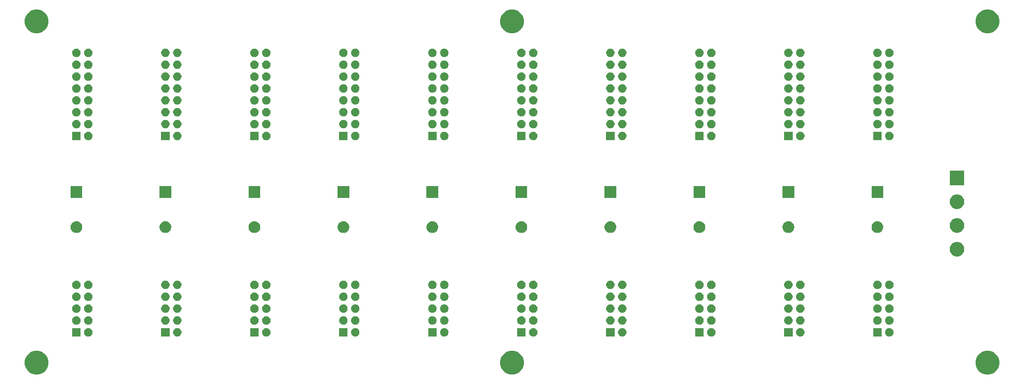
<source format=gbr>
G04 #@! TF.GenerationSoftware,KiCad,Pcbnew,(5.1.5)-3*
G04 #@! TF.CreationDate,2020-11-25T11:55:06-07:00*
G04 #@! TF.ProjectId,Power_Distribution_THT,506f7765-725f-4446-9973-747269627574,rev?*
G04 #@! TF.SameCoordinates,Original*
G04 #@! TF.FileFunction,Soldermask,Bot*
G04 #@! TF.FilePolarity,Negative*
%FSLAX46Y46*%
G04 Gerber Fmt 4.6, Leading zero omitted, Abs format (unit mm)*
G04 Created by KiCad (PCBNEW (5.1.5)-3) date 2020-11-25 11:55:06*
%MOMM*%
%LPD*%
G04 APERTURE LIST*
%ADD10C,0.100000*%
G04 APERTURE END LIST*
D10*
G36*
X207244098Y-72047033D02*
G01*
X207708350Y-72239332D01*
X207708352Y-72239333D01*
X208126168Y-72518509D01*
X208481491Y-72873832D01*
X208760667Y-73291648D01*
X208760668Y-73291650D01*
X208952967Y-73755902D01*
X209051000Y-74248747D01*
X209051000Y-74751253D01*
X208952967Y-75244098D01*
X208760668Y-75708350D01*
X208760667Y-75708352D01*
X208481491Y-76126168D01*
X208126168Y-76481491D01*
X207708352Y-76760667D01*
X207708351Y-76760668D01*
X207708350Y-76760668D01*
X207244098Y-76952967D01*
X206751253Y-77051000D01*
X206248747Y-77051000D01*
X205755902Y-76952967D01*
X205291650Y-76760668D01*
X205291649Y-76760668D01*
X205291648Y-76760667D01*
X204873832Y-76481491D01*
X204518509Y-76126168D01*
X204239333Y-75708352D01*
X204239332Y-75708350D01*
X204047033Y-75244098D01*
X203949000Y-74751253D01*
X203949000Y-74248747D01*
X204047033Y-73755902D01*
X204239332Y-73291650D01*
X204239333Y-73291648D01*
X204518509Y-72873832D01*
X204873832Y-72518509D01*
X205291648Y-72239333D01*
X205291650Y-72239332D01*
X205755902Y-72047033D01*
X206248747Y-71949000D01*
X206751253Y-71949000D01*
X207244098Y-72047033D01*
G37*
G36*
X4244098Y-72047033D02*
G01*
X4708350Y-72239332D01*
X4708352Y-72239333D01*
X5126168Y-72518509D01*
X5481491Y-72873832D01*
X5760667Y-73291648D01*
X5760668Y-73291650D01*
X5952967Y-73755902D01*
X6051000Y-74248747D01*
X6051000Y-74751253D01*
X5952967Y-75244098D01*
X5760668Y-75708350D01*
X5760667Y-75708352D01*
X5481491Y-76126168D01*
X5126168Y-76481491D01*
X4708352Y-76760667D01*
X4708351Y-76760668D01*
X4708350Y-76760668D01*
X4244098Y-76952967D01*
X3751253Y-77051000D01*
X3248747Y-77051000D01*
X2755902Y-76952967D01*
X2291650Y-76760668D01*
X2291649Y-76760668D01*
X2291648Y-76760667D01*
X1873832Y-76481491D01*
X1518509Y-76126168D01*
X1239333Y-75708352D01*
X1239332Y-75708350D01*
X1047033Y-75244098D01*
X949000Y-74751253D01*
X949000Y-74248747D01*
X1047033Y-73755902D01*
X1239332Y-73291650D01*
X1239333Y-73291648D01*
X1518509Y-72873832D01*
X1873832Y-72518509D01*
X2291648Y-72239333D01*
X2291650Y-72239332D01*
X2755902Y-72047033D01*
X3248747Y-71949000D01*
X3751253Y-71949000D01*
X4244098Y-72047033D01*
G37*
G36*
X105744098Y-72047033D02*
G01*
X106208350Y-72239332D01*
X106208352Y-72239333D01*
X106626168Y-72518509D01*
X106981491Y-72873832D01*
X107260667Y-73291648D01*
X107260668Y-73291650D01*
X107452967Y-73755902D01*
X107551000Y-74248747D01*
X107551000Y-74751253D01*
X107452967Y-75244098D01*
X107260668Y-75708350D01*
X107260667Y-75708352D01*
X106981491Y-76126168D01*
X106626168Y-76481491D01*
X106208352Y-76760667D01*
X106208351Y-76760668D01*
X106208350Y-76760668D01*
X105744098Y-76952967D01*
X105251253Y-77051000D01*
X104748747Y-77051000D01*
X104255902Y-76952967D01*
X103791650Y-76760668D01*
X103791649Y-76760668D01*
X103791648Y-76760667D01*
X103373832Y-76481491D01*
X103018509Y-76126168D01*
X102739333Y-75708352D01*
X102739332Y-75708350D01*
X102547033Y-75244098D01*
X102449000Y-74751253D01*
X102449000Y-74248747D01*
X102547033Y-73755902D01*
X102739332Y-73291650D01*
X102739333Y-73291648D01*
X103018509Y-72873832D01*
X103373832Y-72518509D01*
X103791648Y-72239333D01*
X103791650Y-72239332D01*
X104255902Y-72047033D01*
X104748747Y-71949000D01*
X105251253Y-71949000D01*
X105744098Y-72047033D01*
G37*
G36*
X107901000Y-68901000D02*
G01*
X106099000Y-68901000D01*
X106099000Y-67099000D01*
X107901000Y-67099000D01*
X107901000Y-68901000D01*
G37*
G36*
X183901000Y-68901000D02*
G01*
X182099000Y-68901000D01*
X182099000Y-67099000D01*
X183901000Y-67099000D01*
X183901000Y-68901000D01*
G37*
G36*
X164901000Y-68901000D02*
G01*
X163099000Y-68901000D01*
X163099000Y-67099000D01*
X164901000Y-67099000D01*
X164901000Y-68901000D01*
G37*
G36*
X147653512Y-67103927D02*
G01*
X147802812Y-67133624D01*
X147966784Y-67201544D01*
X148114354Y-67300147D01*
X148239853Y-67425646D01*
X148338456Y-67573216D01*
X148406376Y-67737188D01*
X148441000Y-67911259D01*
X148441000Y-68088741D01*
X148406376Y-68262812D01*
X148338456Y-68426784D01*
X148239853Y-68574354D01*
X148114354Y-68699853D01*
X147966784Y-68798456D01*
X147802812Y-68866376D01*
X147653512Y-68896073D01*
X147628742Y-68901000D01*
X147451258Y-68901000D01*
X147426488Y-68896073D01*
X147277188Y-68866376D01*
X147113216Y-68798456D01*
X146965646Y-68699853D01*
X146840147Y-68574354D01*
X146741544Y-68426784D01*
X146673624Y-68262812D01*
X146639000Y-68088741D01*
X146639000Y-67911259D01*
X146673624Y-67737188D01*
X146741544Y-67573216D01*
X146840147Y-67425646D01*
X146965646Y-67300147D01*
X147113216Y-67201544D01*
X147277188Y-67133624D01*
X147426488Y-67103927D01*
X147451258Y-67099000D01*
X147628742Y-67099000D01*
X147653512Y-67103927D01*
G37*
G36*
X145901000Y-68901000D02*
G01*
X144099000Y-68901000D01*
X144099000Y-67099000D01*
X145901000Y-67099000D01*
X145901000Y-68901000D01*
G37*
G36*
X128653512Y-67103927D02*
G01*
X128802812Y-67133624D01*
X128966784Y-67201544D01*
X129114354Y-67300147D01*
X129239853Y-67425646D01*
X129338456Y-67573216D01*
X129406376Y-67737188D01*
X129441000Y-67911259D01*
X129441000Y-68088741D01*
X129406376Y-68262812D01*
X129338456Y-68426784D01*
X129239853Y-68574354D01*
X129114354Y-68699853D01*
X128966784Y-68798456D01*
X128802812Y-68866376D01*
X128653512Y-68896073D01*
X128628742Y-68901000D01*
X128451258Y-68901000D01*
X128426488Y-68896073D01*
X128277188Y-68866376D01*
X128113216Y-68798456D01*
X127965646Y-68699853D01*
X127840147Y-68574354D01*
X127741544Y-68426784D01*
X127673624Y-68262812D01*
X127639000Y-68088741D01*
X127639000Y-67911259D01*
X127673624Y-67737188D01*
X127741544Y-67573216D01*
X127840147Y-67425646D01*
X127965646Y-67300147D01*
X128113216Y-67201544D01*
X128277188Y-67133624D01*
X128426488Y-67103927D01*
X128451258Y-67099000D01*
X128628742Y-67099000D01*
X128653512Y-67103927D01*
G37*
G36*
X126901000Y-68901000D02*
G01*
X125099000Y-68901000D01*
X125099000Y-67099000D01*
X126901000Y-67099000D01*
X126901000Y-68901000D01*
G37*
G36*
X109653512Y-67103927D02*
G01*
X109802812Y-67133624D01*
X109966784Y-67201544D01*
X110114354Y-67300147D01*
X110239853Y-67425646D01*
X110338456Y-67573216D01*
X110406376Y-67737188D01*
X110441000Y-67911259D01*
X110441000Y-68088741D01*
X110406376Y-68262812D01*
X110338456Y-68426784D01*
X110239853Y-68574354D01*
X110114354Y-68699853D01*
X109966784Y-68798456D01*
X109802812Y-68866376D01*
X109653512Y-68896073D01*
X109628742Y-68901000D01*
X109451258Y-68901000D01*
X109426488Y-68896073D01*
X109277188Y-68866376D01*
X109113216Y-68798456D01*
X108965646Y-68699853D01*
X108840147Y-68574354D01*
X108741544Y-68426784D01*
X108673624Y-68262812D01*
X108639000Y-68088741D01*
X108639000Y-67911259D01*
X108673624Y-67737188D01*
X108741544Y-67573216D01*
X108840147Y-67425646D01*
X108965646Y-67300147D01*
X109113216Y-67201544D01*
X109277188Y-67133624D01*
X109426488Y-67103927D01*
X109451258Y-67099000D01*
X109628742Y-67099000D01*
X109653512Y-67103927D01*
G37*
G36*
X88901000Y-68901000D02*
G01*
X87099000Y-68901000D01*
X87099000Y-67099000D01*
X88901000Y-67099000D01*
X88901000Y-68901000D01*
G37*
G36*
X166653512Y-67103927D02*
G01*
X166802812Y-67133624D01*
X166966784Y-67201544D01*
X167114354Y-67300147D01*
X167239853Y-67425646D01*
X167338456Y-67573216D01*
X167406376Y-67737188D01*
X167441000Y-67911259D01*
X167441000Y-68088741D01*
X167406376Y-68262812D01*
X167338456Y-68426784D01*
X167239853Y-68574354D01*
X167114354Y-68699853D01*
X166966784Y-68798456D01*
X166802812Y-68866376D01*
X166653512Y-68896073D01*
X166628742Y-68901000D01*
X166451258Y-68901000D01*
X166426488Y-68896073D01*
X166277188Y-68866376D01*
X166113216Y-68798456D01*
X165965646Y-68699853D01*
X165840147Y-68574354D01*
X165741544Y-68426784D01*
X165673624Y-68262812D01*
X165639000Y-68088741D01*
X165639000Y-67911259D01*
X165673624Y-67737188D01*
X165741544Y-67573216D01*
X165840147Y-67425646D01*
X165965646Y-67300147D01*
X166113216Y-67201544D01*
X166277188Y-67133624D01*
X166426488Y-67103927D01*
X166451258Y-67099000D01*
X166628742Y-67099000D01*
X166653512Y-67103927D01*
G37*
G36*
X71653512Y-67103927D02*
G01*
X71802812Y-67133624D01*
X71966784Y-67201544D01*
X72114354Y-67300147D01*
X72239853Y-67425646D01*
X72338456Y-67573216D01*
X72406376Y-67737188D01*
X72441000Y-67911259D01*
X72441000Y-68088741D01*
X72406376Y-68262812D01*
X72338456Y-68426784D01*
X72239853Y-68574354D01*
X72114354Y-68699853D01*
X71966784Y-68798456D01*
X71802812Y-68866376D01*
X71653512Y-68896073D01*
X71628742Y-68901000D01*
X71451258Y-68901000D01*
X71426488Y-68896073D01*
X71277188Y-68866376D01*
X71113216Y-68798456D01*
X70965646Y-68699853D01*
X70840147Y-68574354D01*
X70741544Y-68426784D01*
X70673624Y-68262812D01*
X70639000Y-68088741D01*
X70639000Y-67911259D01*
X70673624Y-67737188D01*
X70741544Y-67573216D01*
X70840147Y-67425646D01*
X70965646Y-67300147D01*
X71113216Y-67201544D01*
X71277188Y-67133624D01*
X71426488Y-67103927D01*
X71451258Y-67099000D01*
X71628742Y-67099000D01*
X71653512Y-67103927D01*
G37*
G36*
X90653512Y-67103927D02*
G01*
X90802812Y-67133624D01*
X90966784Y-67201544D01*
X91114354Y-67300147D01*
X91239853Y-67425646D01*
X91338456Y-67573216D01*
X91406376Y-67737188D01*
X91441000Y-67911259D01*
X91441000Y-68088741D01*
X91406376Y-68262812D01*
X91338456Y-68426784D01*
X91239853Y-68574354D01*
X91114354Y-68699853D01*
X90966784Y-68798456D01*
X90802812Y-68866376D01*
X90653512Y-68896073D01*
X90628742Y-68901000D01*
X90451258Y-68901000D01*
X90426488Y-68896073D01*
X90277188Y-68866376D01*
X90113216Y-68798456D01*
X89965646Y-68699853D01*
X89840147Y-68574354D01*
X89741544Y-68426784D01*
X89673624Y-68262812D01*
X89639000Y-68088741D01*
X89639000Y-67911259D01*
X89673624Y-67737188D01*
X89741544Y-67573216D01*
X89840147Y-67425646D01*
X89965646Y-67300147D01*
X90113216Y-67201544D01*
X90277188Y-67133624D01*
X90426488Y-67103927D01*
X90451258Y-67099000D01*
X90628742Y-67099000D01*
X90653512Y-67103927D01*
G37*
G36*
X185653512Y-67103927D02*
G01*
X185802812Y-67133624D01*
X185966784Y-67201544D01*
X186114354Y-67300147D01*
X186239853Y-67425646D01*
X186338456Y-67573216D01*
X186406376Y-67737188D01*
X186441000Y-67911259D01*
X186441000Y-68088741D01*
X186406376Y-68262812D01*
X186338456Y-68426784D01*
X186239853Y-68574354D01*
X186114354Y-68699853D01*
X185966784Y-68798456D01*
X185802812Y-68866376D01*
X185653512Y-68896073D01*
X185628742Y-68901000D01*
X185451258Y-68901000D01*
X185426488Y-68896073D01*
X185277188Y-68866376D01*
X185113216Y-68798456D01*
X184965646Y-68699853D01*
X184840147Y-68574354D01*
X184741544Y-68426784D01*
X184673624Y-68262812D01*
X184639000Y-68088741D01*
X184639000Y-67911259D01*
X184673624Y-67737188D01*
X184741544Y-67573216D01*
X184840147Y-67425646D01*
X184965646Y-67300147D01*
X185113216Y-67201544D01*
X185277188Y-67133624D01*
X185426488Y-67103927D01*
X185451258Y-67099000D01*
X185628742Y-67099000D01*
X185653512Y-67103927D01*
G37*
G36*
X12901000Y-68901000D02*
G01*
X11099000Y-68901000D01*
X11099000Y-67099000D01*
X12901000Y-67099000D01*
X12901000Y-68901000D01*
G37*
G36*
X14653512Y-67103927D02*
G01*
X14802812Y-67133624D01*
X14966784Y-67201544D01*
X15114354Y-67300147D01*
X15239853Y-67425646D01*
X15338456Y-67573216D01*
X15406376Y-67737188D01*
X15441000Y-67911259D01*
X15441000Y-68088741D01*
X15406376Y-68262812D01*
X15338456Y-68426784D01*
X15239853Y-68574354D01*
X15114354Y-68699853D01*
X14966784Y-68798456D01*
X14802812Y-68866376D01*
X14653512Y-68896073D01*
X14628742Y-68901000D01*
X14451258Y-68901000D01*
X14426488Y-68896073D01*
X14277188Y-68866376D01*
X14113216Y-68798456D01*
X13965646Y-68699853D01*
X13840147Y-68574354D01*
X13741544Y-68426784D01*
X13673624Y-68262812D01*
X13639000Y-68088741D01*
X13639000Y-67911259D01*
X13673624Y-67737188D01*
X13741544Y-67573216D01*
X13840147Y-67425646D01*
X13965646Y-67300147D01*
X14113216Y-67201544D01*
X14277188Y-67133624D01*
X14426488Y-67103927D01*
X14451258Y-67099000D01*
X14628742Y-67099000D01*
X14653512Y-67103927D01*
G37*
G36*
X33653512Y-67103927D02*
G01*
X33802812Y-67133624D01*
X33966784Y-67201544D01*
X34114354Y-67300147D01*
X34239853Y-67425646D01*
X34338456Y-67573216D01*
X34406376Y-67737188D01*
X34441000Y-67911259D01*
X34441000Y-68088741D01*
X34406376Y-68262812D01*
X34338456Y-68426784D01*
X34239853Y-68574354D01*
X34114354Y-68699853D01*
X33966784Y-68798456D01*
X33802812Y-68866376D01*
X33653512Y-68896073D01*
X33628742Y-68901000D01*
X33451258Y-68901000D01*
X33426488Y-68896073D01*
X33277188Y-68866376D01*
X33113216Y-68798456D01*
X32965646Y-68699853D01*
X32840147Y-68574354D01*
X32741544Y-68426784D01*
X32673624Y-68262812D01*
X32639000Y-68088741D01*
X32639000Y-67911259D01*
X32673624Y-67737188D01*
X32741544Y-67573216D01*
X32840147Y-67425646D01*
X32965646Y-67300147D01*
X33113216Y-67201544D01*
X33277188Y-67133624D01*
X33426488Y-67103927D01*
X33451258Y-67099000D01*
X33628742Y-67099000D01*
X33653512Y-67103927D01*
G37*
G36*
X31901000Y-68901000D02*
G01*
X30099000Y-68901000D01*
X30099000Y-67099000D01*
X31901000Y-67099000D01*
X31901000Y-68901000D01*
G37*
G36*
X50901000Y-68901000D02*
G01*
X49099000Y-68901000D01*
X49099000Y-67099000D01*
X50901000Y-67099000D01*
X50901000Y-68901000D01*
G37*
G36*
X52653512Y-67103927D02*
G01*
X52802812Y-67133624D01*
X52966784Y-67201544D01*
X53114354Y-67300147D01*
X53239853Y-67425646D01*
X53338456Y-67573216D01*
X53406376Y-67737188D01*
X53441000Y-67911259D01*
X53441000Y-68088741D01*
X53406376Y-68262812D01*
X53338456Y-68426784D01*
X53239853Y-68574354D01*
X53114354Y-68699853D01*
X52966784Y-68798456D01*
X52802812Y-68866376D01*
X52653512Y-68896073D01*
X52628742Y-68901000D01*
X52451258Y-68901000D01*
X52426488Y-68896073D01*
X52277188Y-68866376D01*
X52113216Y-68798456D01*
X51965646Y-68699853D01*
X51840147Y-68574354D01*
X51741544Y-68426784D01*
X51673624Y-68262812D01*
X51639000Y-68088741D01*
X51639000Y-67911259D01*
X51673624Y-67737188D01*
X51741544Y-67573216D01*
X51840147Y-67425646D01*
X51965646Y-67300147D01*
X52113216Y-67201544D01*
X52277188Y-67133624D01*
X52426488Y-67103927D01*
X52451258Y-67099000D01*
X52628742Y-67099000D01*
X52653512Y-67103927D01*
G37*
G36*
X69901000Y-68901000D02*
G01*
X68099000Y-68901000D01*
X68099000Y-67099000D01*
X69901000Y-67099000D01*
X69901000Y-68901000D01*
G37*
G36*
X50113512Y-64563927D02*
G01*
X50262812Y-64593624D01*
X50426784Y-64661544D01*
X50574354Y-64760147D01*
X50699853Y-64885646D01*
X50798456Y-65033216D01*
X50866376Y-65197188D01*
X50901000Y-65371259D01*
X50901000Y-65548741D01*
X50866376Y-65722812D01*
X50798456Y-65886784D01*
X50699853Y-66034354D01*
X50574354Y-66159853D01*
X50426784Y-66258456D01*
X50262812Y-66326376D01*
X50113512Y-66356073D01*
X50088742Y-66361000D01*
X49911258Y-66361000D01*
X49886488Y-66356073D01*
X49737188Y-66326376D01*
X49573216Y-66258456D01*
X49425646Y-66159853D01*
X49300147Y-66034354D01*
X49201544Y-65886784D01*
X49133624Y-65722812D01*
X49099000Y-65548741D01*
X49099000Y-65371259D01*
X49133624Y-65197188D01*
X49201544Y-65033216D01*
X49300147Y-64885646D01*
X49425646Y-64760147D01*
X49573216Y-64661544D01*
X49737188Y-64593624D01*
X49886488Y-64563927D01*
X49911258Y-64559000D01*
X50088742Y-64559000D01*
X50113512Y-64563927D01*
G37*
G36*
X109653512Y-64563927D02*
G01*
X109802812Y-64593624D01*
X109966784Y-64661544D01*
X110114354Y-64760147D01*
X110239853Y-64885646D01*
X110338456Y-65033216D01*
X110406376Y-65197188D01*
X110441000Y-65371259D01*
X110441000Y-65548741D01*
X110406376Y-65722812D01*
X110338456Y-65886784D01*
X110239853Y-66034354D01*
X110114354Y-66159853D01*
X109966784Y-66258456D01*
X109802812Y-66326376D01*
X109653512Y-66356073D01*
X109628742Y-66361000D01*
X109451258Y-66361000D01*
X109426488Y-66356073D01*
X109277188Y-66326376D01*
X109113216Y-66258456D01*
X108965646Y-66159853D01*
X108840147Y-66034354D01*
X108741544Y-65886784D01*
X108673624Y-65722812D01*
X108639000Y-65548741D01*
X108639000Y-65371259D01*
X108673624Y-65197188D01*
X108741544Y-65033216D01*
X108840147Y-64885646D01*
X108965646Y-64760147D01*
X109113216Y-64661544D01*
X109277188Y-64593624D01*
X109426488Y-64563927D01*
X109451258Y-64559000D01*
X109628742Y-64559000D01*
X109653512Y-64563927D01*
G37*
G36*
X88113512Y-64563927D02*
G01*
X88262812Y-64593624D01*
X88426784Y-64661544D01*
X88574354Y-64760147D01*
X88699853Y-64885646D01*
X88798456Y-65033216D01*
X88866376Y-65197188D01*
X88901000Y-65371259D01*
X88901000Y-65548741D01*
X88866376Y-65722812D01*
X88798456Y-65886784D01*
X88699853Y-66034354D01*
X88574354Y-66159853D01*
X88426784Y-66258456D01*
X88262812Y-66326376D01*
X88113512Y-66356073D01*
X88088742Y-66361000D01*
X87911258Y-66361000D01*
X87886488Y-66356073D01*
X87737188Y-66326376D01*
X87573216Y-66258456D01*
X87425646Y-66159853D01*
X87300147Y-66034354D01*
X87201544Y-65886784D01*
X87133624Y-65722812D01*
X87099000Y-65548741D01*
X87099000Y-65371259D01*
X87133624Y-65197188D01*
X87201544Y-65033216D01*
X87300147Y-64885646D01*
X87425646Y-64760147D01*
X87573216Y-64661544D01*
X87737188Y-64593624D01*
X87886488Y-64563927D01*
X87911258Y-64559000D01*
X88088742Y-64559000D01*
X88113512Y-64563927D01*
G37*
G36*
X90653512Y-64563927D02*
G01*
X90802812Y-64593624D01*
X90966784Y-64661544D01*
X91114354Y-64760147D01*
X91239853Y-64885646D01*
X91338456Y-65033216D01*
X91406376Y-65197188D01*
X91441000Y-65371259D01*
X91441000Y-65548741D01*
X91406376Y-65722812D01*
X91338456Y-65886784D01*
X91239853Y-66034354D01*
X91114354Y-66159853D01*
X90966784Y-66258456D01*
X90802812Y-66326376D01*
X90653512Y-66356073D01*
X90628742Y-66361000D01*
X90451258Y-66361000D01*
X90426488Y-66356073D01*
X90277188Y-66326376D01*
X90113216Y-66258456D01*
X89965646Y-66159853D01*
X89840147Y-66034354D01*
X89741544Y-65886784D01*
X89673624Y-65722812D01*
X89639000Y-65548741D01*
X89639000Y-65371259D01*
X89673624Y-65197188D01*
X89741544Y-65033216D01*
X89840147Y-64885646D01*
X89965646Y-64760147D01*
X90113216Y-64661544D01*
X90277188Y-64593624D01*
X90426488Y-64563927D01*
X90451258Y-64559000D01*
X90628742Y-64559000D01*
X90653512Y-64563927D01*
G37*
G36*
X69113512Y-64563927D02*
G01*
X69262812Y-64593624D01*
X69426784Y-64661544D01*
X69574354Y-64760147D01*
X69699853Y-64885646D01*
X69798456Y-65033216D01*
X69866376Y-65197188D01*
X69901000Y-65371259D01*
X69901000Y-65548741D01*
X69866376Y-65722812D01*
X69798456Y-65886784D01*
X69699853Y-66034354D01*
X69574354Y-66159853D01*
X69426784Y-66258456D01*
X69262812Y-66326376D01*
X69113512Y-66356073D01*
X69088742Y-66361000D01*
X68911258Y-66361000D01*
X68886488Y-66356073D01*
X68737188Y-66326376D01*
X68573216Y-66258456D01*
X68425646Y-66159853D01*
X68300147Y-66034354D01*
X68201544Y-65886784D01*
X68133624Y-65722812D01*
X68099000Y-65548741D01*
X68099000Y-65371259D01*
X68133624Y-65197188D01*
X68201544Y-65033216D01*
X68300147Y-64885646D01*
X68425646Y-64760147D01*
X68573216Y-64661544D01*
X68737188Y-64593624D01*
X68886488Y-64563927D01*
X68911258Y-64559000D01*
X69088742Y-64559000D01*
X69113512Y-64563927D01*
G37*
G36*
X71653512Y-64563927D02*
G01*
X71802812Y-64593624D01*
X71966784Y-64661544D01*
X72114354Y-64760147D01*
X72239853Y-64885646D01*
X72338456Y-65033216D01*
X72406376Y-65197188D01*
X72441000Y-65371259D01*
X72441000Y-65548741D01*
X72406376Y-65722812D01*
X72338456Y-65886784D01*
X72239853Y-66034354D01*
X72114354Y-66159853D01*
X71966784Y-66258456D01*
X71802812Y-66326376D01*
X71653512Y-66356073D01*
X71628742Y-66361000D01*
X71451258Y-66361000D01*
X71426488Y-66356073D01*
X71277188Y-66326376D01*
X71113216Y-66258456D01*
X70965646Y-66159853D01*
X70840147Y-66034354D01*
X70741544Y-65886784D01*
X70673624Y-65722812D01*
X70639000Y-65548741D01*
X70639000Y-65371259D01*
X70673624Y-65197188D01*
X70741544Y-65033216D01*
X70840147Y-64885646D01*
X70965646Y-64760147D01*
X71113216Y-64661544D01*
X71277188Y-64593624D01*
X71426488Y-64563927D01*
X71451258Y-64559000D01*
X71628742Y-64559000D01*
X71653512Y-64563927D01*
G37*
G36*
X52653512Y-64563927D02*
G01*
X52802812Y-64593624D01*
X52966784Y-64661544D01*
X53114354Y-64760147D01*
X53239853Y-64885646D01*
X53338456Y-65033216D01*
X53406376Y-65197188D01*
X53441000Y-65371259D01*
X53441000Y-65548741D01*
X53406376Y-65722812D01*
X53338456Y-65886784D01*
X53239853Y-66034354D01*
X53114354Y-66159853D01*
X52966784Y-66258456D01*
X52802812Y-66326376D01*
X52653512Y-66356073D01*
X52628742Y-66361000D01*
X52451258Y-66361000D01*
X52426488Y-66356073D01*
X52277188Y-66326376D01*
X52113216Y-66258456D01*
X51965646Y-66159853D01*
X51840147Y-66034354D01*
X51741544Y-65886784D01*
X51673624Y-65722812D01*
X51639000Y-65548741D01*
X51639000Y-65371259D01*
X51673624Y-65197188D01*
X51741544Y-65033216D01*
X51840147Y-64885646D01*
X51965646Y-64760147D01*
X52113216Y-64661544D01*
X52277188Y-64593624D01*
X52426488Y-64563927D01*
X52451258Y-64559000D01*
X52628742Y-64559000D01*
X52653512Y-64563927D01*
G37*
G36*
X107113512Y-64563927D02*
G01*
X107262812Y-64593624D01*
X107426784Y-64661544D01*
X107574354Y-64760147D01*
X107699853Y-64885646D01*
X107798456Y-65033216D01*
X107866376Y-65197188D01*
X107901000Y-65371259D01*
X107901000Y-65548741D01*
X107866376Y-65722812D01*
X107798456Y-65886784D01*
X107699853Y-66034354D01*
X107574354Y-66159853D01*
X107426784Y-66258456D01*
X107262812Y-66326376D01*
X107113512Y-66356073D01*
X107088742Y-66361000D01*
X106911258Y-66361000D01*
X106886488Y-66356073D01*
X106737188Y-66326376D01*
X106573216Y-66258456D01*
X106425646Y-66159853D01*
X106300147Y-66034354D01*
X106201544Y-65886784D01*
X106133624Y-65722812D01*
X106099000Y-65548741D01*
X106099000Y-65371259D01*
X106133624Y-65197188D01*
X106201544Y-65033216D01*
X106300147Y-64885646D01*
X106425646Y-64760147D01*
X106573216Y-64661544D01*
X106737188Y-64593624D01*
X106886488Y-64563927D01*
X106911258Y-64559000D01*
X107088742Y-64559000D01*
X107113512Y-64563927D01*
G37*
G36*
X33653512Y-64563927D02*
G01*
X33802812Y-64593624D01*
X33966784Y-64661544D01*
X34114354Y-64760147D01*
X34239853Y-64885646D01*
X34338456Y-65033216D01*
X34406376Y-65197188D01*
X34441000Y-65371259D01*
X34441000Y-65548741D01*
X34406376Y-65722812D01*
X34338456Y-65886784D01*
X34239853Y-66034354D01*
X34114354Y-66159853D01*
X33966784Y-66258456D01*
X33802812Y-66326376D01*
X33653512Y-66356073D01*
X33628742Y-66361000D01*
X33451258Y-66361000D01*
X33426488Y-66356073D01*
X33277188Y-66326376D01*
X33113216Y-66258456D01*
X32965646Y-66159853D01*
X32840147Y-66034354D01*
X32741544Y-65886784D01*
X32673624Y-65722812D01*
X32639000Y-65548741D01*
X32639000Y-65371259D01*
X32673624Y-65197188D01*
X32741544Y-65033216D01*
X32840147Y-64885646D01*
X32965646Y-64760147D01*
X33113216Y-64661544D01*
X33277188Y-64593624D01*
X33426488Y-64563927D01*
X33451258Y-64559000D01*
X33628742Y-64559000D01*
X33653512Y-64563927D01*
G37*
G36*
X14653512Y-64563927D02*
G01*
X14802812Y-64593624D01*
X14966784Y-64661544D01*
X15114354Y-64760147D01*
X15239853Y-64885646D01*
X15338456Y-65033216D01*
X15406376Y-65197188D01*
X15441000Y-65371259D01*
X15441000Y-65548741D01*
X15406376Y-65722812D01*
X15338456Y-65886784D01*
X15239853Y-66034354D01*
X15114354Y-66159853D01*
X14966784Y-66258456D01*
X14802812Y-66326376D01*
X14653512Y-66356073D01*
X14628742Y-66361000D01*
X14451258Y-66361000D01*
X14426488Y-66356073D01*
X14277188Y-66326376D01*
X14113216Y-66258456D01*
X13965646Y-66159853D01*
X13840147Y-66034354D01*
X13741544Y-65886784D01*
X13673624Y-65722812D01*
X13639000Y-65548741D01*
X13639000Y-65371259D01*
X13673624Y-65197188D01*
X13741544Y-65033216D01*
X13840147Y-64885646D01*
X13965646Y-64760147D01*
X14113216Y-64661544D01*
X14277188Y-64593624D01*
X14426488Y-64563927D01*
X14451258Y-64559000D01*
X14628742Y-64559000D01*
X14653512Y-64563927D01*
G37*
G36*
X31113512Y-64563927D02*
G01*
X31262812Y-64593624D01*
X31426784Y-64661544D01*
X31574354Y-64760147D01*
X31699853Y-64885646D01*
X31798456Y-65033216D01*
X31866376Y-65197188D01*
X31901000Y-65371259D01*
X31901000Y-65548741D01*
X31866376Y-65722812D01*
X31798456Y-65886784D01*
X31699853Y-66034354D01*
X31574354Y-66159853D01*
X31426784Y-66258456D01*
X31262812Y-66326376D01*
X31113512Y-66356073D01*
X31088742Y-66361000D01*
X30911258Y-66361000D01*
X30886488Y-66356073D01*
X30737188Y-66326376D01*
X30573216Y-66258456D01*
X30425646Y-66159853D01*
X30300147Y-66034354D01*
X30201544Y-65886784D01*
X30133624Y-65722812D01*
X30099000Y-65548741D01*
X30099000Y-65371259D01*
X30133624Y-65197188D01*
X30201544Y-65033216D01*
X30300147Y-64885646D01*
X30425646Y-64760147D01*
X30573216Y-64661544D01*
X30737188Y-64593624D01*
X30886488Y-64563927D01*
X30911258Y-64559000D01*
X31088742Y-64559000D01*
X31113512Y-64563927D01*
G37*
G36*
X12113512Y-64563927D02*
G01*
X12262812Y-64593624D01*
X12426784Y-64661544D01*
X12574354Y-64760147D01*
X12699853Y-64885646D01*
X12798456Y-65033216D01*
X12866376Y-65197188D01*
X12901000Y-65371259D01*
X12901000Y-65548741D01*
X12866376Y-65722812D01*
X12798456Y-65886784D01*
X12699853Y-66034354D01*
X12574354Y-66159853D01*
X12426784Y-66258456D01*
X12262812Y-66326376D01*
X12113512Y-66356073D01*
X12088742Y-66361000D01*
X11911258Y-66361000D01*
X11886488Y-66356073D01*
X11737188Y-66326376D01*
X11573216Y-66258456D01*
X11425646Y-66159853D01*
X11300147Y-66034354D01*
X11201544Y-65886784D01*
X11133624Y-65722812D01*
X11099000Y-65548741D01*
X11099000Y-65371259D01*
X11133624Y-65197188D01*
X11201544Y-65033216D01*
X11300147Y-64885646D01*
X11425646Y-64760147D01*
X11573216Y-64661544D01*
X11737188Y-64593624D01*
X11886488Y-64563927D01*
X11911258Y-64559000D01*
X12088742Y-64559000D01*
X12113512Y-64563927D01*
G37*
G36*
X126113512Y-64563927D02*
G01*
X126262812Y-64593624D01*
X126426784Y-64661544D01*
X126574354Y-64760147D01*
X126699853Y-64885646D01*
X126798456Y-65033216D01*
X126866376Y-65197188D01*
X126901000Y-65371259D01*
X126901000Y-65548741D01*
X126866376Y-65722812D01*
X126798456Y-65886784D01*
X126699853Y-66034354D01*
X126574354Y-66159853D01*
X126426784Y-66258456D01*
X126262812Y-66326376D01*
X126113512Y-66356073D01*
X126088742Y-66361000D01*
X125911258Y-66361000D01*
X125886488Y-66356073D01*
X125737188Y-66326376D01*
X125573216Y-66258456D01*
X125425646Y-66159853D01*
X125300147Y-66034354D01*
X125201544Y-65886784D01*
X125133624Y-65722812D01*
X125099000Y-65548741D01*
X125099000Y-65371259D01*
X125133624Y-65197188D01*
X125201544Y-65033216D01*
X125300147Y-64885646D01*
X125425646Y-64760147D01*
X125573216Y-64661544D01*
X125737188Y-64593624D01*
X125886488Y-64563927D01*
X125911258Y-64559000D01*
X126088742Y-64559000D01*
X126113512Y-64563927D01*
G37*
G36*
X128653512Y-64563927D02*
G01*
X128802812Y-64593624D01*
X128966784Y-64661544D01*
X129114354Y-64760147D01*
X129239853Y-64885646D01*
X129338456Y-65033216D01*
X129406376Y-65197188D01*
X129441000Y-65371259D01*
X129441000Y-65548741D01*
X129406376Y-65722812D01*
X129338456Y-65886784D01*
X129239853Y-66034354D01*
X129114354Y-66159853D01*
X128966784Y-66258456D01*
X128802812Y-66326376D01*
X128653512Y-66356073D01*
X128628742Y-66361000D01*
X128451258Y-66361000D01*
X128426488Y-66356073D01*
X128277188Y-66326376D01*
X128113216Y-66258456D01*
X127965646Y-66159853D01*
X127840147Y-66034354D01*
X127741544Y-65886784D01*
X127673624Y-65722812D01*
X127639000Y-65548741D01*
X127639000Y-65371259D01*
X127673624Y-65197188D01*
X127741544Y-65033216D01*
X127840147Y-64885646D01*
X127965646Y-64760147D01*
X128113216Y-64661544D01*
X128277188Y-64593624D01*
X128426488Y-64563927D01*
X128451258Y-64559000D01*
X128628742Y-64559000D01*
X128653512Y-64563927D01*
G37*
G36*
X145113512Y-64563927D02*
G01*
X145262812Y-64593624D01*
X145426784Y-64661544D01*
X145574354Y-64760147D01*
X145699853Y-64885646D01*
X145798456Y-65033216D01*
X145866376Y-65197188D01*
X145901000Y-65371259D01*
X145901000Y-65548741D01*
X145866376Y-65722812D01*
X145798456Y-65886784D01*
X145699853Y-66034354D01*
X145574354Y-66159853D01*
X145426784Y-66258456D01*
X145262812Y-66326376D01*
X145113512Y-66356073D01*
X145088742Y-66361000D01*
X144911258Y-66361000D01*
X144886488Y-66356073D01*
X144737188Y-66326376D01*
X144573216Y-66258456D01*
X144425646Y-66159853D01*
X144300147Y-66034354D01*
X144201544Y-65886784D01*
X144133624Y-65722812D01*
X144099000Y-65548741D01*
X144099000Y-65371259D01*
X144133624Y-65197188D01*
X144201544Y-65033216D01*
X144300147Y-64885646D01*
X144425646Y-64760147D01*
X144573216Y-64661544D01*
X144737188Y-64593624D01*
X144886488Y-64563927D01*
X144911258Y-64559000D01*
X145088742Y-64559000D01*
X145113512Y-64563927D01*
G37*
G36*
X166653512Y-64563927D02*
G01*
X166802812Y-64593624D01*
X166966784Y-64661544D01*
X167114354Y-64760147D01*
X167239853Y-64885646D01*
X167338456Y-65033216D01*
X167406376Y-65197188D01*
X167441000Y-65371259D01*
X167441000Y-65548741D01*
X167406376Y-65722812D01*
X167338456Y-65886784D01*
X167239853Y-66034354D01*
X167114354Y-66159853D01*
X166966784Y-66258456D01*
X166802812Y-66326376D01*
X166653512Y-66356073D01*
X166628742Y-66361000D01*
X166451258Y-66361000D01*
X166426488Y-66356073D01*
X166277188Y-66326376D01*
X166113216Y-66258456D01*
X165965646Y-66159853D01*
X165840147Y-66034354D01*
X165741544Y-65886784D01*
X165673624Y-65722812D01*
X165639000Y-65548741D01*
X165639000Y-65371259D01*
X165673624Y-65197188D01*
X165741544Y-65033216D01*
X165840147Y-64885646D01*
X165965646Y-64760147D01*
X166113216Y-64661544D01*
X166277188Y-64593624D01*
X166426488Y-64563927D01*
X166451258Y-64559000D01*
X166628742Y-64559000D01*
X166653512Y-64563927D01*
G37*
G36*
X164113512Y-64563927D02*
G01*
X164262812Y-64593624D01*
X164426784Y-64661544D01*
X164574354Y-64760147D01*
X164699853Y-64885646D01*
X164798456Y-65033216D01*
X164866376Y-65197188D01*
X164901000Y-65371259D01*
X164901000Y-65548741D01*
X164866376Y-65722812D01*
X164798456Y-65886784D01*
X164699853Y-66034354D01*
X164574354Y-66159853D01*
X164426784Y-66258456D01*
X164262812Y-66326376D01*
X164113512Y-66356073D01*
X164088742Y-66361000D01*
X163911258Y-66361000D01*
X163886488Y-66356073D01*
X163737188Y-66326376D01*
X163573216Y-66258456D01*
X163425646Y-66159853D01*
X163300147Y-66034354D01*
X163201544Y-65886784D01*
X163133624Y-65722812D01*
X163099000Y-65548741D01*
X163099000Y-65371259D01*
X163133624Y-65197188D01*
X163201544Y-65033216D01*
X163300147Y-64885646D01*
X163425646Y-64760147D01*
X163573216Y-64661544D01*
X163737188Y-64593624D01*
X163886488Y-64563927D01*
X163911258Y-64559000D01*
X164088742Y-64559000D01*
X164113512Y-64563927D01*
G37*
G36*
X183113512Y-64563927D02*
G01*
X183262812Y-64593624D01*
X183426784Y-64661544D01*
X183574354Y-64760147D01*
X183699853Y-64885646D01*
X183798456Y-65033216D01*
X183866376Y-65197188D01*
X183901000Y-65371259D01*
X183901000Y-65548741D01*
X183866376Y-65722812D01*
X183798456Y-65886784D01*
X183699853Y-66034354D01*
X183574354Y-66159853D01*
X183426784Y-66258456D01*
X183262812Y-66326376D01*
X183113512Y-66356073D01*
X183088742Y-66361000D01*
X182911258Y-66361000D01*
X182886488Y-66356073D01*
X182737188Y-66326376D01*
X182573216Y-66258456D01*
X182425646Y-66159853D01*
X182300147Y-66034354D01*
X182201544Y-65886784D01*
X182133624Y-65722812D01*
X182099000Y-65548741D01*
X182099000Y-65371259D01*
X182133624Y-65197188D01*
X182201544Y-65033216D01*
X182300147Y-64885646D01*
X182425646Y-64760147D01*
X182573216Y-64661544D01*
X182737188Y-64593624D01*
X182886488Y-64563927D01*
X182911258Y-64559000D01*
X183088742Y-64559000D01*
X183113512Y-64563927D01*
G37*
G36*
X147653512Y-64563927D02*
G01*
X147802812Y-64593624D01*
X147966784Y-64661544D01*
X148114354Y-64760147D01*
X148239853Y-64885646D01*
X148338456Y-65033216D01*
X148406376Y-65197188D01*
X148441000Y-65371259D01*
X148441000Y-65548741D01*
X148406376Y-65722812D01*
X148338456Y-65886784D01*
X148239853Y-66034354D01*
X148114354Y-66159853D01*
X147966784Y-66258456D01*
X147802812Y-66326376D01*
X147653512Y-66356073D01*
X147628742Y-66361000D01*
X147451258Y-66361000D01*
X147426488Y-66356073D01*
X147277188Y-66326376D01*
X147113216Y-66258456D01*
X146965646Y-66159853D01*
X146840147Y-66034354D01*
X146741544Y-65886784D01*
X146673624Y-65722812D01*
X146639000Y-65548741D01*
X146639000Y-65371259D01*
X146673624Y-65197188D01*
X146741544Y-65033216D01*
X146840147Y-64885646D01*
X146965646Y-64760147D01*
X147113216Y-64661544D01*
X147277188Y-64593624D01*
X147426488Y-64563927D01*
X147451258Y-64559000D01*
X147628742Y-64559000D01*
X147653512Y-64563927D01*
G37*
G36*
X185653512Y-64563927D02*
G01*
X185802812Y-64593624D01*
X185966784Y-64661544D01*
X186114354Y-64760147D01*
X186239853Y-64885646D01*
X186338456Y-65033216D01*
X186406376Y-65197188D01*
X186441000Y-65371259D01*
X186441000Y-65548741D01*
X186406376Y-65722812D01*
X186338456Y-65886784D01*
X186239853Y-66034354D01*
X186114354Y-66159853D01*
X185966784Y-66258456D01*
X185802812Y-66326376D01*
X185653512Y-66356073D01*
X185628742Y-66361000D01*
X185451258Y-66361000D01*
X185426488Y-66356073D01*
X185277188Y-66326376D01*
X185113216Y-66258456D01*
X184965646Y-66159853D01*
X184840147Y-66034354D01*
X184741544Y-65886784D01*
X184673624Y-65722812D01*
X184639000Y-65548741D01*
X184639000Y-65371259D01*
X184673624Y-65197188D01*
X184741544Y-65033216D01*
X184840147Y-64885646D01*
X184965646Y-64760147D01*
X185113216Y-64661544D01*
X185277188Y-64593624D01*
X185426488Y-64563927D01*
X185451258Y-64559000D01*
X185628742Y-64559000D01*
X185653512Y-64563927D01*
G37*
G36*
X147653512Y-62023927D02*
G01*
X147802812Y-62053624D01*
X147966784Y-62121544D01*
X148114354Y-62220147D01*
X148239853Y-62345646D01*
X148338456Y-62493216D01*
X148406376Y-62657188D01*
X148441000Y-62831259D01*
X148441000Y-63008741D01*
X148406376Y-63182812D01*
X148338456Y-63346784D01*
X148239853Y-63494354D01*
X148114354Y-63619853D01*
X147966784Y-63718456D01*
X147802812Y-63786376D01*
X147653512Y-63816073D01*
X147628742Y-63821000D01*
X147451258Y-63821000D01*
X147426488Y-63816073D01*
X147277188Y-63786376D01*
X147113216Y-63718456D01*
X146965646Y-63619853D01*
X146840147Y-63494354D01*
X146741544Y-63346784D01*
X146673624Y-63182812D01*
X146639000Y-63008741D01*
X146639000Y-62831259D01*
X146673624Y-62657188D01*
X146741544Y-62493216D01*
X146840147Y-62345646D01*
X146965646Y-62220147D01*
X147113216Y-62121544D01*
X147277188Y-62053624D01*
X147426488Y-62023927D01*
X147451258Y-62019000D01*
X147628742Y-62019000D01*
X147653512Y-62023927D01*
G37*
G36*
X166653512Y-62023927D02*
G01*
X166802812Y-62053624D01*
X166966784Y-62121544D01*
X167114354Y-62220147D01*
X167239853Y-62345646D01*
X167338456Y-62493216D01*
X167406376Y-62657188D01*
X167441000Y-62831259D01*
X167441000Y-63008741D01*
X167406376Y-63182812D01*
X167338456Y-63346784D01*
X167239853Y-63494354D01*
X167114354Y-63619853D01*
X166966784Y-63718456D01*
X166802812Y-63786376D01*
X166653512Y-63816073D01*
X166628742Y-63821000D01*
X166451258Y-63821000D01*
X166426488Y-63816073D01*
X166277188Y-63786376D01*
X166113216Y-63718456D01*
X165965646Y-63619853D01*
X165840147Y-63494354D01*
X165741544Y-63346784D01*
X165673624Y-63182812D01*
X165639000Y-63008741D01*
X165639000Y-62831259D01*
X165673624Y-62657188D01*
X165741544Y-62493216D01*
X165840147Y-62345646D01*
X165965646Y-62220147D01*
X166113216Y-62121544D01*
X166277188Y-62053624D01*
X166426488Y-62023927D01*
X166451258Y-62019000D01*
X166628742Y-62019000D01*
X166653512Y-62023927D01*
G37*
G36*
X12113512Y-62023927D02*
G01*
X12262812Y-62053624D01*
X12426784Y-62121544D01*
X12574354Y-62220147D01*
X12699853Y-62345646D01*
X12798456Y-62493216D01*
X12866376Y-62657188D01*
X12901000Y-62831259D01*
X12901000Y-63008741D01*
X12866376Y-63182812D01*
X12798456Y-63346784D01*
X12699853Y-63494354D01*
X12574354Y-63619853D01*
X12426784Y-63718456D01*
X12262812Y-63786376D01*
X12113512Y-63816073D01*
X12088742Y-63821000D01*
X11911258Y-63821000D01*
X11886488Y-63816073D01*
X11737188Y-63786376D01*
X11573216Y-63718456D01*
X11425646Y-63619853D01*
X11300147Y-63494354D01*
X11201544Y-63346784D01*
X11133624Y-63182812D01*
X11099000Y-63008741D01*
X11099000Y-62831259D01*
X11133624Y-62657188D01*
X11201544Y-62493216D01*
X11300147Y-62345646D01*
X11425646Y-62220147D01*
X11573216Y-62121544D01*
X11737188Y-62053624D01*
X11886488Y-62023927D01*
X11911258Y-62019000D01*
X12088742Y-62019000D01*
X12113512Y-62023927D01*
G37*
G36*
X164113512Y-62023927D02*
G01*
X164262812Y-62053624D01*
X164426784Y-62121544D01*
X164574354Y-62220147D01*
X164699853Y-62345646D01*
X164798456Y-62493216D01*
X164866376Y-62657188D01*
X164901000Y-62831259D01*
X164901000Y-63008741D01*
X164866376Y-63182812D01*
X164798456Y-63346784D01*
X164699853Y-63494354D01*
X164574354Y-63619853D01*
X164426784Y-63718456D01*
X164262812Y-63786376D01*
X164113512Y-63816073D01*
X164088742Y-63821000D01*
X163911258Y-63821000D01*
X163886488Y-63816073D01*
X163737188Y-63786376D01*
X163573216Y-63718456D01*
X163425646Y-63619853D01*
X163300147Y-63494354D01*
X163201544Y-63346784D01*
X163133624Y-63182812D01*
X163099000Y-63008741D01*
X163099000Y-62831259D01*
X163133624Y-62657188D01*
X163201544Y-62493216D01*
X163300147Y-62345646D01*
X163425646Y-62220147D01*
X163573216Y-62121544D01*
X163737188Y-62053624D01*
X163886488Y-62023927D01*
X163911258Y-62019000D01*
X164088742Y-62019000D01*
X164113512Y-62023927D01*
G37*
G36*
X33653512Y-62023927D02*
G01*
X33802812Y-62053624D01*
X33966784Y-62121544D01*
X34114354Y-62220147D01*
X34239853Y-62345646D01*
X34338456Y-62493216D01*
X34406376Y-62657188D01*
X34441000Y-62831259D01*
X34441000Y-63008741D01*
X34406376Y-63182812D01*
X34338456Y-63346784D01*
X34239853Y-63494354D01*
X34114354Y-63619853D01*
X33966784Y-63718456D01*
X33802812Y-63786376D01*
X33653512Y-63816073D01*
X33628742Y-63821000D01*
X33451258Y-63821000D01*
X33426488Y-63816073D01*
X33277188Y-63786376D01*
X33113216Y-63718456D01*
X32965646Y-63619853D01*
X32840147Y-63494354D01*
X32741544Y-63346784D01*
X32673624Y-63182812D01*
X32639000Y-63008741D01*
X32639000Y-62831259D01*
X32673624Y-62657188D01*
X32741544Y-62493216D01*
X32840147Y-62345646D01*
X32965646Y-62220147D01*
X33113216Y-62121544D01*
X33277188Y-62053624D01*
X33426488Y-62023927D01*
X33451258Y-62019000D01*
X33628742Y-62019000D01*
X33653512Y-62023927D01*
G37*
G36*
X50113512Y-62023927D02*
G01*
X50262812Y-62053624D01*
X50426784Y-62121544D01*
X50574354Y-62220147D01*
X50699853Y-62345646D01*
X50798456Y-62493216D01*
X50866376Y-62657188D01*
X50901000Y-62831259D01*
X50901000Y-63008741D01*
X50866376Y-63182812D01*
X50798456Y-63346784D01*
X50699853Y-63494354D01*
X50574354Y-63619853D01*
X50426784Y-63718456D01*
X50262812Y-63786376D01*
X50113512Y-63816073D01*
X50088742Y-63821000D01*
X49911258Y-63821000D01*
X49886488Y-63816073D01*
X49737188Y-63786376D01*
X49573216Y-63718456D01*
X49425646Y-63619853D01*
X49300147Y-63494354D01*
X49201544Y-63346784D01*
X49133624Y-63182812D01*
X49099000Y-63008741D01*
X49099000Y-62831259D01*
X49133624Y-62657188D01*
X49201544Y-62493216D01*
X49300147Y-62345646D01*
X49425646Y-62220147D01*
X49573216Y-62121544D01*
X49737188Y-62053624D01*
X49886488Y-62023927D01*
X49911258Y-62019000D01*
X50088742Y-62019000D01*
X50113512Y-62023927D01*
G37*
G36*
X52653512Y-62023927D02*
G01*
X52802812Y-62053624D01*
X52966784Y-62121544D01*
X53114354Y-62220147D01*
X53239853Y-62345646D01*
X53338456Y-62493216D01*
X53406376Y-62657188D01*
X53441000Y-62831259D01*
X53441000Y-63008741D01*
X53406376Y-63182812D01*
X53338456Y-63346784D01*
X53239853Y-63494354D01*
X53114354Y-63619853D01*
X52966784Y-63718456D01*
X52802812Y-63786376D01*
X52653512Y-63816073D01*
X52628742Y-63821000D01*
X52451258Y-63821000D01*
X52426488Y-63816073D01*
X52277188Y-63786376D01*
X52113216Y-63718456D01*
X51965646Y-63619853D01*
X51840147Y-63494354D01*
X51741544Y-63346784D01*
X51673624Y-63182812D01*
X51639000Y-63008741D01*
X51639000Y-62831259D01*
X51673624Y-62657188D01*
X51741544Y-62493216D01*
X51840147Y-62345646D01*
X51965646Y-62220147D01*
X52113216Y-62121544D01*
X52277188Y-62053624D01*
X52426488Y-62023927D01*
X52451258Y-62019000D01*
X52628742Y-62019000D01*
X52653512Y-62023927D01*
G37*
G36*
X69113512Y-62023927D02*
G01*
X69262812Y-62053624D01*
X69426784Y-62121544D01*
X69574354Y-62220147D01*
X69699853Y-62345646D01*
X69798456Y-62493216D01*
X69866376Y-62657188D01*
X69901000Y-62831259D01*
X69901000Y-63008741D01*
X69866376Y-63182812D01*
X69798456Y-63346784D01*
X69699853Y-63494354D01*
X69574354Y-63619853D01*
X69426784Y-63718456D01*
X69262812Y-63786376D01*
X69113512Y-63816073D01*
X69088742Y-63821000D01*
X68911258Y-63821000D01*
X68886488Y-63816073D01*
X68737188Y-63786376D01*
X68573216Y-63718456D01*
X68425646Y-63619853D01*
X68300147Y-63494354D01*
X68201544Y-63346784D01*
X68133624Y-63182812D01*
X68099000Y-63008741D01*
X68099000Y-62831259D01*
X68133624Y-62657188D01*
X68201544Y-62493216D01*
X68300147Y-62345646D01*
X68425646Y-62220147D01*
X68573216Y-62121544D01*
X68737188Y-62053624D01*
X68886488Y-62023927D01*
X68911258Y-62019000D01*
X69088742Y-62019000D01*
X69113512Y-62023927D01*
G37*
G36*
X71653512Y-62023927D02*
G01*
X71802812Y-62053624D01*
X71966784Y-62121544D01*
X72114354Y-62220147D01*
X72239853Y-62345646D01*
X72338456Y-62493216D01*
X72406376Y-62657188D01*
X72441000Y-62831259D01*
X72441000Y-63008741D01*
X72406376Y-63182812D01*
X72338456Y-63346784D01*
X72239853Y-63494354D01*
X72114354Y-63619853D01*
X71966784Y-63718456D01*
X71802812Y-63786376D01*
X71653512Y-63816073D01*
X71628742Y-63821000D01*
X71451258Y-63821000D01*
X71426488Y-63816073D01*
X71277188Y-63786376D01*
X71113216Y-63718456D01*
X70965646Y-63619853D01*
X70840147Y-63494354D01*
X70741544Y-63346784D01*
X70673624Y-63182812D01*
X70639000Y-63008741D01*
X70639000Y-62831259D01*
X70673624Y-62657188D01*
X70741544Y-62493216D01*
X70840147Y-62345646D01*
X70965646Y-62220147D01*
X71113216Y-62121544D01*
X71277188Y-62053624D01*
X71426488Y-62023927D01*
X71451258Y-62019000D01*
X71628742Y-62019000D01*
X71653512Y-62023927D01*
G37*
G36*
X107113512Y-62023927D02*
G01*
X107262812Y-62053624D01*
X107426784Y-62121544D01*
X107574354Y-62220147D01*
X107699853Y-62345646D01*
X107798456Y-62493216D01*
X107866376Y-62657188D01*
X107901000Y-62831259D01*
X107901000Y-63008741D01*
X107866376Y-63182812D01*
X107798456Y-63346784D01*
X107699853Y-63494354D01*
X107574354Y-63619853D01*
X107426784Y-63718456D01*
X107262812Y-63786376D01*
X107113512Y-63816073D01*
X107088742Y-63821000D01*
X106911258Y-63821000D01*
X106886488Y-63816073D01*
X106737188Y-63786376D01*
X106573216Y-63718456D01*
X106425646Y-63619853D01*
X106300147Y-63494354D01*
X106201544Y-63346784D01*
X106133624Y-63182812D01*
X106099000Y-63008741D01*
X106099000Y-62831259D01*
X106133624Y-62657188D01*
X106201544Y-62493216D01*
X106300147Y-62345646D01*
X106425646Y-62220147D01*
X106573216Y-62121544D01*
X106737188Y-62053624D01*
X106886488Y-62023927D01*
X106911258Y-62019000D01*
X107088742Y-62019000D01*
X107113512Y-62023927D01*
G37*
G36*
X109653512Y-62023927D02*
G01*
X109802812Y-62053624D01*
X109966784Y-62121544D01*
X110114354Y-62220147D01*
X110239853Y-62345646D01*
X110338456Y-62493216D01*
X110406376Y-62657188D01*
X110441000Y-62831259D01*
X110441000Y-63008741D01*
X110406376Y-63182812D01*
X110338456Y-63346784D01*
X110239853Y-63494354D01*
X110114354Y-63619853D01*
X109966784Y-63718456D01*
X109802812Y-63786376D01*
X109653512Y-63816073D01*
X109628742Y-63821000D01*
X109451258Y-63821000D01*
X109426488Y-63816073D01*
X109277188Y-63786376D01*
X109113216Y-63718456D01*
X108965646Y-63619853D01*
X108840147Y-63494354D01*
X108741544Y-63346784D01*
X108673624Y-63182812D01*
X108639000Y-63008741D01*
X108639000Y-62831259D01*
X108673624Y-62657188D01*
X108741544Y-62493216D01*
X108840147Y-62345646D01*
X108965646Y-62220147D01*
X109113216Y-62121544D01*
X109277188Y-62053624D01*
X109426488Y-62023927D01*
X109451258Y-62019000D01*
X109628742Y-62019000D01*
X109653512Y-62023927D01*
G37*
G36*
X126113512Y-62023927D02*
G01*
X126262812Y-62053624D01*
X126426784Y-62121544D01*
X126574354Y-62220147D01*
X126699853Y-62345646D01*
X126798456Y-62493216D01*
X126866376Y-62657188D01*
X126901000Y-62831259D01*
X126901000Y-63008741D01*
X126866376Y-63182812D01*
X126798456Y-63346784D01*
X126699853Y-63494354D01*
X126574354Y-63619853D01*
X126426784Y-63718456D01*
X126262812Y-63786376D01*
X126113512Y-63816073D01*
X126088742Y-63821000D01*
X125911258Y-63821000D01*
X125886488Y-63816073D01*
X125737188Y-63786376D01*
X125573216Y-63718456D01*
X125425646Y-63619853D01*
X125300147Y-63494354D01*
X125201544Y-63346784D01*
X125133624Y-63182812D01*
X125099000Y-63008741D01*
X125099000Y-62831259D01*
X125133624Y-62657188D01*
X125201544Y-62493216D01*
X125300147Y-62345646D01*
X125425646Y-62220147D01*
X125573216Y-62121544D01*
X125737188Y-62053624D01*
X125886488Y-62023927D01*
X125911258Y-62019000D01*
X126088742Y-62019000D01*
X126113512Y-62023927D01*
G37*
G36*
X128653512Y-62023927D02*
G01*
X128802812Y-62053624D01*
X128966784Y-62121544D01*
X129114354Y-62220147D01*
X129239853Y-62345646D01*
X129338456Y-62493216D01*
X129406376Y-62657188D01*
X129441000Y-62831259D01*
X129441000Y-63008741D01*
X129406376Y-63182812D01*
X129338456Y-63346784D01*
X129239853Y-63494354D01*
X129114354Y-63619853D01*
X128966784Y-63718456D01*
X128802812Y-63786376D01*
X128653512Y-63816073D01*
X128628742Y-63821000D01*
X128451258Y-63821000D01*
X128426488Y-63816073D01*
X128277188Y-63786376D01*
X128113216Y-63718456D01*
X127965646Y-63619853D01*
X127840147Y-63494354D01*
X127741544Y-63346784D01*
X127673624Y-63182812D01*
X127639000Y-63008741D01*
X127639000Y-62831259D01*
X127673624Y-62657188D01*
X127741544Y-62493216D01*
X127840147Y-62345646D01*
X127965646Y-62220147D01*
X128113216Y-62121544D01*
X128277188Y-62053624D01*
X128426488Y-62023927D01*
X128451258Y-62019000D01*
X128628742Y-62019000D01*
X128653512Y-62023927D01*
G37*
G36*
X145113512Y-62023927D02*
G01*
X145262812Y-62053624D01*
X145426784Y-62121544D01*
X145574354Y-62220147D01*
X145699853Y-62345646D01*
X145798456Y-62493216D01*
X145866376Y-62657188D01*
X145901000Y-62831259D01*
X145901000Y-63008741D01*
X145866376Y-63182812D01*
X145798456Y-63346784D01*
X145699853Y-63494354D01*
X145574354Y-63619853D01*
X145426784Y-63718456D01*
X145262812Y-63786376D01*
X145113512Y-63816073D01*
X145088742Y-63821000D01*
X144911258Y-63821000D01*
X144886488Y-63816073D01*
X144737188Y-63786376D01*
X144573216Y-63718456D01*
X144425646Y-63619853D01*
X144300147Y-63494354D01*
X144201544Y-63346784D01*
X144133624Y-63182812D01*
X144099000Y-63008741D01*
X144099000Y-62831259D01*
X144133624Y-62657188D01*
X144201544Y-62493216D01*
X144300147Y-62345646D01*
X144425646Y-62220147D01*
X144573216Y-62121544D01*
X144737188Y-62053624D01*
X144886488Y-62023927D01*
X144911258Y-62019000D01*
X145088742Y-62019000D01*
X145113512Y-62023927D01*
G37*
G36*
X88113512Y-62023927D02*
G01*
X88262812Y-62053624D01*
X88426784Y-62121544D01*
X88574354Y-62220147D01*
X88699853Y-62345646D01*
X88798456Y-62493216D01*
X88866376Y-62657188D01*
X88901000Y-62831259D01*
X88901000Y-63008741D01*
X88866376Y-63182812D01*
X88798456Y-63346784D01*
X88699853Y-63494354D01*
X88574354Y-63619853D01*
X88426784Y-63718456D01*
X88262812Y-63786376D01*
X88113512Y-63816073D01*
X88088742Y-63821000D01*
X87911258Y-63821000D01*
X87886488Y-63816073D01*
X87737188Y-63786376D01*
X87573216Y-63718456D01*
X87425646Y-63619853D01*
X87300147Y-63494354D01*
X87201544Y-63346784D01*
X87133624Y-63182812D01*
X87099000Y-63008741D01*
X87099000Y-62831259D01*
X87133624Y-62657188D01*
X87201544Y-62493216D01*
X87300147Y-62345646D01*
X87425646Y-62220147D01*
X87573216Y-62121544D01*
X87737188Y-62053624D01*
X87886488Y-62023927D01*
X87911258Y-62019000D01*
X88088742Y-62019000D01*
X88113512Y-62023927D01*
G37*
G36*
X90653512Y-62023927D02*
G01*
X90802812Y-62053624D01*
X90966784Y-62121544D01*
X91114354Y-62220147D01*
X91239853Y-62345646D01*
X91338456Y-62493216D01*
X91406376Y-62657188D01*
X91441000Y-62831259D01*
X91441000Y-63008741D01*
X91406376Y-63182812D01*
X91338456Y-63346784D01*
X91239853Y-63494354D01*
X91114354Y-63619853D01*
X90966784Y-63718456D01*
X90802812Y-63786376D01*
X90653512Y-63816073D01*
X90628742Y-63821000D01*
X90451258Y-63821000D01*
X90426488Y-63816073D01*
X90277188Y-63786376D01*
X90113216Y-63718456D01*
X89965646Y-63619853D01*
X89840147Y-63494354D01*
X89741544Y-63346784D01*
X89673624Y-63182812D01*
X89639000Y-63008741D01*
X89639000Y-62831259D01*
X89673624Y-62657188D01*
X89741544Y-62493216D01*
X89840147Y-62345646D01*
X89965646Y-62220147D01*
X90113216Y-62121544D01*
X90277188Y-62053624D01*
X90426488Y-62023927D01*
X90451258Y-62019000D01*
X90628742Y-62019000D01*
X90653512Y-62023927D01*
G37*
G36*
X31113512Y-62023927D02*
G01*
X31262812Y-62053624D01*
X31426784Y-62121544D01*
X31574354Y-62220147D01*
X31699853Y-62345646D01*
X31798456Y-62493216D01*
X31866376Y-62657188D01*
X31901000Y-62831259D01*
X31901000Y-63008741D01*
X31866376Y-63182812D01*
X31798456Y-63346784D01*
X31699853Y-63494354D01*
X31574354Y-63619853D01*
X31426784Y-63718456D01*
X31262812Y-63786376D01*
X31113512Y-63816073D01*
X31088742Y-63821000D01*
X30911258Y-63821000D01*
X30886488Y-63816073D01*
X30737188Y-63786376D01*
X30573216Y-63718456D01*
X30425646Y-63619853D01*
X30300147Y-63494354D01*
X30201544Y-63346784D01*
X30133624Y-63182812D01*
X30099000Y-63008741D01*
X30099000Y-62831259D01*
X30133624Y-62657188D01*
X30201544Y-62493216D01*
X30300147Y-62345646D01*
X30425646Y-62220147D01*
X30573216Y-62121544D01*
X30737188Y-62053624D01*
X30886488Y-62023927D01*
X30911258Y-62019000D01*
X31088742Y-62019000D01*
X31113512Y-62023927D01*
G37*
G36*
X14653512Y-62023927D02*
G01*
X14802812Y-62053624D01*
X14966784Y-62121544D01*
X15114354Y-62220147D01*
X15239853Y-62345646D01*
X15338456Y-62493216D01*
X15406376Y-62657188D01*
X15441000Y-62831259D01*
X15441000Y-63008741D01*
X15406376Y-63182812D01*
X15338456Y-63346784D01*
X15239853Y-63494354D01*
X15114354Y-63619853D01*
X14966784Y-63718456D01*
X14802812Y-63786376D01*
X14653512Y-63816073D01*
X14628742Y-63821000D01*
X14451258Y-63821000D01*
X14426488Y-63816073D01*
X14277188Y-63786376D01*
X14113216Y-63718456D01*
X13965646Y-63619853D01*
X13840147Y-63494354D01*
X13741544Y-63346784D01*
X13673624Y-63182812D01*
X13639000Y-63008741D01*
X13639000Y-62831259D01*
X13673624Y-62657188D01*
X13741544Y-62493216D01*
X13840147Y-62345646D01*
X13965646Y-62220147D01*
X14113216Y-62121544D01*
X14277188Y-62053624D01*
X14426488Y-62023927D01*
X14451258Y-62019000D01*
X14628742Y-62019000D01*
X14653512Y-62023927D01*
G37*
G36*
X185653512Y-62023927D02*
G01*
X185802812Y-62053624D01*
X185966784Y-62121544D01*
X186114354Y-62220147D01*
X186239853Y-62345646D01*
X186338456Y-62493216D01*
X186406376Y-62657188D01*
X186441000Y-62831259D01*
X186441000Y-63008741D01*
X186406376Y-63182812D01*
X186338456Y-63346784D01*
X186239853Y-63494354D01*
X186114354Y-63619853D01*
X185966784Y-63718456D01*
X185802812Y-63786376D01*
X185653512Y-63816073D01*
X185628742Y-63821000D01*
X185451258Y-63821000D01*
X185426488Y-63816073D01*
X185277188Y-63786376D01*
X185113216Y-63718456D01*
X184965646Y-63619853D01*
X184840147Y-63494354D01*
X184741544Y-63346784D01*
X184673624Y-63182812D01*
X184639000Y-63008741D01*
X184639000Y-62831259D01*
X184673624Y-62657188D01*
X184741544Y-62493216D01*
X184840147Y-62345646D01*
X184965646Y-62220147D01*
X185113216Y-62121544D01*
X185277188Y-62053624D01*
X185426488Y-62023927D01*
X185451258Y-62019000D01*
X185628742Y-62019000D01*
X185653512Y-62023927D01*
G37*
G36*
X183113512Y-62023927D02*
G01*
X183262812Y-62053624D01*
X183426784Y-62121544D01*
X183574354Y-62220147D01*
X183699853Y-62345646D01*
X183798456Y-62493216D01*
X183866376Y-62657188D01*
X183901000Y-62831259D01*
X183901000Y-63008741D01*
X183866376Y-63182812D01*
X183798456Y-63346784D01*
X183699853Y-63494354D01*
X183574354Y-63619853D01*
X183426784Y-63718456D01*
X183262812Y-63786376D01*
X183113512Y-63816073D01*
X183088742Y-63821000D01*
X182911258Y-63821000D01*
X182886488Y-63816073D01*
X182737188Y-63786376D01*
X182573216Y-63718456D01*
X182425646Y-63619853D01*
X182300147Y-63494354D01*
X182201544Y-63346784D01*
X182133624Y-63182812D01*
X182099000Y-63008741D01*
X182099000Y-62831259D01*
X182133624Y-62657188D01*
X182201544Y-62493216D01*
X182300147Y-62345646D01*
X182425646Y-62220147D01*
X182573216Y-62121544D01*
X182737188Y-62053624D01*
X182886488Y-62023927D01*
X182911258Y-62019000D01*
X183088742Y-62019000D01*
X183113512Y-62023927D01*
G37*
G36*
X52653512Y-59483927D02*
G01*
X52802812Y-59513624D01*
X52966784Y-59581544D01*
X53114354Y-59680147D01*
X53239853Y-59805646D01*
X53338456Y-59953216D01*
X53406376Y-60117188D01*
X53441000Y-60291259D01*
X53441000Y-60468741D01*
X53406376Y-60642812D01*
X53338456Y-60806784D01*
X53239853Y-60954354D01*
X53114354Y-61079853D01*
X52966784Y-61178456D01*
X52802812Y-61246376D01*
X52653512Y-61276073D01*
X52628742Y-61281000D01*
X52451258Y-61281000D01*
X52426488Y-61276073D01*
X52277188Y-61246376D01*
X52113216Y-61178456D01*
X51965646Y-61079853D01*
X51840147Y-60954354D01*
X51741544Y-60806784D01*
X51673624Y-60642812D01*
X51639000Y-60468741D01*
X51639000Y-60291259D01*
X51673624Y-60117188D01*
X51741544Y-59953216D01*
X51840147Y-59805646D01*
X51965646Y-59680147D01*
X52113216Y-59581544D01*
X52277188Y-59513624D01*
X52426488Y-59483927D01*
X52451258Y-59479000D01*
X52628742Y-59479000D01*
X52653512Y-59483927D01*
G37*
G36*
X50113512Y-59483927D02*
G01*
X50262812Y-59513624D01*
X50426784Y-59581544D01*
X50574354Y-59680147D01*
X50699853Y-59805646D01*
X50798456Y-59953216D01*
X50866376Y-60117188D01*
X50901000Y-60291259D01*
X50901000Y-60468741D01*
X50866376Y-60642812D01*
X50798456Y-60806784D01*
X50699853Y-60954354D01*
X50574354Y-61079853D01*
X50426784Y-61178456D01*
X50262812Y-61246376D01*
X50113512Y-61276073D01*
X50088742Y-61281000D01*
X49911258Y-61281000D01*
X49886488Y-61276073D01*
X49737188Y-61246376D01*
X49573216Y-61178456D01*
X49425646Y-61079853D01*
X49300147Y-60954354D01*
X49201544Y-60806784D01*
X49133624Y-60642812D01*
X49099000Y-60468741D01*
X49099000Y-60291259D01*
X49133624Y-60117188D01*
X49201544Y-59953216D01*
X49300147Y-59805646D01*
X49425646Y-59680147D01*
X49573216Y-59581544D01*
X49737188Y-59513624D01*
X49886488Y-59483927D01*
X49911258Y-59479000D01*
X50088742Y-59479000D01*
X50113512Y-59483927D01*
G37*
G36*
X31113512Y-59483927D02*
G01*
X31262812Y-59513624D01*
X31426784Y-59581544D01*
X31574354Y-59680147D01*
X31699853Y-59805646D01*
X31798456Y-59953216D01*
X31866376Y-60117188D01*
X31901000Y-60291259D01*
X31901000Y-60468741D01*
X31866376Y-60642812D01*
X31798456Y-60806784D01*
X31699853Y-60954354D01*
X31574354Y-61079853D01*
X31426784Y-61178456D01*
X31262812Y-61246376D01*
X31113512Y-61276073D01*
X31088742Y-61281000D01*
X30911258Y-61281000D01*
X30886488Y-61276073D01*
X30737188Y-61246376D01*
X30573216Y-61178456D01*
X30425646Y-61079853D01*
X30300147Y-60954354D01*
X30201544Y-60806784D01*
X30133624Y-60642812D01*
X30099000Y-60468741D01*
X30099000Y-60291259D01*
X30133624Y-60117188D01*
X30201544Y-59953216D01*
X30300147Y-59805646D01*
X30425646Y-59680147D01*
X30573216Y-59581544D01*
X30737188Y-59513624D01*
X30886488Y-59483927D01*
X30911258Y-59479000D01*
X31088742Y-59479000D01*
X31113512Y-59483927D01*
G37*
G36*
X33653512Y-59483927D02*
G01*
X33802812Y-59513624D01*
X33966784Y-59581544D01*
X34114354Y-59680147D01*
X34239853Y-59805646D01*
X34338456Y-59953216D01*
X34406376Y-60117188D01*
X34441000Y-60291259D01*
X34441000Y-60468741D01*
X34406376Y-60642812D01*
X34338456Y-60806784D01*
X34239853Y-60954354D01*
X34114354Y-61079853D01*
X33966784Y-61178456D01*
X33802812Y-61246376D01*
X33653512Y-61276073D01*
X33628742Y-61281000D01*
X33451258Y-61281000D01*
X33426488Y-61276073D01*
X33277188Y-61246376D01*
X33113216Y-61178456D01*
X32965646Y-61079853D01*
X32840147Y-60954354D01*
X32741544Y-60806784D01*
X32673624Y-60642812D01*
X32639000Y-60468741D01*
X32639000Y-60291259D01*
X32673624Y-60117188D01*
X32741544Y-59953216D01*
X32840147Y-59805646D01*
X32965646Y-59680147D01*
X33113216Y-59581544D01*
X33277188Y-59513624D01*
X33426488Y-59483927D01*
X33451258Y-59479000D01*
X33628742Y-59479000D01*
X33653512Y-59483927D01*
G37*
G36*
X14653512Y-59483927D02*
G01*
X14802812Y-59513624D01*
X14966784Y-59581544D01*
X15114354Y-59680147D01*
X15239853Y-59805646D01*
X15338456Y-59953216D01*
X15406376Y-60117188D01*
X15441000Y-60291259D01*
X15441000Y-60468741D01*
X15406376Y-60642812D01*
X15338456Y-60806784D01*
X15239853Y-60954354D01*
X15114354Y-61079853D01*
X14966784Y-61178456D01*
X14802812Y-61246376D01*
X14653512Y-61276073D01*
X14628742Y-61281000D01*
X14451258Y-61281000D01*
X14426488Y-61276073D01*
X14277188Y-61246376D01*
X14113216Y-61178456D01*
X13965646Y-61079853D01*
X13840147Y-60954354D01*
X13741544Y-60806784D01*
X13673624Y-60642812D01*
X13639000Y-60468741D01*
X13639000Y-60291259D01*
X13673624Y-60117188D01*
X13741544Y-59953216D01*
X13840147Y-59805646D01*
X13965646Y-59680147D01*
X14113216Y-59581544D01*
X14277188Y-59513624D01*
X14426488Y-59483927D01*
X14451258Y-59479000D01*
X14628742Y-59479000D01*
X14653512Y-59483927D01*
G37*
G36*
X12113512Y-59483927D02*
G01*
X12262812Y-59513624D01*
X12426784Y-59581544D01*
X12574354Y-59680147D01*
X12699853Y-59805646D01*
X12798456Y-59953216D01*
X12866376Y-60117188D01*
X12901000Y-60291259D01*
X12901000Y-60468741D01*
X12866376Y-60642812D01*
X12798456Y-60806784D01*
X12699853Y-60954354D01*
X12574354Y-61079853D01*
X12426784Y-61178456D01*
X12262812Y-61246376D01*
X12113512Y-61276073D01*
X12088742Y-61281000D01*
X11911258Y-61281000D01*
X11886488Y-61276073D01*
X11737188Y-61246376D01*
X11573216Y-61178456D01*
X11425646Y-61079853D01*
X11300147Y-60954354D01*
X11201544Y-60806784D01*
X11133624Y-60642812D01*
X11099000Y-60468741D01*
X11099000Y-60291259D01*
X11133624Y-60117188D01*
X11201544Y-59953216D01*
X11300147Y-59805646D01*
X11425646Y-59680147D01*
X11573216Y-59581544D01*
X11737188Y-59513624D01*
X11886488Y-59483927D01*
X11911258Y-59479000D01*
X12088742Y-59479000D01*
X12113512Y-59483927D01*
G37*
G36*
X166653512Y-59483927D02*
G01*
X166802812Y-59513624D01*
X166966784Y-59581544D01*
X167114354Y-59680147D01*
X167239853Y-59805646D01*
X167338456Y-59953216D01*
X167406376Y-60117188D01*
X167441000Y-60291259D01*
X167441000Y-60468741D01*
X167406376Y-60642812D01*
X167338456Y-60806784D01*
X167239853Y-60954354D01*
X167114354Y-61079853D01*
X166966784Y-61178456D01*
X166802812Y-61246376D01*
X166653512Y-61276073D01*
X166628742Y-61281000D01*
X166451258Y-61281000D01*
X166426488Y-61276073D01*
X166277188Y-61246376D01*
X166113216Y-61178456D01*
X165965646Y-61079853D01*
X165840147Y-60954354D01*
X165741544Y-60806784D01*
X165673624Y-60642812D01*
X165639000Y-60468741D01*
X165639000Y-60291259D01*
X165673624Y-60117188D01*
X165741544Y-59953216D01*
X165840147Y-59805646D01*
X165965646Y-59680147D01*
X166113216Y-59581544D01*
X166277188Y-59513624D01*
X166426488Y-59483927D01*
X166451258Y-59479000D01*
X166628742Y-59479000D01*
X166653512Y-59483927D01*
G37*
G36*
X183113512Y-59483927D02*
G01*
X183262812Y-59513624D01*
X183426784Y-59581544D01*
X183574354Y-59680147D01*
X183699853Y-59805646D01*
X183798456Y-59953216D01*
X183866376Y-60117188D01*
X183901000Y-60291259D01*
X183901000Y-60468741D01*
X183866376Y-60642812D01*
X183798456Y-60806784D01*
X183699853Y-60954354D01*
X183574354Y-61079853D01*
X183426784Y-61178456D01*
X183262812Y-61246376D01*
X183113512Y-61276073D01*
X183088742Y-61281000D01*
X182911258Y-61281000D01*
X182886488Y-61276073D01*
X182737188Y-61246376D01*
X182573216Y-61178456D01*
X182425646Y-61079853D01*
X182300147Y-60954354D01*
X182201544Y-60806784D01*
X182133624Y-60642812D01*
X182099000Y-60468741D01*
X182099000Y-60291259D01*
X182133624Y-60117188D01*
X182201544Y-59953216D01*
X182300147Y-59805646D01*
X182425646Y-59680147D01*
X182573216Y-59581544D01*
X182737188Y-59513624D01*
X182886488Y-59483927D01*
X182911258Y-59479000D01*
X183088742Y-59479000D01*
X183113512Y-59483927D01*
G37*
G36*
X164113512Y-59483927D02*
G01*
X164262812Y-59513624D01*
X164426784Y-59581544D01*
X164574354Y-59680147D01*
X164699853Y-59805646D01*
X164798456Y-59953216D01*
X164866376Y-60117188D01*
X164901000Y-60291259D01*
X164901000Y-60468741D01*
X164866376Y-60642812D01*
X164798456Y-60806784D01*
X164699853Y-60954354D01*
X164574354Y-61079853D01*
X164426784Y-61178456D01*
X164262812Y-61246376D01*
X164113512Y-61276073D01*
X164088742Y-61281000D01*
X163911258Y-61281000D01*
X163886488Y-61276073D01*
X163737188Y-61246376D01*
X163573216Y-61178456D01*
X163425646Y-61079853D01*
X163300147Y-60954354D01*
X163201544Y-60806784D01*
X163133624Y-60642812D01*
X163099000Y-60468741D01*
X163099000Y-60291259D01*
X163133624Y-60117188D01*
X163201544Y-59953216D01*
X163300147Y-59805646D01*
X163425646Y-59680147D01*
X163573216Y-59581544D01*
X163737188Y-59513624D01*
X163886488Y-59483927D01*
X163911258Y-59479000D01*
X164088742Y-59479000D01*
X164113512Y-59483927D01*
G37*
G36*
X126113512Y-59483927D02*
G01*
X126262812Y-59513624D01*
X126426784Y-59581544D01*
X126574354Y-59680147D01*
X126699853Y-59805646D01*
X126798456Y-59953216D01*
X126866376Y-60117188D01*
X126901000Y-60291259D01*
X126901000Y-60468741D01*
X126866376Y-60642812D01*
X126798456Y-60806784D01*
X126699853Y-60954354D01*
X126574354Y-61079853D01*
X126426784Y-61178456D01*
X126262812Y-61246376D01*
X126113512Y-61276073D01*
X126088742Y-61281000D01*
X125911258Y-61281000D01*
X125886488Y-61276073D01*
X125737188Y-61246376D01*
X125573216Y-61178456D01*
X125425646Y-61079853D01*
X125300147Y-60954354D01*
X125201544Y-60806784D01*
X125133624Y-60642812D01*
X125099000Y-60468741D01*
X125099000Y-60291259D01*
X125133624Y-60117188D01*
X125201544Y-59953216D01*
X125300147Y-59805646D01*
X125425646Y-59680147D01*
X125573216Y-59581544D01*
X125737188Y-59513624D01*
X125886488Y-59483927D01*
X125911258Y-59479000D01*
X126088742Y-59479000D01*
X126113512Y-59483927D01*
G37*
G36*
X69113512Y-59483927D02*
G01*
X69262812Y-59513624D01*
X69426784Y-59581544D01*
X69574354Y-59680147D01*
X69699853Y-59805646D01*
X69798456Y-59953216D01*
X69866376Y-60117188D01*
X69901000Y-60291259D01*
X69901000Y-60468741D01*
X69866376Y-60642812D01*
X69798456Y-60806784D01*
X69699853Y-60954354D01*
X69574354Y-61079853D01*
X69426784Y-61178456D01*
X69262812Y-61246376D01*
X69113512Y-61276073D01*
X69088742Y-61281000D01*
X68911258Y-61281000D01*
X68886488Y-61276073D01*
X68737188Y-61246376D01*
X68573216Y-61178456D01*
X68425646Y-61079853D01*
X68300147Y-60954354D01*
X68201544Y-60806784D01*
X68133624Y-60642812D01*
X68099000Y-60468741D01*
X68099000Y-60291259D01*
X68133624Y-60117188D01*
X68201544Y-59953216D01*
X68300147Y-59805646D01*
X68425646Y-59680147D01*
X68573216Y-59581544D01*
X68737188Y-59513624D01*
X68886488Y-59483927D01*
X68911258Y-59479000D01*
X69088742Y-59479000D01*
X69113512Y-59483927D01*
G37*
G36*
X71653512Y-59483927D02*
G01*
X71802812Y-59513624D01*
X71966784Y-59581544D01*
X72114354Y-59680147D01*
X72239853Y-59805646D01*
X72338456Y-59953216D01*
X72406376Y-60117188D01*
X72441000Y-60291259D01*
X72441000Y-60468741D01*
X72406376Y-60642812D01*
X72338456Y-60806784D01*
X72239853Y-60954354D01*
X72114354Y-61079853D01*
X71966784Y-61178456D01*
X71802812Y-61246376D01*
X71653512Y-61276073D01*
X71628742Y-61281000D01*
X71451258Y-61281000D01*
X71426488Y-61276073D01*
X71277188Y-61246376D01*
X71113216Y-61178456D01*
X70965646Y-61079853D01*
X70840147Y-60954354D01*
X70741544Y-60806784D01*
X70673624Y-60642812D01*
X70639000Y-60468741D01*
X70639000Y-60291259D01*
X70673624Y-60117188D01*
X70741544Y-59953216D01*
X70840147Y-59805646D01*
X70965646Y-59680147D01*
X71113216Y-59581544D01*
X71277188Y-59513624D01*
X71426488Y-59483927D01*
X71451258Y-59479000D01*
X71628742Y-59479000D01*
X71653512Y-59483927D01*
G37*
G36*
X185653512Y-59483927D02*
G01*
X185802812Y-59513624D01*
X185966784Y-59581544D01*
X186114354Y-59680147D01*
X186239853Y-59805646D01*
X186338456Y-59953216D01*
X186406376Y-60117188D01*
X186441000Y-60291259D01*
X186441000Y-60468741D01*
X186406376Y-60642812D01*
X186338456Y-60806784D01*
X186239853Y-60954354D01*
X186114354Y-61079853D01*
X185966784Y-61178456D01*
X185802812Y-61246376D01*
X185653512Y-61276073D01*
X185628742Y-61281000D01*
X185451258Y-61281000D01*
X185426488Y-61276073D01*
X185277188Y-61246376D01*
X185113216Y-61178456D01*
X184965646Y-61079853D01*
X184840147Y-60954354D01*
X184741544Y-60806784D01*
X184673624Y-60642812D01*
X184639000Y-60468741D01*
X184639000Y-60291259D01*
X184673624Y-60117188D01*
X184741544Y-59953216D01*
X184840147Y-59805646D01*
X184965646Y-59680147D01*
X185113216Y-59581544D01*
X185277188Y-59513624D01*
X185426488Y-59483927D01*
X185451258Y-59479000D01*
X185628742Y-59479000D01*
X185653512Y-59483927D01*
G37*
G36*
X145113512Y-59483927D02*
G01*
X145262812Y-59513624D01*
X145426784Y-59581544D01*
X145574354Y-59680147D01*
X145699853Y-59805646D01*
X145798456Y-59953216D01*
X145866376Y-60117188D01*
X145901000Y-60291259D01*
X145901000Y-60468741D01*
X145866376Y-60642812D01*
X145798456Y-60806784D01*
X145699853Y-60954354D01*
X145574354Y-61079853D01*
X145426784Y-61178456D01*
X145262812Y-61246376D01*
X145113512Y-61276073D01*
X145088742Y-61281000D01*
X144911258Y-61281000D01*
X144886488Y-61276073D01*
X144737188Y-61246376D01*
X144573216Y-61178456D01*
X144425646Y-61079853D01*
X144300147Y-60954354D01*
X144201544Y-60806784D01*
X144133624Y-60642812D01*
X144099000Y-60468741D01*
X144099000Y-60291259D01*
X144133624Y-60117188D01*
X144201544Y-59953216D01*
X144300147Y-59805646D01*
X144425646Y-59680147D01*
X144573216Y-59581544D01*
X144737188Y-59513624D01*
X144886488Y-59483927D01*
X144911258Y-59479000D01*
X145088742Y-59479000D01*
X145113512Y-59483927D01*
G37*
G36*
X88113512Y-59483927D02*
G01*
X88262812Y-59513624D01*
X88426784Y-59581544D01*
X88574354Y-59680147D01*
X88699853Y-59805646D01*
X88798456Y-59953216D01*
X88866376Y-60117188D01*
X88901000Y-60291259D01*
X88901000Y-60468741D01*
X88866376Y-60642812D01*
X88798456Y-60806784D01*
X88699853Y-60954354D01*
X88574354Y-61079853D01*
X88426784Y-61178456D01*
X88262812Y-61246376D01*
X88113512Y-61276073D01*
X88088742Y-61281000D01*
X87911258Y-61281000D01*
X87886488Y-61276073D01*
X87737188Y-61246376D01*
X87573216Y-61178456D01*
X87425646Y-61079853D01*
X87300147Y-60954354D01*
X87201544Y-60806784D01*
X87133624Y-60642812D01*
X87099000Y-60468741D01*
X87099000Y-60291259D01*
X87133624Y-60117188D01*
X87201544Y-59953216D01*
X87300147Y-59805646D01*
X87425646Y-59680147D01*
X87573216Y-59581544D01*
X87737188Y-59513624D01*
X87886488Y-59483927D01*
X87911258Y-59479000D01*
X88088742Y-59479000D01*
X88113512Y-59483927D01*
G37*
G36*
X147653512Y-59483927D02*
G01*
X147802812Y-59513624D01*
X147966784Y-59581544D01*
X148114354Y-59680147D01*
X148239853Y-59805646D01*
X148338456Y-59953216D01*
X148406376Y-60117188D01*
X148441000Y-60291259D01*
X148441000Y-60468741D01*
X148406376Y-60642812D01*
X148338456Y-60806784D01*
X148239853Y-60954354D01*
X148114354Y-61079853D01*
X147966784Y-61178456D01*
X147802812Y-61246376D01*
X147653512Y-61276073D01*
X147628742Y-61281000D01*
X147451258Y-61281000D01*
X147426488Y-61276073D01*
X147277188Y-61246376D01*
X147113216Y-61178456D01*
X146965646Y-61079853D01*
X146840147Y-60954354D01*
X146741544Y-60806784D01*
X146673624Y-60642812D01*
X146639000Y-60468741D01*
X146639000Y-60291259D01*
X146673624Y-60117188D01*
X146741544Y-59953216D01*
X146840147Y-59805646D01*
X146965646Y-59680147D01*
X147113216Y-59581544D01*
X147277188Y-59513624D01*
X147426488Y-59483927D01*
X147451258Y-59479000D01*
X147628742Y-59479000D01*
X147653512Y-59483927D01*
G37*
G36*
X128653512Y-59483927D02*
G01*
X128802812Y-59513624D01*
X128966784Y-59581544D01*
X129114354Y-59680147D01*
X129239853Y-59805646D01*
X129338456Y-59953216D01*
X129406376Y-60117188D01*
X129441000Y-60291259D01*
X129441000Y-60468741D01*
X129406376Y-60642812D01*
X129338456Y-60806784D01*
X129239853Y-60954354D01*
X129114354Y-61079853D01*
X128966784Y-61178456D01*
X128802812Y-61246376D01*
X128653512Y-61276073D01*
X128628742Y-61281000D01*
X128451258Y-61281000D01*
X128426488Y-61276073D01*
X128277188Y-61246376D01*
X128113216Y-61178456D01*
X127965646Y-61079853D01*
X127840147Y-60954354D01*
X127741544Y-60806784D01*
X127673624Y-60642812D01*
X127639000Y-60468741D01*
X127639000Y-60291259D01*
X127673624Y-60117188D01*
X127741544Y-59953216D01*
X127840147Y-59805646D01*
X127965646Y-59680147D01*
X128113216Y-59581544D01*
X128277188Y-59513624D01*
X128426488Y-59483927D01*
X128451258Y-59479000D01*
X128628742Y-59479000D01*
X128653512Y-59483927D01*
G37*
G36*
X107113512Y-59483927D02*
G01*
X107262812Y-59513624D01*
X107426784Y-59581544D01*
X107574354Y-59680147D01*
X107699853Y-59805646D01*
X107798456Y-59953216D01*
X107866376Y-60117188D01*
X107901000Y-60291259D01*
X107901000Y-60468741D01*
X107866376Y-60642812D01*
X107798456Y-60806784D01*
X107699853Y-60954354D01*
X107574354Y-61079853D01*
X107426784Y-61178456D01*
X107262812Y-61246376D01*
X107113512Y-61276073D01*
X107088742Y-61281000D01*
X106911258Y-61281000D01*
X106886488Y-61276073D01*
X106737188Y-61246376D01*
X106573216Y-61178456D01*
X106425646Y-61079853D01*
X106300147Y-60954354D01*
X106201544Y-60806784D01*
X106133624Y-60642812D01*
X106099000Y-60468741D01*
X106099000Y-60291259D01*
X106133624Y-60117188D01*
X106201544Y-59953216D01*
X106300147Y-59805646D01*
X106425646Y-59680147D01*
X106573216Y-59581544D01*
X106737188Y-59513624D01*
X106886488Y-59483927D01*
X106911258Y-59479000D01*
X107088742Y-59479000D01*
X107113512Y-59483927D01*
G37*
G36*
X109653512Y-59483927D02*
G01*
X109802812Y-59513624D01*
X109966784Y-59581544D01*
X110114354Y-59680147D01*
X110239853Y-59805646D01*
X110338456Y-59953216D01*
X110406376Y-60117188D01*
X110441000Y-60291259D01*
X110441000Y-60468741D01*
X110406376Y-60642812D01*
X110338456Y-60806784D01*
X110239853Y-60954354D01*
X110114354Y-61079853D01*
X109966784Y-61178456D01*
X109802812Y-61246376D01*
X109653512Y-61276073D01*
X109628742Y-61281000D01*
X109451258Y-61281000D01*
X109426488Y-61276073D01*
X109277188Y-61246376D01*
X109113216Y-61178456D01*
X108965646Y-61079853D01*
X108840147Y-60954354D01*
X108741544Y-60806784D01*
X108673624Y-60642812D01*
X108639000Y-60468741D01*
X108639000Y-60291259D01*
X108673624Y-60117188D01*
X108741544Y-59953216D01*
X108840147Y-59805646D01*
X108965646Y-59680147D01*
X109113216Y-59581544D01*
X109277188Y-59513624D01*
X109426488Y-59483927D01*
X109451258Y-59479000D01*
X109628742Y-59479000D01*
X109653512Y-59483927D01*
G37*
G36*
X90653512Y-59483927D02*
G01*
X90802812Y-59513624D01*
X90966784Y-59581544D01*
X91114354Y-59680147D01*
X91239853Y-59805646D01*
X91338456Y-59953216D01*
X91406376Y-60117188D01*
X91441000Y-60291259D01*
X91441000Y-60468741D01*
X91406376Y-60642812D01*
X91338456Y-60806784D01*
X91239853Y-60954354D01*
X91114354Y-61079853D01*
X90966784Y-61178456D01*
X90802812Y-61246376D01*
X90653512Y-61276073D01*
X90628742Y-61281000D01*
X90451258Y-61281000D01*
X90426488Y-61276073D01*
X90277188Y-61246376D01*
X90113216Y-61178456D01*
X89965646Y-61079853D01*
X89840147Y-60954354D01*
X89741544Y-60806784D01*
X89673624Y-60642812D01*
X89639000Y-60468741D01*
X89639000Y-60291259D01*
X89673624Y-60117188D01*
X89741544Y-59953216D01*
X89840147Y-59805646D01*
X89965646Y-59680147D01*
X90113216Y-59581544D01*
X90277188Y-59513624D01*
X90426488Y-59483927D01*
X90451258Y-59479000D01*
X90628742Y-59479000D01*
X90653512Y-59483927D01*
G37*
G36*
X147653512Y-56943927D02*
G01*
X147802812Y-56973624D01*
X147966784Y-57041544D01*
X148114354Y-57140147D01*
X148239853Y-57265646D01*
X148338456Y-57413216D01*
X148406376Y-57577188D01*
X148441000Y-57751259D01*
X148441000Y-57928741D01*
X148406376Y-58102812D01*
X148338456Y-58266784D01*
X148239853Y-58414354D01*
X148114354Y-58539853D01*
X147966784Y-58638456D01*
X147802812Y-58706376D01*
X147653512Y-58736073D01*
X147628742Y-58741000D01*
X147451258Y-58741000D01*
X147426488Y-58736073D01*
X147277188Y-58706376D01*
X147113216Y-58638456D01*
X146965646Y-58539853D01*
X146840147Y-58414354D01*
X146741544Y-58266784D01*
X146673624Y-58102812D01*
X146639000Y-57928741D01*
X146639000Y-57751259D01*
X146673624Y-57577188D01*
X146741544Y-57413216D01*
X146840147Y-57265646D01*
X146965646Y-57140147D01*
X147113216Y-57041544D01*
X147277188Y-56973624D01*
X147426488Y-56943927D01*
X147451258Y-56939000D01*
X147628742Y-56939000D01*
X147653512Y-56943927D01*
G37*
G36*
X185653512Y-56943927D02*
G01*
X185802812Y-56973624D01*
X185966784Y-57041544D01*
X186114354Y-57140147D01*
X186239853Y-57265646D01*
X186338456Y-57413216D01*
X186406376Y-57577188D01*
X186441000Y-57751259D01*
X186441000Y-57928741D01*
X186406376Y-58102812D01*
X186338456Y-58266784D01*
X186239853Y-58414354D01*
X186114354Y-58539853D01*
X185966784Y-58638456D01*
X185802812Y-58706376D01*
X185653512Y-58736073D01*
X185628742Y-58741000D01*
X185451258Y-58741000D01*
X185426488Y-58736073D01*
X185277188Y-58706376D01*
X185113216Y-58638456D01*
X184965646Y-58539853D01*
X184840147Y-58414354D01*
X184741544Y-58266784D01*
X184673624Y-58102812D01*
X184639000Y-57928741D01*
X184639000Y-57751259D01*
X184673624Y-57577188D01*
X184741544Y-57413216D01*
X184840147Y-57265646D01*
X184965646Y-57140147D01*
X185113216Y-57041544D01*
X185277188Y-56973624D01*
X185426488Y-56943927D01*
X185451258Y-56939000D01*
X185628742Y-56939000D01*
X185653512Y-56943927D01*
G37*
G36*
X183113512Y-56943927D02*
G01*
X183262812Y-56973624D01*
X183426784Y-57041544D01*
X183574354Y-57140147D01*
X183699853Y-57265646D01*
X183798456Y-57413216D01*
X183866376Y-57577188D01*
X183901000Y-57751259D01*
X183901000Y-57928741D01*
X183866376Y-58102812D01*
X183798456Y-58266784D01*
X183699853Y-58414354D01*
X183574354Y-58539853D01*
X183426784Y-58638456D01*
X183262812Y-58706376D01*
X183113512Y-58736073D01*
X183088742Y-58741000D01*
X182911258Y-58741000D01*
X182886488Y-58736073D01*
X182737188Y-58706376D01*
X182573216Y-58638456D01*
X182425646Y-58539853D01*
X182300147Y-58414354D01*
X182201544Y-58266784D01*
X182133624Y-58102812D01*
X182099000Y-57928741D01*
X182099000Y-57751259D01*
X182133624Y-57577188D01*
X182201544Y-57413216D01*
X182300147Y-57265646D01*
X182425646Y-57140147D01*
X182573216Y-57041544D01*
X182737188Y-56973624D01*
X182886488Y-56943927D01*
X182911258Y-56939000D01*
X183088742Y-56939000D01*
X183113512Y-56943927D01*
G37*
G36*
X166653512Y-56943927D02*
G01*
X166802812Y-56973624D01*
X166966784Y-57041544D01*
X167114354Y-57140147D01*
X167239853Y-57265646D01*
X167338456Y-57413216D01*
X167406376Y-57577188D01*
X167441000Y-57751259D01*
X167441000Y-57928741D01*
X167406376Y-58102812D01*
X167338456Y-58266784D01*
X167239853Y-58414354D01*
X167114354Y-58539853D01*
X166966784Y-58638456D01*
X166802812Y-58706376D01*
X166653512Y-58736073D01*
X166628742Y-58741000D01*
X166451258Y-58741000D01*
X166426488Y-58736073D01*
X166277188Y-58706376D01*
X166113216Y-58638456D01*
X165965646Y-58539853D01*
X165840147Y-58414354D01*
X165741544Y-58266784D01*
X165673624Y-58102812D01*
X165639000Y-57928741D01*
X165639000Y-57751259D01*
X165673624Y-57577188D01*
X165741544Y-57413216D01*
X165840147Y-57265646D01*
X165965646Y-57140147D01*
X166113216Y-57041544D01*
X166277188Y-56973624D01*
X166426488Y-56943927D01*
X166451258Y-56939000D01*
X166628742Y-56939000D01*
X166653512Y-56943927D01*
G37*
G36*
X88113512Y-56943927D02*
G01*
X88262812Y-56973624D01*
X88426784Y-57041544D01*
X88574354Y-57140147D01*
X88699853Y-57265646D01*
X88798456Y-57413216D01*
X88866376Y-57577188D01*
X88901000Y-57751259D01*
X88901000Y-57928741D01*
X88866376Y-58102812D01*
X88798456Y-58266784D01*
X88699853Y-58414354D01*
X88574354Y-58539853D01*
X88426784Y-58638456D01*
X88262812Y-58706376D01*
X88113512Y-58736073D01*
X88088742Y-58741000D01*
X87911258Y-58741000D01*
X87886488Y-58736073D01*
X87737188Y-58706376D01*
X87573216Y-58638456D01*
X87425646Y-58539853D01*
X87300147Y-58414354D01*
X87201544Y-58266784D01*
X87133624Y-58102812D01*
X87099000Y-57928741D01*
X87099000Y-57751259D01*
X87133624Y-57577188D01*
X87201544Y-57413216D01*
X87300147Y-57265646D01*
X87425646Y-57140147D01*
X87573216Y-57041544D01*
X87737188Y-56973624D01*
X87886488Y-56943927D01*
X87911258Y-56939000D01*
X88088742Y-56939000D01*
X88113512Y-56943927D01*
G37*
G36*
X128653512Y-56943927D02*
G01*
X128802812Y-56973624D01*
X128966784Y-57041544D01*
X129114354Y-57140147D01*
X129239853Y-57265646D01*
X129338456Y-57413216D01*
X129406376Y-57577188D01*
X129441000Y-57751259D01*
X129441000Y-57928741D01*
X129406376Y-58102812D01*
X129338456Y-58266784D01*
X129239853Y-58414354D01*
X129114354Y-58539853D01*
X128966784Y-58638456D01*
X128802812Y-58706376D01*
X128653512Y-58736073D01*
X128628742Y-58741000D01*
X128451258Y-58741000D01*
X128426488Y-58736073D01*
X128277188Y-58706376D01*
X128113216Y-58638456D01*
X127965646Y-58539853D01*
X127840147Y-58414354D01*
X127741544Y-58266784D01*
X127673624Y-58102812D01*
X127639000Y-57928741D01*
X127639000Y-57751259D01*
X127673624Y-57577188D01*
X127741544Y-57413216D01*
X127840147Y-57265646D01*
X127965646Y-57140147D01*
X128113216Y-57041544D01*
X128277188Y-56973624D01*
X128426488Y-56943927D01*
X128451258Y-56939000D01*
X128628742Y-56939000D01*
X128653512Y-56943927D01*
G37*
G36*
X33653512Y-56943927D02*
G01*
X33802812Y-56973624D01*
X33966784Y-57041544D01*
X34114354Y-57140147D01*
X34239853Y-57265646D01*
X34338456Y-57413216D01*
X34406376Y-57577188D01*
X34441000Y-57751259D01*
X34441000Y-57928741D01*
X34406376Y-58102812D01*
X34338456Y-58266784D01*
X34239853Y-58414354D01*
X34114354Y-58539853D01*
X33966784Y-58638456D01*
X33802812Y-58706376D01*
X33653512Y-58736073D01*
X33628742Y-58741000D01*
X33451258Y-58741000D01*
X33426488Y-58736073D01*
X33277188Y-58706376D01*
X33113216Y-58638456D01*
X32965646Y-58539853D01*
X32840147Y-58414354D01*
X32741544Y-58266784D01*
X32673624Y-58102812D01*
X32639000Y-57928741D01*
X32639000Y-57751259D01*
X32673624Y-57577188D01*
X32741544Y-57413216D01*
X32840147Y-57265646D01*
X32965646Y-57140147D01*
X33113216Y-57041544D01*
X33277188Y-56973624D01*
X33426488Y-56943927D01*
X33451258Y-56939000D01*
X33628742Y-56939000D01*
X33653512Y-56943927D01*
G37*
G36*
X107113512Y-56943927D02*
G01*
X107262812Y-56973624D01*
X107426784Y-57041544D01*
X107574354Y-57140147D01*
X107699853Y-57265646D01*
X107798456Y-57413216D01*
X107866376Y-57577188D01*
X107901000Y-57751259D01*
X107901000Y-57928741D01*
X107866376Y-58102812D01*
X107798456Y-58266784D01*
X107699853Y-58414354D01*
X107574354Y-58539853D01*
X107426784Y-58638456D01*
X107262812Y-58706376D01*
X107113512Y-58736073D01*
X107088742Y-58741000D01*
X106911258Y-58741000D01*
X106886488Y-58736073D01*
X106737188Y-58706376D01*
X106573216Y-58638456D01*
X106425646Y-58539853D01*
X106300147Y-58414354D01*
X106201544Y-58266784D01*
X106133624Y-58102812D01*
X106099000Y-57928741D01*
X106099000Y-57751259D01*
X106133624Y-57577188D01*
X106201544Y-57413216D01*
X106300147Y-57265646D01*
X106425646Y-57140147D01*
X106573216Y-57041544D01*
X106737188Y-56973624D01*
X106886488Y-56943927D01*
X106911258Y-56939000D01*
X107088742Y-56939000D01*
X107113512Y-56943927D01*
G37*
G36*
X50113512Y-56943927D02*
G01*
X50262812Y-56973624D01*
X50426784Y-57041544D01*
X50574354Y-57140147D01*
X50699853Y-57265646D01*
X50798456Y-57413216D01*
X50866376Y-57577188D01*
X50901000Y-57751259D01*
X50901000Y-57928741D01*
X50866376Y-58102812D01*
X50798456Y-58266784D01*
X50699853Y-58414354D01*
X50574354Y-58539853D01*
X50426784Y-58638456D01*
X50262812Y-58706376D01*
X50113512Y-58736073D01*
X50088742Y-58741000D01*
X49911258Y-58741000D01*
X49886488Y-58736073D01*
X49737188Y-58706376D01*
X49573216Y-58638456D01*
X49425646Y-58539853D01*
X49300147Y-58414354D01*
X49201544Y-58266784D01*
X49133624Y-58102812D01*
X49099000Y-57928741D01*
X49099000Y-57751259D01*
X49133624Y-57577188D01*
X49201544Y-57413216D01*
X49300147Y-57265646D01*
X49425646Y-57140147D01*
X49573216Y-57041544D01*
X49737188Y-56973624D01*
X49886488Y-56943927D01*
X49911258Y-56939000D01*
X50088742Y-56939000D01*
X50113512Y-56943927D01*
G37*
G36*
X52653512Y-56943927D02*
G01*
X52802812Y-56973624D01*
X52966784Y-57041544D01*
X53114354Y-57140147D01*
X53239853Y-57265646D01*
X53338456Y-57413216D01*
X53406376Y-57577188D01*
X53441000Y-57751259D01*
X53441000Y-57928741D01*
X53406376Y-58102812D01*
X53338456Y-58266784D01*
X53239853Y-58414354D01*
X53114354Y-58539853D01*
X52966784Y-58638456D01*
X52802812Y-58706376D01*
X52653512Y-58736073D01*
X52628742Y-58741000D01*
X52451258Y-58741000D01*
X52426488Y-58736073D01*
X52277188Y-58706376D01*
X52113216Y-58638456D01*
X51965646Y-58539853D01*
X51840147Y-58414354D01*
X51741544Y-58266784D01*
X51673624Y-58102812D01*
X51639000Y-57928741D01*
X51639000Y-57751259D01*
X51673624Y-57577188D01*
X51741544Y-57413216D01*
X51840147Y-57265646D01*
X51965646Y-57140147D01*
X52113216Y-57041544D01*
X52277188Y-56973624D01*
X52426488Y-56943927D01*
X52451258Y-56939000D01*
X52628742Y-56939000D01*
X52653512Y-56943927D01*
G37*
G36*
X126113512Y-56943927D02*
G01*
X126262812Y-56973624D01*
X126426784Y-57041544D01*
X126574354Y-57140147D01*
X126699853Y-57265646D01*
X126798456Y-57413216D01*
X126866376Y-57577188D01*
X126901000Y-57751259D01*
X126901000Y-57928741D01*
X126866376Y-58102812D01*
X126798456Y-58266784D01*
X126699853Y-58414354D01*
X126574354Y-58539853D01*
X126426784Y-58638456D01*
X126262812Y-58706376D01*
X126113512Y-58736073D01*
X126088742Y-58741000D01*
X125911258Y-58741000D01*
X125886488Y-58736073D01*
X125737188Y-58706376D01*
X125573216Y-58638456D01*
X125425646Y-58539853D01*
X125300147Y-58414354D01*
X125201544Y-58266784D01*
X125133624Y-58102812D01*
X125099000Y-57928741D01*
X125099000Y-57751259D01*
X125133624Y-57577188D01*
X125201544Y-57413216D01*
X125300147Y-57265646D01*
X125425646Y-57140147D01*
X125573216Y-57041544D01*
X125737188Y-56973624D01*
X125886488Y-56943927D01*
X125911258Y-56939000D01*
X126088742Y-56939000D01*
X126113512Y-56943927D01*
G37*
G36*
X164113512Y-56943927D02*
G01*
X164262812Y-56973624D01*
X164426784Y-57041544D01*
X164574354Y-57140147D01*
X164699853Y-57265646D01*
X164798456Y-57413216D01*
X164866376Y-57577188D01*
X164901000Y-57751259D01*
X164901000Y-57928741D01*
X164866376Y-58102812D01*
X164798456Y-58266784D01*
X164699853Y-58414354D01*
X164574354Y-58539853D01*
X164426784Y-58638456D01*
X164262812Y-58706376D01*
X164113512Y-58736073D01*
X164088742Y-58741000D01*
X163911258Y-58741000D01*
X163886488Y-58736073D01*
X163737188Y-58706376D01*
X163573216Y-58638456D01*
X163425646Y-58539853D01*
X163300147Y-58414354D01*
X163201544Y-58266784D01*
X163133624Y-58102812D01*
X163099000Y-57928741D01*
X163099000Y-57751259D01*
X163133624Y-57577188D01*
X163201544Y-57413216D01*
X163300147Y-57265646D01*
X163425646Y-57140147D01*
X163573216Y-57041544D01*
X163737188Y-56973624D01*
X163886488Y-56943927D01*
X163911258Y-56939000D01*
X164088742Y-56939000D01*
X164113512Y-56943927D01*
G37*
G36*
X145113512Y-56943927D02*
G01*
X145262812Y-56973624D01*
X145426784Y-57041544D01*
X145574354Y-57140147D01*
X145699853Y-57265646D01*
X145798456Y-57413216D01*
X145866376Y-57577188D01*
X145901000Y-57751259D01*
X145901000Y-57928741D01*
X145866376Y-58102812D01*
X145798456Y-58266784D01*
X145699853Y-58414354D01*
X145574354Y-58539853D01*
X145426784Y-58638456D01*
X145262812Y-58706376D01*
X145113512Y-58736073D01*
X145088742Y-58741000D01*
X144911258Y-58741000D01*
X144886488Y-58736073D01*
X144737188Y-58706376D01*
X144573216Y-58638456D01*
X144425646Y-58539853D01*
X144300147Y-58414354D01*
X144201544Y-58266784D01*
X144133624Y-58102812D01*
X144099000Y-57928741D01*
X144099000Y-57751259D01*
X144133624Y-57577188D01*
X144201544Y-57413216D01*
X144300147Y-57265646D01*
X144425646Y-57140147D01*
X144573216Y-57041544D01*
X144737188Y-56973624D01*
X144886488Y-56943927D01*
X144911258Y-56939000D01*
X145088742Y-56939000D01*
X145113512Y-56943927D01*
G37*
G36*
X12113512Y-56943927D02*
G01*
X12262812Y-56973624D01*
X12426784Y-57041544D01*
X12574354Y-57140147D01*
X12699853Y-57265646D01*
X12798456Y-57413216D01*
X12866376Y-57577188D01*
X12901000Y-57751259D01*
X12901000Y-57928741D01*
X12866376Y-58102812D01*
X12798456Y-58266784D01*
X12699853Y-58414354D01*
X12574354Y-58539853D01*
X12426784Y-58638456D01*
X12262812Y-58706376D01*
X12113512Y-58736073D01*
X12088742Y-58741000D01*
X11911258Y-58741000D01*
X11886488Y-58736073D01*
X11737188Y-58706376D01*
X11573216Y-58638456D01*
X11425646Y-58539853D01*
X11300147Y-58414354D01*
X11201544Y-58266784D01*
X11133624Y-58102812D01*
X11099000Y-57928741D01*
X11099000Y-57751259D01*
X11133624Y-57577188D01*
X11201544Y-57413216D01*
X11300147Y-57265646D01*
X11425646Y-57140147D01*
X11573216Y-57041544D01*
X11737188Y-56973624D01*
X11886488Y-56943927D01*
X11911258Y-56939000D01*
X12088742Y-56939000D01*
X12113512Y-56943927D01*
G37*
G36*
X14653512Y-56943927D02*
G01*
X14802812Y-56973624D01*
X14966784Y-57041544D01*
X15114354Y-57140147D01*
X15239853Y-57265646D01*
X15338456Y-57413216D01*
X15406376Y-57577188D01*
X15441000Y-57751259D01*
X15441000Y-57928741D01*
X15406376Y-58102812D01*
X15338456Y-58266784D01*
X15239853Y-58414354D01*
X15114354Y-58539853D01*
X14966784Y-58638456D01*
X14802812Y-58706376D01*
X14653512Y-58736073D01*
X14628742Y-58741000D01*
X14451258Y-58741000D01*
X14426488Y-58736073D01*
X14277188Y-58706376D01*
X14113216Y-58638456D01*
X13965646Y-58539853D01*
X13840147Y-58414354D01*
X13741544Y-58266784D01*
X13673624Y-58102812D01*
X13639000Y-57928741D01*
X13639000Y-57751259D01*
X13673624Y-57577188D01*
X13741544Y-57413216D01*
X13840147Y-57265646D01*
X13965646Y-57140147D01*
X14113216Y-57041544D01*
X14277188Y-56973624D01*
X14426488Y-56943927D01*
X14451258Y-56939000D01*
X14628742Y-56939000D01*
X14653512Y-56943927D01*
G37*
G36*
X31113512Y-56943927D02*
G01*
X31262812Y-56973624D01*
X31426784Y-57041544D01*
X31574354Y-57140147D01*
X31699853Y-57265646D01*
X31798456Y-57413216D01*
X31866376Y-57577188D01*
X31901000Y-57751259D01*
X31901000Y-57928741D01*
X31866376Y-58102812D01*
X31798456Y-58266784D01*
X31699853Y-58414354D01*
X31574354Y-58539853D01*
X31426784Y-58638456D01*
X31262812Y-58706376D01*
X31113512Y-58736073D01*
X31088742Y-58741000D01*
X30911258Y-58741000D01*
X30886488Y-58736073D01*
X30737188Y-58706376D01*
X30573216Y-58638456D01*
X30425646Y-58539853D01*
X30300147Y-58414354D01*
X30201544Y-58266784D01*
X30133624Y-58102812D01*
X30099000Y-57928741D01*
X30099000Y-57751259D01*
X30133624Y-57577188D01*
X30201544Y-57413216D01*
X30300147Y-57265646D01*
X30425646Y-57140147D01*
X30573216Y-57041544D01*
X30737188Y-56973624D01*
X30886488Y-56943927D01*
X30911258Y-56939000D01*
X31088742Y-56939000D01*
X31113512Y-56943927D01*
G37*
G36*
X69113512Y-56943927D02*
G01*
X69262812Y-56973624D01*
X69426784Y-57041544D01*
X69574354Y-57140147D01*
X69699853Y-57265646D01*
X69798456Y-57413216D01*
X69866376Y-57577188D01*
X69901000Y-57751259D01*
X69901000Y-57928741D01*
X69866376Y-58102812D01*
X69798456Y-58266784D01*
X69699853Y-58414354D01*
X69574354Y-58539853D01*
X69426784Y-58638456D01*
X69262812Y-58706376D01*
X69113512Y-58736073D01*
X69088742Y-58741000D01*
X68911258Y-58741000D01*
X68886488Y-58736073D01*
X68737188Y-58706376D01*
X68573216Y-58638456D01*
X68425646Y-58539853D01*
X68300147Y-58414354D01*
X68201544Y-58266784D01*
X68133624Y-58102812D01*
X68099000Y-57928741D01*
X68099000Y-57751259D01*
X68133624Y-57577188D01*
X68201544Y-57413216D01*
X68300147Y-57265646D01*
X68425646Y-57140147D01*
X68573216Y-57041544D01*
X68737188Y-56973624D01*
X68886488Y-56943927D01*
X68911258Y-56939000D01*
X69088742Y-56939000D01*
X69113512Y-56943927D01*
G37*
G36*
X71653512Y-56943927D02*
G01*
X71802812Y-56973624D01*
X71966784Y-57041544D01*
X72114354Y-57140147D01*
X72239853Y-57265646D01*
X72338456Y-57413216D01*
X72406376Y-57577188D01*
X72441000Y-57751259D01*
X72441000Y-57928741D01*
X72406376Y-58102812D01*
X72338456Y-58266784D01*
X72239853Y-58414354D01*
X72114354Y-58539853D01*
X71966784Y-58638456D01*
X71802812Y-58706376D01*
X71653512Y-58736073D01*
X71628742Y-58741000D01*
X71451258Y-58741000D01*
X71426488Y-58736073D01*
X71277188Y-58706376D01*
X71113216Y-58638456D01*
X70965646Y-58539853D01*
X70840147Y-58414354D01*
X70741544Y-58266784D01*
X70673624Y-58102812D01*
X70639000Y-57928741D01*
X70639000Y-57751259D01*
X70673624Y-57577188D01*
X70741544Y-57413216D01*
X70840147Y-57265646D01*
X70965646Y-57140147D01*
X71113216Y-57041544D01*
X71277188Y-56973624D01*
X71426488Y-56943927D01*
X71451258Y-56939000D01*
X71628742Y-56939000D01*
X71653512Y-56943927D01*
G37*
G36*
X90653512Y-56943927D02*
G01*
X90802812Y-56973624D01*
X90966784Y-57041544D01*
X91114354Y-57140147D01*
X91239853Y-57265646D01*
X91338456Y-57413216D01*
X91406376Y-57577188D01*
X91441000Y-57751259D01*
X91441000Y-57928741D01*
X91406376Y-58102812D01*
X91338456Y-58266784D01*
X91239853Y-58414354D01*
X91114354Y-58539853D01*
X90966784Y-58638456D01*
X90802812Y-58706376D01*
X90653512Y-58736073D01*
X90628742Y-58741000D01*
X90451258Y-58741000D01*
X90426488Y-58736073D01*
X90277188Y-58706376D01*
X90113216Y-58638456D01*
X89965646Y-58539853D01*
X89840147Y-58414354D01*
X89741544Y-58266784D01*
X89673624Y-58102812D01*
X89639000Y-57928741D01*
X89639000Y-57751259D01*
X89673624Y-57577188D01*
X89741544Y-57413216D01*
X89840147Y-57265646D01*
X89965646Y-57140147D01*
X90113216Y-57041544D01*
X90277188Y-56973624D01*
X90426488Y-56943927D01*
X90451258Y-56939000D01*
X90628742Y-56939000D01*
X90653512Y-56943927D01*
G37*
G36*
X109653512Y-56943927D02*
G01*
X109802812Y-56973624D01*
X109966784Y-57041544D01*
X110114354Y-57140147D01*
X110239853Y-57265646D01*
X110338456Y-57413216D01*
X110406376Y-57577188D01*
X110441000Y-57751259D01*
X110441000Y-57928741D01*
X110406376Y-58102812D01*
X110338456Y-58266784D01*
X110239853Y-58414354D01*
X110114354Y-58539853D01*
X109966784Y-58638456D01*
X109802812Y-58706376D01*
X109653512Y-58736073D01*
X109628742Y-58741000D01*
X109451258Y-58741000D01*
X109426488Y-58736073D01*
X109277188Y-58706376D01*
X109113216Y-58638456D01*
X108965646Y-58539853D01*
X108840147Y-58414354D01*
X108741544Y-58266784D01*
X108673624Y-58102812D01*
X108639000Y-57928741D01*
X108639000Y-57751259D01*
X108673624Y-57577188D01*
X108741544Y-57413216D01*
X108840147Y-57265646D01*
X108965646Y-57140147D01*
X109113216Y-57041544D01*
X109277188Y-56973624D01*
X109426488Y-56943927D01*
X109451258Y-56939000D01*
X109628742Y-56939000D01*
X109653512Y-56943927D01*
G37*
G36*
X200302585Y-48718802D02*
G01*
X200452410Y-48748604D01*
X200734674Y-48865521D01*
X200988705Y-49035259D01*
X201204741Y-49251295D01*
X201374479Y-49505326D01*
X201491396Y-49787590D01*
X201551000Y-50087240D01*
X201551000Y-50392760D01*
X201491396Y-50692410D01*
X201374479Y-50974674D01*
X201204741Y-51228705D01*
X200988705Y-51444741D01*
X200734674Y-51614479D01*
X200452410Y-51731396D01*
X200302585Y-51761198D01*
X200152761Y-51791000D01*
X199847239Y-51791000D01*
X199697415Y-51761198D01*
X199547590Y-51731396D01*
X199265326Y-51614479D01*
X199011295Y-51444741D01*
X198795259Y-51228705D01*
X198625521Y-50974674D01*
X198508604Y-50692410D01*
X198449000Y-50392760D01*
X198449000Y-50087240D01*
X198508604Y-49787590D01*
X198625521Y-49505326D01*
X198795259Y-49251295D01*
X199011295Y-49035259D01*
X199265326Y-48865521D01*
X199547590Y-48748604D01*
X199697415Y-48718802D01*
X199847239Y-48689000D01*
X200152761Y-48689000D01*
X200302585Y-48718802D01*
G37*
G36*
X126364903Y-44297075D02*
G01*
X126592571Y-44391378D01*
X126797466Y-44528285D01*
X126971715Y-44702534D01*
X126971716Y-44702536D01*
X127108623Y-44907431D01*
X127202925Y-45135097D01*
X127238265Y-45312761D01*
X127251000Y-45376787D01*
X127251000Y-45623213D01*
X127202925Y-45864903D01*
X127108622Y-46092571D01*
X126971715Y-46297466D01*
X126797466Y-46471715D01*
X126592571Y-46608622D01*
X126592570Y-46608623D01*
X126592569Y-46608623D01*
X126364903Y-46702925D01*
X126123214Y-46751000D01*
X125876786Y-46751000D01*
X125635097Y-46702925D01*
X125407431Y-46608623D01*
X125407430Y-46608623D01*
X125407429Y-46608622D01*
X125202534Y-46471715D01*
X125028285Y-46297466D01*
X124891378Y-46092571D01*
X124797075Y-45864903D01*
X124749000Y-45623213D01*
X124749000Y-45376787D01*
X124761736Y-45312761D01*
X124797075Y-45135097D01*
X124891377Y-44907431D01*
X125028284Y-44702536D01*
X125028285Y-44702534D01*
X125202534Y-44528285D01*
X125407429Y-44391378D01*
X125635097Y-44297075D01*
X125876786Y-44249000D01*
X126123214Y-44249000D01*
X126364903Y-44297075D01*
G37*
G36*
X183364903Y-44297075D02*
G01*
X183592571Y-44391378D01*
X183797466Y-44528285D01*
X183971715Y-44702534D01*
X183971716Y-44702536D01*
X184108623Y-44907431D01*
X184202925Y-45135097D01*
X184238265Y-45312761D01*
X184251000Y-45376787D01*
X184251000Y-45623213D01*
X184202925Y-45864903D01*
X184108622Y-46092571D01*
X183971715Y-46297466D01*
X183797466Y-46471715D01*
X183592571Y-46608622D01*
X183592570Y-46608623D01*
X183592569Y-46608623D01*
X183364903Y-46702925D01*
X183123214Y-46751000D01*
X182876786Y-46751000D01*
X182635097Y-46702925D01*
X182407431Y-46608623D01*
X182407430Y-46608623D01*
X182407429Y-46608622D01*
X182202534Y-46471715D01*
X182028285Y-46297466D01*
X181891378Y-46092571D01*
X181797075Y-45864903D01*
X181749000Y-45623213D01*
X181749000Y-45376787D01*
X181761736Y-45312761D01*
X181797075Y-45135097D01*
X181891377Y-44907431D01*
X182028284Y-44702536D01*
X182028285Y-44702534D01*
X182202534Y-44528285D01*
X182407429Y-44391378D01*
X182635097Y-44297075D01*
X182876786Y-44249000D01*
X183123214Y-44249000D01*
X183364903Y-44297075D01*
G37*
G36*
X164364903Y-44297075D02*
G01*
X164592571Y-44391378D01*
X164797466Y-44528285D01*
X164971715Y-44702534D01*
X164971716Y-44702536D01*
X165108623Y-44907431D01*
X165202925Y-45135097D01*
X165238265Y-45312761D01*
X165251000Y-45376787D01*
X165251000Y-45623213D01*
X165202925Y-45864903D01*
X165108622Y-46092571D01*
X164971715Y-46297466D01*
X164797466Y-46471715D01*
X164592571Y-46608622D01*
X164592570Y-46608623D01*
X164592569Y-46608623D01*
X164364903Y-46702925D01*
X164123214Y-46751000D01*
X163876786Y-46751000D01*
X163635097Y-46702925D01*
X163407431Y-46608623D01*
X163407430Y-46608623D01*
X163407429Y-46608622D01*
X163202534Y-46471715D01*
X163028285Y-46297466D01*
X162891378Y-46092571D01*
X162797075Y-45864903D01*
X162749000Y-45623213D01*
X162749000Y-45376787D01*
X162761736Y-45312761D01*
X162797075Y-45135097D01*
X162891377Y-44907431D01*
X163028284Y-44702536D01*
X163028285Y-44702534D01*
X163202534Y-44528285D01*
X163407429Y-44391378D01*
X163635097Y-44297075D01*
X163876786Y-44249000D01*
X164123214Y-44249000D01*
X164364903Y-44297075D01*
G37*
G36*
X107364903Y-44297075D02*
G01*
X107592571Y-44391378D01*
X107797466Y-44528285D01*
X107971715Y-44702534D01*
X107971716Y-44702536D01*
X108108623Y-44907431D01*
X108202925Y-45135097D01*
X108238265Y-45312761D01*
X108251000Y-45376787D01*
X108251000Y-45623213D01*
X108202925Y-45864903D01*
X108108622Y-46092571D01*
X107971715Y-46297466D01*
X107797466Y-46471715D01*
X107592571Y-46608622D01*
X107592570Y-46608623D01*
X107592569Y-46608623D01*
X107364903Y-46702925D01*
X107123214Y-46751000D01*
X106876786Y-46751000D01*
X106635097Y-46702925D01*
X106407431Y-46608623D01*
X106407430Y-46608623D01*
X106407429Y-46608622D01*
X106202534Y-46471715D01*
X106028285Y-46297466D01*
X105891378Y-46092571D01*
X105797075Y-45864903D01*
X105749000Y-45623213D01*
X105749000Y-45376787D01*
X105761736Y-45312761D01*
X105797075Y-45135097D01*
X105891377Y-44907431D01*
X106028284Y-44702536D01*
X106028285Y-44702534D01*
X106202534Y-44528285D01*
X106407429Y-44391378D01*
X106635097Y-44297075D01*
X106876786Y-44249000D01*
X107123214Y-44249000D01*
X107364903Y-44297075D01*
G37*
G36*
X88364903Y-44297075D02*
G01*
X88592571Y-44391378D01*
X88797466Y-44528285D01*
X88971715Y-44702534D01*
X88971716Y-44702536D01*
X89108623Y-44907431D01*
X89202925Y-45135097D01*
X89238265Y-45312761D01*
X89251000Y-45376787D01*
X89251000Y-45623213D01*
X89202925Y-45864903D01*
X89108622Y-46092571D01*
X88971715Y-46297466D01*
X88797466Y-46471715D01*
X88592571Y-46608622D01*
X88592570Y-46608623D01*
X88592569Y-46608623D01*
X88364903Y-46702925D01*
X88123214Y-46751000D01*
X87876786Y-46751000D01*
X87635097Y-46702925D01*
X87407431Y-46608623D01*
X87407430Y-46608623D01*
X87407429Y-46608622D01*
X87202534Y-46471715D01*
X87028285Y-46297466D01*
X86891378Y-46092571D01*
X86797075Y-45864903D01*
X86749000Y-45623213D01*
X86749000Y-45376787D01*
X86761736Y-45312761D01*
X86797075Y-45135097D01*
X86891377Y-44907431D01*
X87028284Y-44702536D01*
X87028285Y-44702534D01*
X87202534Y-44528285D01*
X87407429Y-44391378D01*
X87635097Y-44297075D01*
X87876786Y-44249000D01*
X88123214Y-44249000D01*
X88364903Y-44297075D01*
G37*
G36*
X50364903Y-44297075D02*
G01*
X50592571Y-44391378D01*
X50797466Y-44528285D01*
X50971715Y-44702534D01*
X50971716Y-44702536D01*
X51108623Y-44907431D01*
X51202925Y-45135097D01*
X51238265Y-45312761D01*
X51251000Y-45376787D01*
X51251000Y-45623213D01*
X51202925Y-45864903D01*
X51108622Y-46092571D01*
X50971715Y-46297466D01*
X50797466Y-46471715D01*
X50592571Y-46608622D01*
X50592570Y-46608623D01*
X50592569Y-46608623D01*
X50364903Y-46702925D01*
X50123214Y-46751000D01*
X49876786Y-46751000D01*
X49635097Y-46702925D01*
X49407431Y-46608623D01*
X49407430Y-46608623D01*
X49407429Y-46608622D01*
X49202534Y-46471715D01*
X49028285Y-46297466D01*
X48891378Y-46092571D01*
X48797075Y-45864903D01*
X48749000Y-45623213D01*
X48749000Y-45376787D01*
X48761736Y-45312761D01*
X48797075Y-45135097D01*
X48891377Y-44907431D01*
X49028284Y-44702536D01*
X49028285Y-44702534D01*
X49202534Y-44528285D01*
X49407429Y-44391378D01*
X49635097Y-44297075D01*
X49876786Y-44249000D01*
X50123214Y-44249000D01*
X50364903Y-44297075D01*
G37*
G36*
X69364903Y-44297075D02*
G01*
X69592571Y-44391378D01*
X69797466Y-44528285D01*
X69971715Y-44702534D01*
X69971716Y-44702536D01*
X70108623Y-44907431D01*
X70202925Y-45135097D01*
X70238265Y-45312761D01*
X70251000Y-45376787D01*
X70251000Y-45623213D01*
X70202925Y-45864903D01*
X70108622Y-46092571D01*
X69971715Y-46297466D01*
X69797466Y-46471715D01*
X69592571Y-46608622D01*
X69592570Y-46608623D01*
X69592569Y-46608623D01*
X69364903Y-46702925D01*
X69123214Y-46751000D01*
X68876786Y-46751000D01*
X68635097Y-46702925D01*
X68407431Y-46608623D01*
X68407430Y-46608623D01*
X68407429Y-46608622D01*
X68202534Y-46471715D01*
X68028285Y-46297466D01*
X67891378Y-46092571D01*
X67797075Y-45864903D01*
X67749000Y-45623213D01*
X67749000Y-45376787D01*
X67761736Y-45312761D01*
X67797075Y-45135097D01*
X67891377Y-44907431D01*
X68028284Y-44702536D01*
X68028285Y-44702534D01*
X68202534Y-44528285D01*
X68407429Y-44391378D01*
X68635097Y-44297075D01*
X68876786Y-44249000D01*
X69123214Y-44249000D01*
X69364903Y-44297075D01*
G37*
G36*
X12364903Y-44297075D02*
G01*
X12592571Y-44391378D01*
X12797466Y-44528285D01*
X12971715Y-44702534D01*
X12971716Y-44702536D01*
X13108623Y-44907431D01*
X13202925Y-45135097D01*
X13238265Y-45312761D01*
X13251000Y-45376787D01*
X13251000Y-45623213D01*
X13202925Y-45864903D01*
X13108622Y-46092571D01*
X12971715Y-46297466D01*
X12797466Y-46471715D01*
X12592571Y-46608622D01*
X12592570Y-46608623D01*
X12592569Y-46608623D01*
X12364903Y-46702925D01*
X12123214Y-46751000D01*
X11876786Y-46751000D01*
X11635097Y-46702925D01*
X11407431Y-46608623D01*
X11407430Y-46608623D01*
X11407429Y-46608622D01*
X11202534Y-46471715D01*
X11028285Y-46297466D01*
X10891378Y-46092571D01*
X10797075Y-45864903D01*
X10749000Y-45623213D01*
X10749000Y-45376787D01*
X10761736Y-45312761D01*
X10797075Y-45135097D01*
X10891377Y-44907431D01*
X11028284Y-44702536D01*
X11028285Y-44702534D01*
X11202534Y-44528285D01*
X11407429Y-44391378D01*
X11635097Y-44297075D01*
X11876786Y-44249000D01*
X12123214Y-44249000D01*
X12364903Y-44297075D01*
G37*
G36*
X31364903Y-44297075D02*
G01*
X31592571Y-44391378D01*
X31797466Y-44528285D01*
X31971715Y-44702534D01*
X31971716Y-44702536D01*
X32108623Y-44907431D01*
X32202925Y-45135097D01*
X32238265Y-45312761D01*
X32251000Y-45376787D01*
X32251000Y-45623213D01*
X32202925Y-45864903D01*
X32108622Y-46092571D01*
X31971715Y-46297466D01*
X31797466Y-46471715D01*
X31592571Y-46608622D01*
X31592570Y-46608623D01*
X31592569Y-46608623D01*
X31364903Y-46702925D01*
X31123214Y-46751000D01*
X30876786Y-46751000D01*
X30635097Y-46702925D01*
X30407431Y-46608623D01*
X30407430Y-46608623D01*
X30407429Y-46608622D01*
X30202534Y-46471715D01*
X30028285Y-46297466D01*
X29891378Y-46092571D01*
X29797075Y-45864903D01*
X29749000Y-45623213D01*
X29749000Y-45376787D01*
X29761736Y-45312761D01*
X29797075Y-45135097D01*
X29891377Y-44907431D01*
X30028284Y-44702536D01*
X30028285Y-44702534D01*
X30202534Y-44528285D01*
X30407429Y-44391378D01*
X30635097Y-44297075D01*
X30876786Y-44249000D01*
X31123214Y-44249000D01*
X31364903Y-44297075D01*
G37*
G36*
X145364903Y-44297075D02*
G01*
X145592571Y-44391378D01*
X145797466Y-44528285D01*
X145971715Y-44702534D01*
X145971716Y-44702536D01*
X146108623Y-44907431D01*
X146202925Y-45135097D01*
X146238265Y-45312761D01*
X146251000Y-45376787D01*
X146251000Y-45623213D01*
X146202925Y-45864903D01*
X146108622Y-46092571D01*
X145971715Y-46297466D01*
X145797466Y-46471715D01*
X145592571Y-46608622D01*
X145592570Y-46608623D01*
X145592569Y-46608623D01*
X145364903Y-46702925D01*
X145123214Y-46751000D01*
X144876786Y-46751000D01*
X144635097Y-46702925D01*
X144407431Y-46608623D01*
X144407430Y-46608623D01*
X144407429Y-46608622D01*
X144202534Y-46471715D01*
X144028285Y-46297466D01*
X143891378Y-46092571D01*
X143797075Y-45864903D01*
X143749000Y-45623213D01*
X143749000Y-45376787D01*
X143761736Y-45312761D01*
X143797075Y-45135097D01*
X143891377Y-44907431D01*
X144028284Y-44702536D01*
X144028285Y-44702534D01*
X144202534Y-44528285D01*
X144407429Y-44391378D01*
X144635097Y-44297075D01*
X144876786Y-44249000D01*
X145123214Y-44249000D01*
X145364903Y-44297075D01*
G37*
G36*
X200302585Y-43638802D02*
G01*
X200452410Y-43668604D01*
X200734674Y-43785521D01*
X200988705Y-43955259D01*
X201204741Y-44171295D01*
X201374479Y-44425326D01*
X201491396Y-44707590D01*
X201491396Y-44707591D01*
X201551000Y-45007239D01*
X201551000Y-45312761D01*
X201538264Y-45376787D01*
X201491396Y-45612410D01*
X201374479Y-45894674D01*
X201204741Y-46148705D01*
X200988705Y-46364741D01*
X200734674Y-46534479D01*
X200452410Y-46651396D01*
X200302585Y-46681198D01*
X200152761Y-46711000D01*
X199847239Y-46711000D01*
X199697415Y-46681198D01*
X199547590Y-46651396D01*
X199265326Y-46534479D01*
X199011295Y-46364741D01*
X198795259Y-46148705D01*
X198625521Y-45894674D01*
X198508604Y-45612410D01*
X198461736Y-45376787D01*
X198449000Y-45312761D01*
X198449000Y-45007239D01*
X198508604Y-44707591D01*
X198508604Y-44707590D01*
X198625521Y-44425326D01*
X198795259Y-44171295D01*
X199011295Y-43955259D01*
X199265326Y-43785521D01*
X199547590Y-43668604D01*
X199697415Y-43638802D01*
X199847239Y-43609000D01*
X200152761Y-43609000D01*
X200302585Y-43638802D01*
G37*
G36*
X200302585Y-38558802D02*
G01*
X200452410Y-38588604D01*
X200734674Y-38705521D01*
X200988705Y-38875259D01*
X201204741Y-39091295D01*
X201374479Y-39345326D01*
X201491396Y-39627590D01*
X201551000Y-39927240D01*
X201551000Y-40232760D01*
X201491396Y-40532410D01*
X201374479Y-40814674D01*
X201204741Y-41068705D01*
X200988705Y-41284741D01*
X200734674Y-41454479D01*
X200452410Y-41571396D01*
X200302585Y-41601198D01*
X200152761Y-41631000D01*
X199847239Y-41631000D01*
X199697415Y-41601198D01*
X199547590Y-41571396D01*
X199265326Y-41454479D01*
X199011295Y-41284741D01*
X198795259Y-41068705D01*
X198625521Y-40814674D01*
X198508604Y-40532410D01*
X198449000Y-40232760D01*
X198449000Y-39927240D01*
X198508604Y-39627590D01*
X198625521Y-39345326D01*
X198795259Y-39091295D01*
X199011295Y-38875259D01*
X199265326Y-38705521D01*
X199547590Y-38588604D01*
X199697415Y-38558802D01*
X199847239Y-38529000D01*
X200152761Y-38529000D01*
X200302585Y-38558802D01*
G37*
G36*
X108251000Y-39251000D02*
G01*
X105749000Y-39251000D01*
X105749000Y-36749000D01*
X108251000Y-36749000D01*
X108251000Y-39251000D01*
G37*
G36*
X184251000Y-39251000D02*
G01*
X181749000Y-39251000D01*
X181749000Y-36749000D01*
X184251000Y-36749000D01*
X184251000Y-39251000D01*
G37*
G36*
X165251000Y-39251000D02*
G01*
X162749000Y-39251000D01*
X162749000Y-36749000D01*
X165251000Y-36749000D01*
X165251000Y-39251000D01*
G37*
G36*
X89251000Y-39251000D02*
G01*
X86749000Y-39251000D01*
X86749000Y-36749000D01*
X89251000Y-36749000D01*
X89251000Y-39251000D01*
G37*
G36*
X127251000Y-39251000D02*
G01*
X124749000Y-39251000D01*
X124749000Y-36749000D01*
X127251000Y-36749000D01*
X127251000Y-39251000D01*
G37*
G36*
X146251000Y-39251000D02*
G01*
X143749000Y-39251000D01*
X143749000Y-36749000D01*
X146251000Y-36749000D01*
X146251000Y-39251000D01*
G37*
G36*
X51251000Y-39251000D02*
G01*
X48749000Y-39251000D01*
X48749000Y-36749000D01*
X51251000Y-36749000D01*
X51251000Y-39251000D01*
G37*
G36*
X70251000Y-39251000D02*
G01*
X67749000Y-39251000D01*
X67749000Y-36749000D01*
X70251000Y-36749000D01*
X70251000Y-39251000D01*
G37*
G36*
X32251000Y-39251000D02*
G01*
X29749000Y-39251000D01*
X29749000Y-36749000D01*
X32251000Y-36749000D01*
X32251000Y-39251000D01*
G37*
G36*
X13251000Y-39251000D02*
G01*
X10749000Y-39251000D01*
X10749000Y-36749000D01*
X13251000Y-36749000D01*
X13251000Y-39251000D01*
G37*
G36*
X201551000Y-36551000D02*
G01*
X198449000Y-36551000D01*
X198449000Y-33449000D01*
X201551000Y-33449000D01*
X201551000Y-36551000D01*
G37*
G36*
X166653512Y-25103927D02*
G01*
X166802812Y-25133624D01*
X166966784Y-25201544D01*
X167114354Y-25300147D01*
X167239853Y-25425646D01*
X167338456Y-25573216D01*
X167406376Y-25737188D01*
X167441000Y-25911259D01*
X167441000Y-26088741D01*
X167406376Y-26262812D01*
X167338456Y-26426784D01*
X167239853Y-26574354D01*
X167114354Y-26699853D01*
X166966784Y-26798456D01*
X166802812Y-26866376D01*
X166653512Y-26896073D01*
X166628742Y-26901000D01*
X166451258Y-26901000D01*
X166426488Y-26896073D01*
X166277188Y-26866376D01*
X166113216Y-26798456D01*
X165965646Y-26699853D01*
X165840147Y-26574354D01*
X165741544Y-26426784D01*
X165673624Y-26262812D01*
X165639000Y-26088741D01*
X165639000Y-25911259D01*
X165673624Y-25737188D01*
X165741544Y-25573216D01*
X165840147Y-25425646D01*
X165965646Y-25300147D01*
X166113216Y-25201544D01*
X166277188Y-25133624D01*
X166426488Y-25103927D01*
X166451258Y-25099000D01*
X166628742Y-25099000D01*
X166653512Y-25103927D01*
G37*
G36*
X164901000Y-26901000D02*
G01*
X163099000Y-26901000D01*
X163099000Y-25099000D01*
X164901000Y-25099000D01*
X164901000Y-26901000D01*
G37*
G36*
X14653512Y-25103927D02*
G01*
X14802812Y-25133624D01*
X14966784Y-25201544D01*
X15114354Y-25300147D01*
X15239853Y-25425646D01*
X15338456Y-25573216D01*
X15406376Y-25737188D01*
X15441000Y-25911259D01*
X15441000Y-26088741D01*
X15406376Y-26262812D01*
X15338456Y-26426784D01*
X15239853Y-26574354D01*
X15114354Y-26699853D01*
X14966784Y-26798456D01*
X14802812Y-26866376D01*
X14653512Y-26896073D01*
X14628742Y-26901000D01*
X14451258Y-26901000D01*
X14426488Y-26896073D01*
X14277188Y-26866376D01*
X14113216Y-26798456D01*
X13965646Y-26699853D01*
X13840147Y-26574354D01*
X13741544Y-26426784D01*
X13673624Y-26262812D01*
X13639000Y-26088741D01*
X13639000Y-25911259D01*
X13673624Y-25737188D01*
X13741544Y-25573216D01*
X13840147Y-25425646D01*
X13965646Y-25300147D01*
X14113216Y-25201544D01*
X14277188Y-25133624D01*
X14426488Y-25103927D01*
X14451258Y-25099000D01*
X14628742Y-25099000D01*
X14653512Y-25103927D01*
G37*
G36*
X12901000Y-26901000D02*
G01*
X11099000Y-26901000D01*
X11099000Y-25099000D01*
X12901000Y-25099000D01*
X12901000Y-26901000D01*
G37*
G36*
X33653512Y-25103927D02*
G01*
X33802812Y-25133624D01*
X33966784Y-25201544D01*
X34114354Y-25300147D01*
X34239853Y-25425646D01*
X34338456Y-25573216D01*
X34406376Y-25737188D01*
X34441000Y-25911259D01*
X34441000Y-26088741D01*
X34406376Y-26262812D01*
X34338456Y-26426784D01*
X34239853Y-26574354D01*
X34114354Y-26699853D01*
X33966784Y-26798456D01*
X33802812Y-26866376D01*
X33653512Y-26896073D01*
X33628742Y-26901000D01*
X33451258Y-26901000D01*
X33426488Y-26896073D01*
X33277188Y-26866376D01*
X33113216Y-26798456D01*
X32965646Y-26699853D01*
X32840147Y-26574354D01*
X32741544Y-26426784D01*
X32673624Y-26262812D01*
X32639000Y-26088741D01*
X32639000Y-25911259D01*
X32673624Y-25737188D01*
X32741544Y-25573216D01*
X32840147Y-25425646D01*
X32965646Y-25300147D01*
X33113216Y-25201544D01*
X33277188Y-25133624D01*
X33426488Y-25103927D01*
X33451258Y-25099000D01*
X33628742Y-25099000D01*
X33653512Y-25103927D01*
G37*
G36*
X31901000Y-26901000D02*
G01*
X30099000Y-26901000D01*
X30099000Y-25099000D01*
X31901000Y-25099000D01*
X31901000Y-26901000D01*
G37*
G36*
X50901000Y-26901000D02*
G01*
X49099000Y-26901000D01*
X49099000Y-25099000D01*
X50901000Y-25099000D01*
X50901000Y-26901000D01*
G37*
G36*
X52653512Y-25103927D02*
G01*
X52802812Y-25133624D01*
X52966784Y-25201544D01*
X53114354Y-25300147D01*
X53239853Y-25425646D01*
X53338456Y-25573216D01*
X53406376Y-25737188D01*
X53441000Y-25911259D01*
X53441000Y-26088741D01*
X53406376Y-26262812D01*
X53338456Y-26426784D01*
X53239853Y-26574354D01*
X53114354Y-26699853D01*
X52966784Y-26798456D01*
X52802812Y-26866376D01*
X52653512Y-26896073D01*
X52628742Y-26901000D01*
X52451258Y-26901000D01*
X52426488Y-26896073D01*
X52277188Y-26866376D01*
X52113216Y-26798456D01*
X51965646Y-26699853D01*
X51840147Y-26574354D01*
X51741544Y-26426784D01*
X51673624Y-26262812D01*
X51639000Y-26088741D01*
X51639000Y-25911259D01*
X51673624Y-25737188D01*
X51741544Y-25573216D01*
X51840147Y-25425646D01*
X51965646Y-25300147D01*
X52113216Y-25201544D01*
X52277188Y-25133624D01*
X52426488Y-25103927D01*
X52451258Y-25099000D01*
X52628742Y-25099000D01*
X52653512Y-25103927D01*
G37*
G36*
X71653512Y-25103927D02*
G01*
X71802812Y-25133624D01*
X71966784Y-25201544D01*
X72114354Y-25300147D01*
X72239853Y-25425646D01*
X72338456Y-25573216D01*
X72406376Y-25737188D01*
X72441000Y-25911259D01*
X72441000Y-26088741D01*
X72406376Y-26262812D01*
X72338456Y-26426784D01*
X72239853Y-26574354D01*
X72114354Y-26699853D01*
X71966784Y-26798456D01*
X71802812Y-26866376D01*
X71653512Y-26896073D01*
X71628742Y-26901000D01*
X71451258Y-26901000D01*
X71426488Y-26896073D01*
X71277188Y-26866376D01*
X71113216Y-26798456D01*
X70965646Y-26699853D01*
X70840147Y-26574354D01*
X70741544Y-26426784D01*
X70673624Y-26262812D01*
X70639000Y-26088741D01*
X70639000Y-25911259D01*
X70673624Y-25737188D01*
X70741544Y-25573216D01*
X70840147Y-25425646D01*
X70965646Y-25300147D01*
X71113216Y-25201544D01*
X71277188Y-25133624D01*
X71426488Y-25103927D01*
X71451258Y-25099000D01*
X71628742Y-25099000D01*
X71653512Y-25103927D01*
G37*
G36*
X69901000Y-26901000D02*
G01*
X68099000Y-26901000D01*
X68099000Y-25099000D01*
X69901000Y-25099000D01*
X69901000Y-26901000D01*
G37*
G36*
X90653512Y-25103927D02*
G01*
X90802812Y-25133624D01*
X90966784Y-25201544D01*
X91114354Y-25300147D01*
X91239853Y-25425646D01*
X91338456Y-25573216D01*
X91406376Y-25737188D01*
X91441000Y-25911259D01*
X91441000Y-26088741D01*
X91406376Y-26262812D01*
X91338456Y-26426784D01*
X91239853Y-26574354D01*
X91114354Y-26699853D01*
X90966784Y-26798456D01*
X90802812Y-26866376D01*
X90653512Y-26896073D01*
X90628742Y-26901000D01*
X90451258Y-26901000D01*
X90426488Y-26896073D01*
X90277188Y-26866376D01*
X90113216Y-26798456D01*
X89965646Y-26699853D01*
X89840147Y-26574354D01*
X89741544Y-26426784D01*
X89673624Y-26262812D01*
X89639000Y-26088741D01*
X89639000Y-25911259D01*
X89673624Y-25737188D01*
X89741544Y-25573216D01*
X89840147Y-25425646D01*
X89965646Y-25300147D01*
X90113216Y-25201544D01*
X90277188Y-25133624D01*
X90426488Y-25103927D01*
X90451258Y-25099000D01*
X90628742Y-25099000D01*
X90653512Y-25103927D01*
G37*
G36*
X88901000Y-26901000D02*
G01*
X87099000Y-26901000D01*
X87099000Y-25099000D01*
X88901000Y-25099000D01*
X88901000Y-26901000D01*
G37*
G36*
X185653512Y-25103927D02*
G01*
X185802812Y-25133624D01*
X185966784Y-25201544D01*
X186114354Y-25300147D01*
X186239853Y-25425646D01*
X186338456Y-25573216D01*
X186406376Y-25737188D01*
X186441000Y-25911259D01*
X186441000Y-26088741D01*
X186406376Y-26262812D01*
X186338456Y-26426784D01*
X186239853Y-26574354D01*
X186114354Y-26699853D01*
X185966784Y-26798456D01*
X185802812Y-26866376D01*
X185653512Y-26896073D01*
X185628742Y-26901000D01*
X185451258Y-26901000D01*
X185426488Y-26896073D01*
X185277188Y-26866376D01*
X185113216Y-26798456D01*
X184965646Y-26699853D01*
X184840147Y-26574354D01*
X184741544Y-26426784D01*
X184673624Y-26262812D01*
X184639000Y-26088741D01*
X184639000Y-25911259D01*
X184673624Y-25737188D01*
X184741544Y-25573216D01*
X184840147Y-25425646D01*
X184965646Y-25300147D01*
X185113216Y-25201544D01*
X185277188Y-25133624D01*
X185426488Y-25103927D01*
X185451258Y-25099000D01*
X185628742Y-25099000D01*
X185653512Y-25103927D01*
G37*
G36*
X183901000Y-26901000D02*
G01*
X182099000Y-26901000D01*
X182099000Y-25099000D01*
X183901000Y-25099000D01*
X183901000Y-26901000D01*
G37*
G36*
X147653512Y-25103927D02*
G01*
X147802812Y-25133624D01*
X147966784Y-25201544D01*
X148114354Y-25300147D01*
X148239853Y-25425646D01*
X148338456Y-25573216D01*
X148406376Y-25737188D01*
X148441000Y-25911259D01*
X148441000Y-26088741D01*
X148406376Y-26262812D01*
X148338456Y-26426784D01*
X148239853Y-26574354D01*
X148114354Y-26699853D01*
X147966784Y-26798456D01*
X147802812Y-26866376D01*
X147653512Y-26896073D01*
X147628742Y-26901000D01*
X147451258Y-26901000D01*
X147426488Y-26896073D01*
X147277188Y-26866376D01*
X147113216Y-26798456D01*
X146965646Y-26699853D01*
X146840147Y-26574354D01*
X146741544Y-26426784D01*
X146673624Y-26262812D01*
X146639000Y-26088741D01*
X146639000Y-25911259D01*
X146673624Y-25737188D01*
X146741544Y-25573216D01*
X146840147Y-25425646D01*
X146965646Y-25300147D01*
X147113216Y-25201544D01*
X147277188Y-25133624D01*
X147426488Y-25103927D01*
X147451258Y-25099000D01*
X147628742Y-25099000D01*
X147653512Y-25103927D01*
G37*
G36*
X145901000Y-26901000D02*
G01*
X144099000Y-26901000D01*
X144099000Y-25099000D01*
X145901000Y-25099000D01*
X145901000Y-26901000D01*
G37*
G36*
X126901000Y-26901000D02*
G01*
X125099000Y-26901000D01*
X125099000Y-25099000D01*
X126901000Y-25099000D01*
X126901000Y-26901000D01*
G37*
G36*
X128653512Y-25103927D02*
G01*
X128802812Y-25133624D01*
X128966784Y-25201544D01*
X129114354Y-25300147D01*
X129239853Y-25425646D01*
X129338456Y-25573216D01*
X129406376Y-25737188D01*
X129441000Y-25911259D01*
X129441000Y-26088741D01*
X129406376Y-26262812D01*
X129338456Y-26426784D01*
X129239853Y-26574354D01*
X129114354Y-26699853D01*
X128966784Y-26798456D01*
X128802812Y-26866376D01*
X128653512Y-26896073D01*
X128628742Y-26901000D01*
X128451258Y-26901000D01*
X128426488Y-26896073D01*
X128277188Y-26866376D01*
X128113216Y-26798456D01*
X127965646Y-26699853D01*
X127840147Y-26574354D01*
X127741544Y-26426784D01*
X127673624Y-26262812D01*
X127639000Y-26088741D01*
X127639000Y-25911259D01*
X127673624Y-25737188D01*
X127741544Y-25573216D01*
X127840147Y-25425646D01*
X127965646Y-25300147D01*
X128113216Y-25201544D01*
X128277188Y-25133624D01*
X128426488Y-25103927D01*
X128451258Y-25099000D01*
X128628742Y-25099000D01*
X128653512Y-25103927D01*
G37*
G36*
X109653512Y-25103927D02*
G01*
X109802812Y-25133624D01*
X109966784Y-25201544D01*
X110114354Y-25300147D01*
X110239853Y-25425646D01*
X110338456Y-25573216D01*
X110406376Y-25737188D01*
X110441000Y-25911259D01*
X110441000Y-26088741D01*
X110406376Y-26262812D01*
X110338456Y-26426784D01*
X110239853Y-26574354D01*
X110114354Y-26699853D01*
X109966784Y-26798456D01*
X109802812Y-26866376D01*
X109653512Y-26896073D01*
X109628742Y-26901000D01*
X109451258Y-26901000D01*
X109426488Y-26896073D01*
X109277188Y-26866376D01*
X109113216Y-26798456D01*
X108965646Y-26699853D01*
X108840147Y-26574354D01*
X108741544Y-26426784D01*
X108673624Y-26262812D01*
X108639000Y-26088741D01*
X108639000Y-25911259D01*
X108673624Y-25737188D01*
X108741544Y-25573216D01*
X108840147Y-25425646D01*
X108965646Y-25300147D01*
X109113216Y-25201544D01*
X109277188Y-25133624D01*
X109426488Y-25103927D01*
X109451258Y-25099000D01*
X109628742Y-25099000D01*
X109653512Y-25103927D01*
G37*
G36*
X107901000Y-26901000D02*
G01*
X106099000Y-26901000D01*
X106099000Y-25099000D01*
X107901000Y-25099000D01*
X107901000Y-26901000D01*
G37*
G36*
X90653512Y-22563927D02*
G01*
X90802812Y-22593624D01*
X90966784Y-22661544D01*
X91114354Y-22760147D01*
X91239853Y-22885646D01*
X91338456Y-23033216D01*
X91406376Y-23197188D01*
X91441000Y-23371259D01*
X91441000Y-23548741D01*
X91406376Y-23722812D01*
X91338456Y-23886784D01*
X91239853Y-24034354D01*
X91114354Y-24159853D01*
X90966784Y-24258456D01*
X90802812Y-24326376D01*
X90653512Y-24356073D01*
X90628742Y-24361000D01*
X90451258Y-24361000D01*
X90426488Y-24356073D01*
X90277188Y-24326376D01*
X90113216Y-24258456D01*
X89965646Y-24159853D01*
X89840147Y-24034354D01*
X89741544Y-23886784D01*
X89673624Y-23722812D01*
X89639000Y-23548741D01*
X89639000Y-23371259D01*
X89673624Y-23197188D01*
X89741544Y-23033216D01*
X89840147Y-22885646D01*
X89965646Y-22760147D01*
X90113216Y-22661544D01*
X90277188Y-22593624D01*
X90426488Y-22563927D01*
X90451258Y-22559000D01*
X90628742Y-22559000D01*
X90653512Y-22563927D01*
G37*
G36*
X166653512Y-22563927D02*
G01*
X166802812Y-22593624D01*
X166966784Y-22661544D01*
X167114354Y-22760147D01*
X167239853Y-22885646D01*
X167338456Y-23033216D01*
X167406376Y-23197188D01*
X167441000Y-23371259D01*
X167441000Y-23548741D01*
X167406376Y-23722812D01*
X167338456Y-23886784D01*
X167239853Y-24034354D01*
X167114354Y-24159853D01*
X166966784Y-24258456D01*
X166802812Y-24326376D01*
X166653512Y-24356073D01*
X166628742Y-24361000D01*
X166451258Y-24361000D01*
X166426488Y-24356073D01*
X166277188Y-24326376D01*
X166113216Y-24258456D01*
X165965646Y-24159853D01*
X165840147Y-24034354D01*
X165741544Y-23886784D01*
X165673624Y-23722812D01*
X165639000Y-23548741D01*
X165639000Y-23371259D01*
X165673624Y-23197188D01*
X165741544Y-23033216D01*
X165840147Y-22885646D01*
X165965646Y-22760147D01*
X166113216Y-22661544D01*
X166277188Y-22593624D01*
X166426488Y-22563927D01*
X166451258Y-22559000D01*
X166628742Y-22559000D01*
X166653512Y-22563927D01*
G37*
G36*
X164113512Y-22563927D02*
G01*
X164262812Y-22593624D01*
X164426784Y-22661544D01*
X164574354Y-22760147D01*
X164699853Y-22885646D01*
X164798456Y-23033216D01*
X164866376Y-23197188D01*
X164901000Y-23371259D01*
X164901000Y-23548741D01*
X164866376Y-23722812D01*
X164798456Y-23886784D01*
X164699853Y-24034354D01*
X164574354Y-24159853D01*
X164426784Y-24258456D01*
X164262812Y-24326376D01*
X164113512Y-24356073D01*
X164088742Y-24361000D01*
X163911258Y-24361000D01*
X163886488Y-24356073D01*
X163737188Y-24326376D01*
X163573216Y-24258456D01*
X163425646Y-24159853D01*
X163300147Y-24034354D01*
X163201544Y-23886784D01*
X163133624Y-23722812D01*
X163099000Y-23548741D01*
X163099000Y-23371259D01*
X163133624Y-23197188D01*
X163201544Y-23033216D01*
X163300147Y-22885646D01*
X163425646Y-22760147D01*
X163573216Y-22661544D01*
X163737188Y-22593624D01*
X163886488Y-22563927D01*
X163911258Y-22559000D01*
X164088742Y-22559000D01*
X164113512Y-22563927D01*
G37*
G36*
X183113512Y-22563927D02*
G01*
X183262812Y-22593624D01*
X183426784Y-22661544D01*
X183574354Y-22760147D01*
X183699853Y-22885646D01*
X183798456Y-23033216D01*
X183866376Y-23197188D01*
X183901000Y-23371259D01*
X183901000Y-23548741D01*
X183866376Y-23722812D01*
X183798456Y-23886784D01*
X183699853Y-24034354D01*
X183574354Y-24159853D01*
X183426784Y-24258456D01*
X183262812Y-24326376D01*
X183113512Y-24356073D01*
X183088742Y-24361000D01*
X182911258Y-24361000D01*
X182886488Y-24356073D01*
X182737188Y-24326376D01*
X182573216Y-24258456D01*
X182425646Y-24159853D01*
X182300147Y-24034354D01*
X182201544Y-23886784D01*
X182133624Y-23722812D01*
X182099000Y-23548741D01*
X182099000Y-23371259D01*
X182133624Y-23197188D01*
X182201544Y-23033216D01*
X182300147Y-22885646D01*
X182425646Y-22760147D01*
X182573216Y-22661544D01*
X182737188Y-22593624D01*
X182886488Y-22563927D01*
X182911258Y-22559000D01*
X183088742Y-22559000D01*
X183113512Y-22563927D01*
G37*
G36*
X147653512Y-22563927D02*
G01*
X147802812Y-22593624D01*
X147966784Y-22661544D01*
X148114354Y-22760147D01*
X148239853Y-22885646D01*
X148338456Y-23033216D01*
X148406376Y-23197188D01*
X148441000Y-23371259D01*
X148441000Y-23548741D01*
X148406376Y-23722812D01*
X148338456Y-23886784D01*
X148239853Y-24034354D01*
X148114354Y-24159853D01*
X147966784Y-24258456D01*
X147802812Y-24326376D01*
X147653512Y-24356073D01*
X147628742Y-24361000D01*
X147451258Y-24361000D01*
X147426488Y-24356073D01*
X147277188Y-24326376D01*
X147113216Y-24258456D01*
X146965646Y-24159853D01*
X146840147Y-24034354D01*
X146741544Y-23886784D01*
X146673624Y-23722812D01*
X146639000Y-23548741D01*
X146639000Y-23371259D01*
X146673624Y-23197188D01*
X146741544Y-23033216D01*
X146840147Y-22885646D01*
X146965646Y-22760147D01*
X147113216Y-22661544D01*
X147277188Y-22593624D01*
X147426488Y-22563927D01*
X147451258Y-22559000D01*
X147628742Y-22559000D01*
X147653512Y-22563927D01*
G37*
G36*
X145113512Y-22563927D02*
G01*
X145262812Y-22593624D01*
X145426784Y-22661544D01*
X145574354Y-22760147D01*
X145699853Y-22885646D01*
X145798456Y-23033216D01*
X145866376Y-23197188D01*
X145901000Y-23371259D01*
X145901000Y-23548741D01*
X145866376Y-23722812D01*
X145798456Y-23886784D01*
X145699853Y-24034354D01*
X145574354Y-24159853D01*
X145426784Y-24258456D01*
X145262812Y-24326376D01*
X145113512Y-24356073D01*
X145088742Y-24361000D01*
X144911258Y-24361000D01*
X144886488Y-24356073D01*
X144737188Y-24326376D01*
X144573216Y-24258456D01*
X144425646Y-24159853D01*
X144300147Y-24034354D01*
X144201544Y-23886784D01*
X144133624Y-23722812D01*
X144099000Y-23548741D01*
X144099000Y-23371259D01*
X144133624Y-23197188D01*
X144201544Y-23033216D01*
X144300147Y-22885646D01*
X144425646Y-22760147D01*
X144573216Y-22661544D01*
X144737188Y-22593624D01*
X144886488Y-22563927D01*
X144911258Y-22559000D01*
X145088742Y-22559000D01*
X145113512Y-22563927D01*
G37*
G36*
X126113512Y-22563927D02*
G01*
X126262812Y-22593624D01*
X126426784Y-22661544D01*
X126574354Y-22760147D01*
X126699853Y-22885646D01*
X126798456Y-23033216D01*
X126866376Y-23197188D01*
X126901000Y-23371259D01*
X126901000Y-23548741D01*
X126866376Y-23722812D01*
X126798456Y-23886784D01*
X126699853Y-24034354D01*
X126574354Y-24159853D01*
X126426784Y-24258456D01*
X126262812Y-24326376D01*
X126113512Y-24356073D01*
X126088742Y-24361000D01*
X125911258Y-24361000D01*
X125886488Y-24356073D01*
X125737188Y-24326376D01*
X125573216Y-24258456D01*
X125425646Y-24159853D01*
X125300147Y-24034354D01*
X125201544Y-23886784D01*
X125133624Y-23722812D01*
X125099000Y-23548741D01*
X125099000Y-23371259D01*
X125133624Y-23197188D01*
X125201544Y-23033216D01*
X125300147Y-22885646D01*
X125425646Y-22760147D01*
X125573216Y-22661544D01*
X125737188Y-22593624D01*
X125886488Y-22563927D01*
X125911258Y-22559000D01*
X126088742Y-22559000D01*
X126113512Y-22563927D01*
G37*
G36*
X128653512Y-22563927D02*
G01*
X128802812Y-22593624D01*
X128966784Y-22661544D01*
X129114354Y-22760147D01*
X129239853Y-22885646D01*
X129338456Y-23033216D01*
X129406376Y-23197188D01*
X129441000Y-23371259D01*
X129441000Y-23548741D01*
X129406376Y-23722812D01*
X129338456Y-23886784D01*
X129239853Y-24034354D01*
X129114354Y-24159853D01*
X128966784Y-24258456D01*
X128802812Y-24326376D01*
X128653512Y-24356073D01*
X128628742Y-24361000D01*
X128451258Y-24361000D01*
X128426488Y-24356073D01*
X128277188Y-24326376D01*
X128113216Y-24258456D01*
X127965646Y-24159853D01*
X127840147Y-24034354D01*
X127741544Y-23886784D01*
X127673624Y-23722812D01*
X127639000Y-23548741D01*
X127639000Y-23371259D01*
X127673624Y-23197188D01*
X127741544Y-23033216D01*
X127840147Y-22885646D01*
X127965646Y-22760147D01*
X128113216Y-22661544D01*
X128277188Y-22593624D01*
X128426488Y-22563927D01*
X128451258Y-22559000D01*
X128628742Y-22559000D01*
X128653512Y-22563927D01*
G37*
G36*
X109653512Y-22563927D02*
G01*
X109802812Y-22593624D01*
X109966784Y-22661544D01*
X110114354Y-22760147D01*
X110239853Y-22885646D01*
X110338456Y-23033216D01*
X110406376Y-23197188D01*
X110441000Y-23371259D01*
X110441000Y-23548741D01*
X110406376Y-23722812D01*
X110338456Y-23886784D01*
X110239853Y-24034354D01*
X110114354Y-24159853D01*
X109966784Y-24258456D01*
X109802812Y-24326376D01*
X109653512Y-24356073D01*
X109628742Y-24361000D01*
X109451258Y-24361000D01*
X109426488Y-24356073D01*
X109277188Y-24326376D01*
X109113216Y-24258456D01*
X108965646Y-24159853D01*
X108840147Y-24034354D01*
X108741544Y-23886784D01*
X108673624Y-23722812D01*
X108639000Y-23548741D01*
X108639000Y-23371259D01*
X108673624Y-23197188D01*
X108741544Y-23033216D01*
X108840147Y-22885646D01*
X108965646Y-22760147D01*
X109113216Y-22661544D01*
X109277188Y-22593624D01*
X109426488Y-22563927D01*
X109451258Y-22559000D01*
X109628742Y-22559000D01*
X109653512Y-22563927D01*
G37*
G36*
X107113512Y-22563927D02*
G01*
X107262812Y-22593624D01*
X107426784Y-22661544D01*
X107574354Y-22760147D01*
X107699853Y-22885646D01*
X107798456Y-23033216D01*
X107866376Y-23197188D01*
X107901000Y-23371259D01*
X107901000Y-23548741D01*
X107866376Y-23722812D01*
X107798456Y-23886784D01*
X107699853Y-24034354D01*
X107574354Y-24159853D01*
X107426784Y-24258456D01*
X107262812Y-24326376D01*
X107113512Y-24356073D01*
X107088742Y-24361000D01*
X106911258Y-24361000D01*
X106886488Y-24356073D01*
X106737188Y-24326376D01*
X106573216Y-24258456D01*
X106425646Y-24159853D01*
X106300147Y-24034354D01*
X106201544Y-23886784D01*
X106133624Y-23722812D01*
X106099000Y-23548741D01*
X106099000Y-23371259D01*
X106133624Y-23197188D01*
X106201544Y-23033216D01*
X106300147Y-22885646D01*
X106425646Y-22760147D01*
X106573216Y-22661544D01*
X106737188Y-22593624D01*
X106886488Y-22563927D01*
X106911258Y-22559000D01*
X107088742Y-22559000D01*
X107113512Y-22563927D01*
G37*
G36*
X88113512Y-22563927D02*
G01*
X88262812Y-22593624D01*
X88426784Y-22661544D01*
X88574354Y-22760147D01*
X88699853Y-22885646D01*
X88798456Y-23033216D01*
X88866376Y-23197188D01*
X88901000Y-23371259D01*
X88901000Y-23548741D01*
X88866376Y-23722812D01*
X88798456Y-23886784D01*
X88699853Y-24034354D01*
X88574354Y-24159853D01*
X88426784Y-24258456D01*
X88262812Y-24326376D01*
X88113512Y-24356073D01*
X88088742Y-24361000D01*
X87911258Y-24361000D01*
X87886488Y-24356073D01*
X87737188Y-24326376D01*
X87573216Y-24258456D01*
X87425646Y-24159853D01*
X87300147Y-24034354D01*
X87201544Y-23886784D01*
X87133624Y-23722812D01*
X87099000Y-23548741D01*
X87099000Y-23371259D01*
X87133624Y-23197188D01*
X87201544Y-23033216D01*
X87300147Y-22885646D01*
X87425646Y-22760147D01*
X87573216Y-22661544D01*
X87737188Y-22593624D01*
X87886488Y-22563927D01*
X87911258Y-22559000D01*
X88088742Y-22559000D01*
X88113512Y-22563927D01*
G37*
G36*
X33653512Y-22563927D02*
G01*
X33802812Y-22593624D01*
X33966784Y-22661544D01*
X34114354Y-22760147D01*
X34239853Y-22885646D01*
X34338456Y-23033216D01*
X34406376Y-23197188D01*
X34441000Y-23371259D01*
X34441000Y-23548741D01*
X34406376Y-23722812D01*
X34338456Y-23886784D01*
X34239853Y-24034354D01*
X34114354Y-24159853D01*
X33966784Y-24258456D01*
X33802812Y-24326376D01*
X33653512Y-24356073D01*
X33628742Y-24361000D01*
X33451258Y-24361000D01*
X33426488Y-24356073D01*
X33277188Y-24326376D01*
X33113216Y-24258456D01*
X32965646Y-24159853D01*
X32840147Y-24034354D01*
X32741544Y-23886784D01*
X32673624Y-23722812D01*
X32639000Y-23548741D01*
X32639000Y-23371259D01*
X32673624Y-23197188D01*
X32741544Y-23033216D01*
X32840147Y-22885646D01*
X32965646Y-22760147D01*
X33113216Y-22661544D01*
X33277188Y-22593624D01*
X33426488Y-22563927D01*
X33451258Y-22559000D01*
X33628742Y-22559000D01*
X33653512Y-22563927D01*
G37*
G36*
X50113512Y-22563927D02*
G01*
X50262812Y-22593624D01*
X50426784Y-22661544D01*
X50574354Y-22760147D01*
X50699853Y-22885646D01*
X50798456Y-23033216D01*
X50866376Y-23197188D01*
X50901000Y-23371259D01*
X50901000Y-23548741D01*
X50866376Y-23722812D01*
X50798456Y-23886784D01*
X50699853Y-24034354D01*
X50574354Y-24159853D01*
X50426784Y-24258456D01*
X50262812Y-24326376D01*
X50113512Y-24356073D01*
X50088742Y-24361000D01*
X49911258Y-24361000D01*
X49886488Y-24356073D01*
X49737188Y-24326376D01*
X49573216Y-24258456D01*
X49425646Y-24159853D01*
X49300147Y-24034354D01*
X49201544Y-23886784D01*
X49133624Y-23722812D01*
X49099000Y-23548741D01*
X49099000Y-23371259D01*
X49133624Y-23197188D01*
X49201544Y-23033216D01*
X49300147Y-22885646D01*
X49425646Y-22760147D01*
X49573216Y-22661544D01*
X49737188Y-22593624D01*
X49886488Y-22563927D01*
X49911258Y-22559000D01*
X50088742Y-22559000D01*
X50113512Y-22563927D01*
G37*
G36*
X31113512Y-22563927D02*
G01*
X31262812Y-22593624D01*
X31426784Y-22661544D01*
X31574354Y-22760147D01*
X31699853Y-22885646D01*
X31798456Y-23033216D01*
X31866376Y-23197188D01*
X31901000Y-23371259D01*
X31901000Y-23548741D01*
X31866376Y-23722812D01*
X31798456Y-23886784D01*
X31699853Y-24034354D01*
X31574354Y-24159853D01*
X31426784Y-24258456D01*
X31262812Y-24326376D01*
X31113512Y-24356073D01*
X31088742Y-24361000D01*
X30911258Y-24361000D01*
X30886488Y-24356073D01*
X30737188Y-24326376D01*
X30573216Y-24258456D01*
X30425646Y-24159853D01*
X30300147Y-24034354D01*
X30201544Y-23886784D01*
X30133624Y-23722812D01*
X30099000Y-23548741D01*
X30099000Y-23371259D01*
X30133624Y-23197188D01*
X30201544Y-23033216D01*
X30300147Y-22885646D01*
X30425646Y-22760147D01*
X30573216Y-22661544D01*
X30737188Y-22593624D01*
X30886488Y-22563927D01*
X30911258Y-22559000D01*
X31088742Y-22559000D01*
X31113512Y-22563927D01*
G37*
G36*
X12113512Y-22563927D02*
G01*
X12262812Y-22593624D01*
X12426784Y-22661544D01*
X12574354Y-22760147D01*
X12699853Y-22885646D01*
X12798456Y-23033216D01*
X12866376Y-23197188D01*
X12901000Y-23371259D01*
X12901000Y-23548741D01*
X12866376Y-23722812D01*
X12798456Y-23886784D01*
X12699853Y-24034354D01*
X12574354Y-24159853D01*
X12426784Y-24258456D01*
X12262812Y-24326376D01*
X12113512Y-24356073D01*
X12088742Y-24361000D01*
X11911258Y-24361000D01*
X11886488Y-24356073D01*
X11737188Y-24326376D01*
X11573216Y-24258456D01*
X11425646Y-24159853D01*
X11300147Y-24034354D01*
X11201544Y-23886784D01*
X11133624Y-23722812D01*
X11099000Y-23548741D01*
X11099000Y-23371259D01*
X11133624Y-23197188D01*
X11201544Y-23033216D01*
X11300147Y-22885646D01*
X11425646Y-22760147D01*
X11573216Y-22661544D01*
X11737188Y-22593624D01*
X11886488Y-22563927D01*
X11911258Y-22559000D01*
X12088742Y-22559000D01*
X12113512Y-22563927D01*
G37*
G36*
X14653512Y-22563927D02*
G01*
X14802812Y-22593624D01*
X14966784Y-22661544D01*
X15114354Y-22760147D01*
X15239853Y-22885646D01*
X15338456Y-23033216D01*
X15406376Y-23197188D01*
X15441000Y-23371259D01*
X15441000Y-23548741D01*
X15406376Y-23722812D01*
X15338456Y-23886784D01*
X15239853Y-24034354D01*
X15114354Y-24159853D01*
X14966784Y-24258456D01*
X14802812Y-24326376D01*
X14653512Y-24356073D01*
X14628742Y-24361000D01*
X14451258Y-24361000D01*
X14426488Y-24356073D01*
X14277188Y-24326376D01*
X14113216Y-24258456D01*
X13965646Y-24159853D01*
X13840147Y-24034354D01*
X13741544Y-23886784D01*
X13673624Y-23722812D01*
X13639000Y-23548741D01*
X13639000Y-23371259D01*
X13673624Y-23197188D01*
X13741544Y-23033216D01*
X13840147Y-22885646D01*
X13965646Y-22760147D01*
X14113216Y-22661544D01*
X14277188Y-22593624D01*
X14426488Y-22563927D01*
X14451258Y-22559000D01*
X14628742Y-22559000D01*
X14653512Y-22563927D01*
G37*
G36*
X185653512Y-22563927D02*
G01*
X185802812Y-22593624D01*
X185966784Y-22661544D01*
X186114354Y-22760147D01*
X186239853Y-22885646D01*
X186338456Y-23033216D01*
X186406376Y-23197188D01*
X186441000Y-23371259D01*
X186441000Y-23548741D01*
X186406376Y-23722812D01*
X186338456Y-23886784D01*
X186239853Y-24034354D01*
X186114354Y-24159853D01*
X185966784Y-24258456D01*
X185802812Y-24326376D01*
X185653512Y-24356073D01*
X185628742Y-24361000D01*
X185451258Y-24361000D01*
X185426488Y-24356073D01*
X185277188Y-24326376D01*
X185113216Y-24258456D01*
X184965646Y-24159853D01*
X184840147Y-24034354D01*
X184741544Y-23886784D01*
X184673624Y-23722812D01*
X184639000Y-23548741D01*
X184639000Y-23371259D01*
X184673624Y-23197188D01*
X184741544Y-23033216D01*
X184840147Y-22885646D01*
X184965646Y-22760147D01*
X185113216Y-22661544D01*
X185277188Y-22593624D01*
X185426488Y-22563927D01*
X185451258Y-22559000D01*
X185628742Y-22559000D01*
X185653512Y-22563927D01*
G37*
G36*
X52653512Y-22563927D02*
G01*
X52802812Y-22593624D01*
X52966784Y-22661544D01*
X53114354Y-22760147D01*
X53239853Y-22885646D01*
X53338456Y-23033216D01*
X53406376Y-23197188D01*
X53441000Y-23371259D01*
X53441000Y-23548741D01*
X53406376Y-23722812D01*
X53338456Y-23886784D01*
X53239853Y-24034354D01*
X53114354Y-24159853D01*
X52966784Y-24258456D01*
X52802812Y-24326376D01*
X52653512Y-24356073D01*
X52628742Y-24361000D01*
X52451258Y-24361000D01*
X52426488Y-24356073D01*
X52277188Y-24326376D01*
X52113216Y-24258456D01*
X51965646Y-24159853D01*
X51840147Y-24034354D01*
X51741544Y-23886784D01*
X51673624Y-23722812D01*
X51639000Y-23548741D01*
X51639000Y-23371259D01*
X51673624Y-23197188D01*
X51741544Y-23033216D01*
X51840147Y-22885646D01*
X51965646Y-22760147D01*
X52113216Y-22661544D01*
X52277188Y-22593624D01*
X52426488Y-22563927D01*
X52451258Y-22559000D01*
X52628742Y-22559000D01*
X52653512Y-22563927D01*
G37*
G36*
X71653512Y-22563927D02*
G01*
X71802812Y-22593624D01*
X71966784Y-22661544D01*
X72114354Y-22760147D01*
X72239853Y-22885646D01*
X72338456Y-23033216D01*
X72406376Y-23197188D01*
X72441000Y-23371259D01*
X72441000Y-23548741D01*
X72406376Y-23722812D01*
X72338456Y-23886784D01*
X72239853Y-24034354D01*
X72114354Y-24159853D01*
X71966784Y-24258456D01*
X71802812Y-24326376D01*
X71653512Y-24356073D01*
X71628742Y-24361000D01*
X71451258Y-24361000D01*
X71426488Y-24356073D01*
X71277188Y-24326376D01*
X71113216Y-24258456D01*
X70965646Y-24159853D01*
X70840147Y-24034354D01*
X70741544Y-23886784D01*
X70673624Y-23722812D01*
X70639000Y-23548741D01*
X70639000Y-23371259D01*
X70673624Y-23197188D01*
X70741544Y-23033216D01*
X70840147Y-22885646D01*
X70965646Y-22760147D01*
X71113216Y-22661544D01*
X71277188Y-22593624D01*
X71426488Y-22563927D01*
X71451258Y-22559000D01*
X71628742Y-22559000D01*
X71653512Y-22563927D01*
G37*
G36*
X69113512Y-22563927D02*
G01*
X69262812Y-22593624D01*
X69426784Y-22661544D01*
X69574354Y-22760147D01*
X69699853Y-22885646D01*
X69798456Y-23033216D01*
X69866376Y-23197188D01*
X69901000Y-23371259D01*
X69901000Y-23548741D01*
X69866376Y-23722812D01*
X69798456Y-23886784D01*
X69699853Y-24034354D01*
X69574354Y-24159853D01*
X69426784Y-24258456D01*
X69262812Y-24326376D01*
X69113512Y-24356073D01*
X69088742Y-24361000D01*
X68911258Y-24361000D01*
X68886488Y-24356073D01*
X68737188Y-24326376D01*
X68573216Y-24258456D01*
X68425646Y-24159853D01*
X68300147Y-24034354D01*
X68201544Y-23886784D01*
X68133624Y-23722812D01*
X68099000Y-23548741D01*
X68099000Y-23371259D01*
X68133624Y-23197188D01*
X68201544Y-23033216D01*
X68300147Y-22885646D01*
X68425646Y-22760147D01*
X68573216Y-22661544D01*
X68737188Y-22593624D01*
X68886488Y-22563927D01*
X68911258Y-22559000D01*
X69088742Y-22559000D01*
X69113512Y-22563927D01*
G37*
G36*
X109653512Y-20023927D02*
G01*
X109802812Y-20053624D01*
X109966784Y-20121544D01*
X110114354Y-20220147D01*
X110239853Y-20345646D01*
X110338456Y-20493216D01*
X110406376Y-20657188D01*
X110441000Y-20831259D01*
X110441000Y-21008741D01*
X110406376Y-21182812D01*
X110338456Y-21346784D01*
X110239853Y-21494354D01*
X110114354Y-21619853D01*
X109966784Y-21718456D01*
X109802812Y-21786376D01*
X109653512Y-21816073D01*
X109628742Y-21821000D01*
X109451258Y-21821000D01*
X109426488Y-21816073D01*
X109277188Y-21786376D01*
X109113216Y-21718456D01*
X108965646Y-21619853D01*
X108840147Y-21494354D01*
X108741544Y-21346784D01*
X108673624Y-21182812D01*
X108639000Y-21008741D01*
X108639000Y-20831259D01*
X108673624Y-20657188D01*
X108741544Y-20493216D01*
X108840147Y-20345646D01*
X108965646Y-20220147D01*
X109113216Y-20121544D01*
X109277188Y-20053624D01*
X109426488Y-20023927D01*
X109451258Y-20019000D01*
X109628742Y-20019000D01*
X109653512Y-20023927D01*
G37*
G36*
X50113512Y-20023927D02*
G01*
X50262812Y-20053624D01*
X50426784Y-20121544D01*
X50574354Y-20220147D01*
X50699853Y-20345646D01*
X50798456Y-20493216D01*
X50866376Y-20657188D01*
X50901000Y-20831259D01*
X50901000Y-21008741D01*
X50866376Y-21182812D01*
X50798456Y-21346784D01*
X50699853Y-21494354D01*
X50574354Y-21619853D01*
X50426784Y-21718456D01*
X50262812Y-21786376D01*
X50113512Y-21816073D01*
X50088742Y-21821000D01*
X49911258Y-21821000D01*
X49886488Y-21816073D01*
X49737188Y-21786376D01*
X49573216Y-21718456D01*
X49425646Y-21619853D01*
X49300147Y-21494354D01*
X49201544Y-21346784D01*
X49133624Y-21182812D01*
X49099000Y-21008741D01*
X49099000Y-20831259D01*
X49133624Y-20657188D01*
X49201544Y-20493216D01*
X49300147Y-20345646D01*
X49425646Y-20220147D01*
X49573216Y-20121544D01*
X49737188Y-20053624D01*
X49886488Y-20023927D01*
X49911258Y-20019000D01*
X50088742Y-20019000D01*
X50113512Y-20023927D01*
G37*
G36*
X33653512Y-20023927D02*
G01*
X33802812Y-20053624D01*
X33966784Y-20121544D01*
X34114354Y-20220147D01*
X34239853Y-20345646D01*
X34338456Y-20493216D01*
X34406376Y-20657188D01*
X34441000Y-20831259D01*
X34441000Y-21008741D01*
X34406376Y-21182812D01*
X34338456Y-21346784D01*
X34239853Y-21494354D01*
X34114354Y-21619853D01*
X33966784Y-21718456D01*
X33802812Y-21786376D01*
X33653512Y-21816073D01*
X33628742Y-21821000D01*
X33451258Y-21821000D01*
X33426488Y-21816073D01*
X33277188Y-21786376D01*
X33113216Y-21718456D01*
X32965646Y-21619853D01*
X32840147Y-21494354D01*
X32741544Y-21346784D01*
X32673624Y-21182812D01*
X32639000Y-21008741D01*
X32639000Y-20831259D01*
X32673624Y-20657188D01*
X32741544Y-20493216D01*
X32840147Y-20345646D01*
X32965646Y-20220147D01*
X33113216Y-20121544D01*
X33277188Y-20053624D01*
X33426488Y-20023927D01*
X33451258Y-20019000D01*
X33628742Y-20019000D01*
X33653512Y-20023927D01*
G37*
G36*
X12113512Y-20023927D02*
G01*
X12262812Y-20053624D01*
X12426784Y-20121544D01*
X12574354Y-20220147D01*
X12699853Y-20345646D01*
X12798456Y-20493216D01*
X12866376Y-20657188D01*
X12901000Y-20831259D01*
X12901000Y-21008741D01*
X12866376Y-21182812D01*
X12798456Y-21346784D01*
X12699853Y-21494354D01*
X12574354Y-21619853D01*
X12426784Y-21718456D01*
X12262812Y-21786376D01*
X12113512Y-21816073D01*
X12088742Y-21821000D01*
X11911258Y-21821000D01*
X11886488Y-21816073D01*
X11737188Y-21786376D01*
X11573216Y-21718456D01*
X11425646Y-21619853D01*
X11300147Y-21494354D01*
X11201544Y-21346784D01*
X11133624Y-21182812D01*
X11099000Y-21008741D01*
X11099000Y-20831259D01*
X11133624Y-20657188D01*
X11201544Y-20493216D01*
X11300147Y-20345646D01*
X11425646Y-20220147D01*
X11573216Y-20121544D01*
X11737188Y-20053624D01*
X11886488Y-20023927D01*
X11911258Y-20019000D01*
X12088742Y-20019000D01*
X12113512Y-20023927D01*
G37*
G36*
X31113512Y-20023927D02*
G01*
X31262812Y-20053624D01*
X31426784Y-20121544D01*
X31574354Y-20220147D01*
X31699853Y-20345646D01*
X31798456Y-20493216D01*
X31866376Y-20657188D01*
X31901000Y-20831259D01*
X31901000Y-21008741D01*
X31866376Y-21182812D01*
X31798456Y-21346784D01*
X31699853Y-21494354D01*
X31574354Y-21619853D01*
X31426784Y-21718456D01*
X31262812Y-21786376D01*
X31113512Y-21816073D01*
X31088742Y-21821000D01*
X30911258Y-21821000D01*
X30886488Y-21816073D01*
X30737188Y-21786376D01*
X30573216Y-21718456D01*
X30425646Y-21619853D01*
X30300147Y-21494354D01*
X30201544Y-21346784D01*
X30133624Y-21182812D01*
X30099000Y-21008741D01*
X30099000Y-20831259D01*
X30133624Y-20657188D01*
X30201544Y-20493216D01*
X30300147Y-20345646D01*
X30425646Y-20220147D01*
X30573216Y-20121544D01*
X30737188Y-20053624D01*
X30886488Y-20023927D01*
X30911258Y-20019000D01*
X31088742Y-20019000D01*
X31113512Y-20023927D01*
G37*
G36*
X14653512Y-20023927D02*
G01*
X14802812Y-20053624D01*
X14966784Y-20121544D01*
X15114354Y-20220147D01*
X15239853Y-20345646D01*
X15338456Y-20493216D01*
X15406376Y-20657188D01*
X15441000Y-20831259D01*
X15441000Y-21008741D01*
X15406376Y-21182812D01*
X15338456Y-21346784D01*
X15239853Y-21494354D01*
X15114354Y-21619853D01*
X14966784Y-21718456D01*
X14802812Y-21786376D01*
X14653512Y-21816073D01*
X14628742Y-21821000D01*
X14451258Y-21821000D01*
X14426488Y-21816073D01*
X14277188Y-21786376D01*
X14113216Y-21718456D01*
X13965646Y-21619853D01*
X13840147Y-21494354D01*
X13741544Y-21346784D01*
X13673624Y-21182812D01*
X13639000Y-21008741D01*
X13639000Y-20831259D01*
X13673624Y-20657188D01*
X13741544Y-20493216D01*
X13840147Y-20345646D01*
X13965646Y-20220147D01*
X14113216Y-20121544D01*
X14277188Y-20053624D01*
X14426488Y-20023927D01*
X14451258Y-20019000D01*
X14628742Y-20019000D01*
X14653512Y-20023927D01*
G37*
G36*
X147653512Y-20023927D02*
G01*
X147802812Y-20053624D01*
X147966784Y-20121544D01*
X148114354Y-20220147D01*
X148239853Y-20345646D01*
X148338456Y-20493216D01*
X148406376Y-20657188D01*
X148441000Y-20831259D01*
X148441000Y-21008741D01*
X148406376Y-21182812D01*
X148338456Y-21346784D01*
X148239853Y-21494354D01*
X148114354Y-21619853D01*
X147966784Y-21718456D01*
X147802812Y-21786376D01*
X147653512Y-21816073D01*
X147628742Y-21821000D01*
X147451258Y-21821000D01*
X147426488Y-21816073D01*
X147277188Y-21786376D01*
X147113216Y-21718456D01*
X146965646Y-21619853D01*
X146840147Y-21494354D01*
X146741544Y-21346784D01*
X146673624Y-21182812D01*
X146639000Y-21008741D01*
X146639000Y-20831259D01*
X146673624Y-20657188D01*
X146741544Y-20493216D01*
X146840147Y-20345646D01*
X146965646Y-20220147D01*
X147113216Y-20121544D01*
X147277188Y-20053624D01*
X147426488Y-20023927D01*
X147451258Y-20019000D01*
X147628742Y-20019000D01*
X147653512Y-20023927D01*
G37*
G36*
X145113512Y-20023927D02*
G01*
X145262812Y-20053624D01*
X145426784Y-20121544D01*
X145574354Y-20220147D01*
X145699853Y-20345646D01*
X145798456Y-20493216D01*
X145866376Y-20657188D01*
X145901000Y-20831259D01*
X145901000Y-21008741D01*
X145866376Y-21182812D01*
X145798456Y-21346784D01*
X145699853Y-21494354D01*
X145574354Y-21619853D01*
X145426784Y-21718456D01*
X145262812Y-21786376D01*
X145113512Y-21816073D01*
X145088742Y-21821000D01*
X144911258Y-21821000D01*
X144886488Y-21816073D01*
X144737188Y-21786376D01*
X144573216Y-21718456D01*
X144425646Y-21619853D01*
X144300147Y-21494354D01*
X144201544Y-21346784D01*
X144133624Y-21182812D01*
X144099000Y-21008741D01*
X144099000Y-20831259D01*
X144133624Y-20657188D01*
X144201544Y-20493216D01*
X144300147Y-20345646D01*
X144425646Y-20220147D01*
X144573216Y-20121544D01*
X144737188Y-20053624D01*
X144886488Y-20023927D01*
X144911258Y-20019000D01*
X145088742Y-20019000D01*
X145113512Y-20023927D01*
G37*
G36*
X126113512Y-20023927D02*
G01*
X126262812Y-20053624D01*
X126426784Y-20121544D01*
X126574354Y-20220147D01*
X126699853Y-20345646D01*
X126798456Y-20493216D01*
X126866376Y-20657188D01*
X126901000Y-20831259D01*
X126901000Y-21008741D01*
X126866376Y-21182812D01*
X126798456Y-21346784D01*
X126699853Y-21494354D01*
X126574354Y-21619853D01*
X126426784Y-21718456D01*
X126262812Y-21786376D01*
X126113512Y-21816073D01*
X126088742Y-21821000D01*
X125911258Y-21821000D01*
X125886488Y-21816073D01*
X125737188Y-21786376D01*
X125573216Y-21718456D01*
X125425646Y-21619853D01*
X125300147Y-21494354D01*
X125201544Y-21346784D01*
X125133624Y-21182812D01*
X125099000Y-21008741D01*
X125099000Y-20831259D01*
X125133624Y-20657188D01*
X125201544Y-20493216D01*
X125300147Y-20345646D01*
X125425646Y-20220147D01*
X125573216Y-20121544D01*
X125737188Y-20053624D01*
X125886488Y-20023927D01*
X125911258Y-20019000D01*
X126088742Y-20019000D01*
X126113512Y-20023927D01*
G37*
G36*
X128653512Y-20023927D02*
G01*
X128802812Y-20053624D01*
X128966784Y-20121544D01*
X129114354Y-20220147D01*
X129239853Y-20345646D01*
X129338456Y-20493216D01*
X129406376Y-20657188D01*
X129441000Y-20831259D01*
X129441000Y-21008741D01*
X129406376Y-21182812D01*
X129338456Y-21346784D01*
X129239853Y-21494354D01*
X129114354Y-21619853D01*
X128966784Y-21718456D01*
X128802812Y-21786376D01*
X128653512Y-21816073D01*
X128628742Y-21821000D01*
X128451258Y-21821000D01*
X128426488Y-21816073D01*
X128277188Y-21786376D01*
X128113216Y-21718456D01*
X127965646Y-21619853D01*
X127840147Y-21494354D01*
X127741544Y-21346784D01*
X127673624Y-21182812D01*
X127639000Y-21008741D01*
X127639000Y-20831259D01*
X127673624Y-20657188D01*
X127741544Y-20493216D01*
X127840147Y-20345646D01*
X127965646Y-20220147D01*
X128113216Y-20121544D01*
X128277188Y-20053624D01*
X128426488Y-20023927D01*
X128451258Y-20019000D01*
X128628742Y-20019000D01*
X128653512Y-20023927D01*
G37*
G36*
X107113512Y-20023927D02*
G01*
X107262812Y-20053624D01*
X107426784Y-20121544D01*
X107574354Y-20220147D01*
X107699853Y-20345646D01*
X107798456Y-20493216D01*
X107866376Y-20657188D01*
X107901000Y-20831259D01*
X107901000Y-21008741D01*
X107866376Y-21182812D01*
X107798456Y-21346784D01*
X107699853Y-21494354D01*
X107574354Y-21619853D01*
X107426784Y-21718456D01*
X107262812Y-21786376D01*
X107113512Y-21816073D01*
X107088742Y-21821000D01*
X106911258Y-21821000D01*
X106886488Y-21816073D01*
X106737188Y-21786376D01*
X106573216Y-21718456D01*
X106425646Y-21619853D01*
X106300147Y-21494354D01*
X106201544Y-21346784D01*
X106133624Y-21182812D01*
X106099000Y-21008741D01*
X106099000Y-20831259D01*
X106133624Y-20657188D01*
X106201544Y-20493216D01*
X106300147Y-20345646D01*
X106425646Y-20220147D01*
X106573216Y-20121544D01*
X106737188Y-20053624D01*
X106886488Y-20023927D01*
X106911258Y-20019000D01*
X107088742Y-20019000D01*
X107113512Y-20023927D01*
G37*
G36*
X183113512Y-20023927D02*
G01*
X183262812Y-20053624D01*
X183426784Y-20121544D01*
X183574354Y-20220147D01*
X183699853Y-20345646D01*
X183798456Y-20493216D01*
X183866376Y-20657188D01*
X183901000Y-20831259D01*
X183901000Y-21008741D01*
X183866376Y-21182812D01*
X183798456Y-21346784D01*
X183699853Y-21494354D01*
X183574354Y-21619853D01*
X183426784Y-21718456D01*
X183262812Y-21786376D01*
X183113512Y-21816073D01*
X183088742Y-21821000D01*
X182911258Y-21821000D01*
X182886488Y-21816073D01*
X182737188Y-21786376D01*
X182573216Y-21718456D01*
X182425646Y-21619853D01*
X182300147Y-21494354D01*
X182201544Y-21346784D01*
X182133624Y-21182812D01*
X182099000Y-21008741D01*
X182099000Y-20831259D01*
X182133624Y-20657188D01*
X182201544Y-20493216D01*
X182300147Y-20345646D01*
X182425646Y-20220147D01*
X182573216Y-20121544D01*
X182737188Y-20053624D01*
X182886488Y-20023927D01*
X182911258Y-20019000D01*
X183088742Y-20019000D01*
X183113512Y-20023927D01*
G37*
G36*
X185653512Y-20023927D02*
G01*
X185802812Y-20053624D01*
X185966784Y-20121544D01*
X186114354Y-20220147D01*
X186239853Y-20345646D01*
X186338456Y-20493216D01*
X186406376Y-20657188D01*
X186441000Y-20831259D01*
X186441000Y-21008741D01*
X186406376Y-21182812D01*
X186338456Y-21346784D01*
X186239853Y-21494354D01*
X186114354Y-21619853D01*
X185966784Y-21718456D01*
X185802812Y-21786376D01*
X185653512Y-21816073D01*
X185628742Y-21821000D01*
X185451258Y-21821000D01*
X185426488Y-21816073D01*
X185277188Y-21786376D01*
X185113216Y-21718456D01*
X184965646Y-21619853D01*
X184840147Y-21494354D01*
X184741544Y-21346784D01*
X184673624Y-21182812D01*
X184639000Y-21008741D01*
X184639000Y-20831259D01*
X184673624Y-20657188D01*
X184741544Y-20493216D01*
X184840147Y-20345646D01*
X184965646Y-20220147D01*
X185113216Y-20121544D01*
X185277188Y-20053624D01*
X185426488Y-20023927D01*
X185451258Y-20019000D01*
X185628742Y-20019000D01*
X185653512Y-20023927D01*
G37*
G36*
X164113512Y-20023927D02*
G01*
X164262812Y-20053624D01*
X164426784Y-20121544D01*
X164574354Y-20220147D01*
X164699853Y-20345646D01*
X164798456Y-20493216D01*
X164866376Y-20657188D01*
X164901000Y-20831259D01*
X164901000Y-21008741D01*
X164866376Y-21182812D01*
X164798456Y-21346784D01*
X164699853Y-21494354D01*
X164574354Y-21619853D01*
X164426784Y-21718456D01*
X164262812Y-21786376D01*
X164113512Y-21816073D01*
X164088742Y-21821000D01*
X163911258Y-21821000D01*
X163886488Y-21816073D01*
X163737188Y-21786376D01*
X163573216Y-21718456D01*
X163425646Y-21619853D01*
X163300147Y-21494354D01*
X163201544Y-21346784D01*
X163133624Y-21182812D01*
X163099000Y-21008741D01*
X163099000Y-20831259D01*
X163133624Y-20657188D01*
X163201544Y-20493216D01*
X163300147Y-20345646D01*
X163425646Y-20220147D01*
X163573216Y-20121544D01*
X163737188Y-20053624D01*
X163886488Y-20023927D01*
X163911258Y-20019000D01*
X164088742Y-20019000D01*
X164113512Y-20023927D01*
G37*
G36*
X69113512Y-20023927D02*
G01*
X69262812Y-20053624D01*
X69426784Y-20121544D01*
X69574354Y-20220147D01*
X69699853Y-20345646D01*
X69798456Y-20493216D01*
X69866376Y-20657188D01*
X69901000Y-20831259D01*
X69901000Y-21008741D01*
X69866376Y-21182812D01*
X69798456Y-21346784D01*
X69699853Y-21494354D01*
X69574354Y-21619853D01*
X69426784Y-21718456D01*
X69262812Y-21786376D01*
X69113512Y-21816073D01*
X69088742Y-21821000D01*
X68911258Y-21821000D01*
X68886488Y-21816073D01*
X68737188Y-21786376D01*
X68573216Y-21718456D01*
X68425646Y-21619853D01*
X68300147Y-21494354D01*
X68201544Y-21346784D01*
X68133624Y-21182812D01*
X68099000Y-21008741D01*
X68099000Y-20831259D01*
X68133624Y-20657188D01*
X68201544Y-20493216D01*
X68300147Y-20345646D01*
X68425646Y-20220147D01*
X68573216Y-20121544D01*
X68737188Y-20053624D01*
X68886488Y-20023927D01*
X68911258Y-20019000D01*
X69088742Y-20019000D01*
X69113512Y-20023927D01*
G37*
G36*
X166653512Y-20023927D02*
G01*
X166802812Y-20053624D01*
X166966784Y-20121544D01*
X167114354Y-20220147D01*
X167239853Y-20345646D01*
X167338456Y-20493216D01*
X167406376Y-20657188D01*
X167441000Y-20831259D01*
X167441000Y-21008741D01*
X167406376Y-21182812D01*
X167338456Y-21346784D01*
X167239853Y-21494354D01*
X167114354Y-21619853D01*
X166966784Y-21718456D01*
X166802812Y-21786376D01*
X166653512Y-21816073D01*
X166628742Y-21821000D01*
X166451258Y-21821000D01*
X166426488Y-21816073D01*
X166277188Y-21786376D01*
X166113216Y-21718456D01*
X165965646Y-21619853D01*
X165840147Y-21494354D01*
X165741544Y-21346784D01*
X165673624Y-21182812D01*
X165639000Y-21008741D01*
X165639000Y-20831259D01*
X165673624Y-20657188D01*
X165741544Y-20493216D01*
X165840147Y-20345646D01*
X165965646Y-20220147D01*
X166113216Y-20121544D01*
X166277188Y-20053624D01*
X166426488Y-20023927D01*
X166451258Y-20019000D01*
X166628742Y-20019000D01*
X166653512Y-20023927D01*
G37*
G36*
X52653512Y-20023927D02*
G01*
X52802812Y-20053624D01*
X52966784Y-20121544D01*
X53114354Y-20220147D01*
X53239853Y-20345646D01*
X53338456Y-20493216D01*
X53406376Y-20657188D01*
X53441000Y-20831259D01*
X53441000Y-21008741D01*
X53406376Y-21182812D01*
X53338456Y-21346784D01*
X53239853Y-21494354D01*
X53114354Y-21619853D01*
X52966784Y-21718456D01*
X52802812Y-21786376D01*
X52653512Y-21816073D01*
X52628742Y-21821000D01*
X52451258Y-21821000D01*
X52426488Y-21816073D01*
X52277188Y-21786376D01*
X52113216Y-21718456D01*
X51965646Y-21619853D01*
X51840147Y-21494354D01*
X51741544Y-21346784D01*
X51673624Y-21182812D01*
X51639000Y-21008741D01*
X51639000Y-20831259D01*
X51673624Y-20657188D01*
X51741544Y-20493216D01*
X51840147Y-20345646D01*
X51965646Y-20220147D01*
X52113216Y-20121544D01*
X52277188Y-20053624D01*
X52426488Y-20023927D01*
X52451258Y-20019000D01*
X52628742Y-20019000D01*
X52653512Y-20023927D01*
G37*
G36*
X71653512Y-20023927D02*
G01*
X71802812Y-20053624D01*
X71966784Y-20121544D01*
X72114354Y-20220147D01*
X72239853Y-20345646D01*
X72338456Y-20493216D01*
X72406376Y-20657188D01*
X72441000Y-20831259D01*
X72441000Y-21008741D01*
X72406376Y-21182812D01*
X72338456Y-21346784D01*
X72239853Y-21494354D01*
X72114354Y-21619853D01*
X71966784Y-21718456D01*
X71802812Y-21786376D01*
X71653512Y-21816073D01*
X71628742Y-21821000D01*
X71451258Y-21821000D01*
X71426488Y-21816073D01*
X71277188Y-21786376D01*
X71113216Y-21718456D01*
X70965646Y-21619853D01*
X70840147Y-21494354D01*
X70741544Y-21346784D01*
X70673624Y-21182812D01*
X70639000Y-21008741D01*
X70639000Y-20831259D01*
X70673624Y-20657188D01*
X70741544Y-20493216D01*
X70840147Y-20345646D01*
X70965646Y-20220147D01*
X71113216Y-20121544D01*
X71277188Y-20053624D01*
X71426488Y-20023927D01*
X71451258Y-20019000D01*
X71628742Y-20019000D01*
X71653512Y-20023927D01*
G37*
G36*
X90653512Y-20023927D02*
G01*
X90802812Y-20053624D01*
X90966784Y-20121544D01*
X91114354Y-20220147D01*
X91239853Y-20345646D01*
X91338456Y-20493216D01*
X91406376Y-20657188D01*
X91441000Y-20831259D01*
X91441000Y-21008741D01*
X91406376Y-21182812D01*
X91338456Y-21346784D01*
X91239853Y-21494354D01*
X91114354Y-21619853D01*
X90966784Y-21718456D01*
X90802812Y-21786376D01*
X90653512Y-21816073D01*
X90628742Y-21821000D01*
X90451258Y-21821000D01*
X90426488Y-21816073D01*
X90277188Y-21786376D01*
X90113216Y-21718456D01*
X89965646Y-21619853D01*
X89840147Y-21494354D01*
X89741544Y-21346784D01*
X89673624Y-21182812D01*
X89639000Y-21008741D01*
X89639000Y-20831259D01*
X89673624Y-20657188D01*
X89741544Y-20493216D01*
X89840147Y-20345646D01*
X89965646Y-20220147D01*
X90113216Y-20121544D01*
X90277188Y-20053624D01*
X90426488Y-20023927D01*
X90451258Y-20019000D01*
X90628742Y-20019000D01*
X90653512Y-20023927D01*
G37*
G36*
X88113512Y-20023927D02*
G01*
X88262812Y-20053624D01*
X88426784Y-20121544D01*
X88574354Y-20220147D01*
X88699853Y-20345646D01*
X88798456Y-20493216D01*
X88866376Y-20657188D01*
X88901000Y-20831259D01*
X88901000Y-21008741D01*
X88866376Y-21182812D01*
X88798456Y-21346784D01*
X88699853Y-21494354D01*
X88574354Y-21619853D01*
X88426784Y-21718456D01*
X88262812Y-21786376D01*
X88113512Y-21816073D01*
X88088742Y-21821000D01*
X87911258Y-21821000D01*
X87886488Y-21816073D01*
X87737188Y-21786376D01*
X87573216Y-21718456D01*
X87425646Y-21619853D01*
X87300147Y-21494354D01*
X87201544Y-21346784D01*
X87133624Y-21182812D01*
X87099000Y-21008741D01*
X87099000Y-20831259D01*
X87133624Y-20657188D01*
X87201544Y-20493216D01*
X87300147Y-20345646D01*
X87425646Y-20220147D01*
X87573216Y-20121544D01*
X87737188Y-20053624D01*
X87886488Y-20023927D01*
X87911258Y-20019000D01*
X88088742Y-20019000D01*
X88113512Y-20023927D01*
G37*
G36*
X128653512Y-17483927D02*
G01*
X128802812Y-17513624D01*
X128966784Y-17581544D01*
X129114354Y-17680147D01*
X129239853Y-17805646D01*
X129338456Y-17953216D01*
X129406376Y-18117188D01*
X129441000Y-18291259D01*
X129441000Y-18468741D01*
X129406376Y-18642812D01*
X129338456Y-18806784D01*
X129239853Y-18954354D01*
X129114354Y-19079853D01*
X128966784Y-19178456D01*
X128802812Y-19246376D01*
X128653512Y-19276073D01*
X128628742Y-19281000D01*
X128451258Y-19281000D01*
X128426488Y-19276073D01*
X128277188Y-19246376D01*
X128113216Y-19178456D01*
X127965646Y-19079853D01*
X127840147Y-18954354D01*
X127741544Y-18806784D01*
X127673624Y-18642812D01*
X127639000Y-18468741D01*
X127639000Y-18291259D01*
X127673624Y-18117188D01*
X127741544Y-17953216D01*
X127840147Y-17805646D01*
X127965646Y-17680147D01*
X128113216Y-17581544D01*
X128277188Y-17513624D01*
X128426488Y-17483927D01*
X128451258Y-17479000D01*
X128628742Y-17479000D01*
X128653512Y-17483927D01*
G37*
G36*
X71653512Y-17483927D02*
G01*
X71802812Y-17513624D01*
X71966784Y-17581544D01*
X72114354Y-17680147D01*
X72239853Y-17805646D01*
X72338456Y-17953216D01*
X72406376Y-18117188D01*
X72441000Y-18291259D01*
X72441000Y-18468741D01*
X72406376Y-18642812D01*
X72338456Y-18806784D01*
X72239853Y-18954354D01*
X72114354Y-19079853D01*
X71966784Y-19178456D01*
X71802812Y-19246376D01*
X71653512Y-19276073D01*
X71628742Y-19281000D01*
X71451258Y-19281000D01*
X71426488Y-19276073D01*
X71277188Y-19246376D01*
X71113216Y-19178456D01*
X70965646Y-19079853D01*
X70840147Y-18954354D01*
X70741544Y-18806784D01*
X70673624Y-18642812D01*
X70639000Y-18468741D01*
X70639000Y-18291259D01*
X70673624Y-18117188D01*
X70741544Y-17953216D01*
X70840147Y-17805646D01*
X70965646Y-17680147D01*
X71113216Y-17581544D01*
X71277188Y-17513624D01*
X71426488Y-17483927D01*
X71451258Y-17479000D01*
X71628742Y-17479000D01*
X71653512Y-17483927D01*
G37*
G36*
X69113512Y-17483927D02*
G01*
X69262812Y-17513624D01*
X69426784Y-17581544D01*
X69574354Y-17680147D01*
X69699853Y-17805646D01*
X69798456Y-17953216D01*
X69866376Y-18117188D01*
X69901000Y-18291259D01*
X69901000Y-18468741D01*
X69866376Y-18642812D01*
X69798456Y-18806784D01*
X69699853Y-18954354D01*
X69574354Y-19079853D01*
X69426784Y-19178456D01*
X69262812Y-19246376D01*
X69113512Y-19276073D01*
X69088742Y-19281000D01*
X68911258Y-19281000D01*
X68886488Y-19276073D01*
X68737188Y-19246376D01*
X68573216Y-19178456D01*
X68425646Y-19079853D01*
X68300147Y-18954354D01*
X68201544Y-18806784D01*
X68133624Y-18642812D01*
X68099000Y-18468741D01*
X68099000Y-18291259D01*
X68133624Y-18117188D01*
X68201544Y-17953216D01*
X68300147Y-17805646D01*
X68425646Y-17680147D01*
X68573216Y-17581544D01*
X68737188Y-17513624D01*
X68886488Y-17483927D01*
X68911258Y-17479000D01*
X69088742Y-17479000D01*
X69113512Y-17483927D01*
G37*
G36*
X88113512Y-17483927D02*
G01*
X88262812Y-17513624D01*
X88426784Y-17581544D01*
X88574354Y-17680147D01*
X88699853Y-17805646D01*
X88798456Y-17953216D01*
X88866376Y-18117188D01*
X88901000Y-18291259D01*
X88901000Y-18468741D01*
X88866376Y-18642812D01*
X88798456Y-18806784D01*
X88699853Y-18954354D01*
X88574354Y-19079853D01*
X88426784Y-19178456D01*
X88262812Y-19246376D01*
X88113512Y-19276073D01*
X88088742Y-19281000D01*
X87911258Y-19281000D01*
X87886488Y-19276073D01*
X87737188Y-19246376D01*
X87573216Y-19178456D01*
X87425646Y-19079853D01*
X87300147Y-18954354D01*
X87201544Y-18806784D01*
X87133624Y-18642812D01*
X87099000Y-18468741D01*
X87099000Y-18291259D01*
X87133624Y-18117188D01*
X87201544Y-17953216D01*
X87300147Y-17805646D01*
X87425646Y-17680147D01*
X87573216Y-17581544D01*
X87737188Y-17513624D01*
X87886488Y-17483927D01*
X87911258Y-17479000D01*
X88088742Y-17479000D01*
X88113512Y-17483927D01*
G37*
G36*
X90653512Y-17483927D02*
G01*
X90802812Y-17513624D01*
X90966784Y-17581544D01*
X91114354Y-17680147D01*
X91239853Y-17805646D01*
X91338456Y-17953216D01*
X91406376Y-18117188D01*
X91441000Y-18291259D01*
X91441000Y-18468741D01*
X91406376Y-18642812D01*
X91338456Y-18806784D01*
X91239853Y-18954354D01*
X91114354Y-19079853D01*
X90966784Y-19178456D01*
X90802812Y-19246376D01*
X90653512Y-19276073D01*
X90628742Y-19281000D01*
X90451258Y-19281000D01*
X90426488Y-19276073D01*
X90277188Y-19246376D01*
X90113216Y-19178456D01*
X89965646Y-19079853D01*
X89840147Y-18954354D01*
X89741544Y-18806784D01*
X89673624Y-18642812D01*
X89639000Y-18468741D01*
X89639000Y-18291259D01*
X89673624Y-18117188D01*
X89741544Y-17953216D01*
X89840147Y-17805646D01*
X89965646Y-17680147D01*
X90113216Y-17581544D01*
X90277188Y-17513624D01*
X90426488Y-17483927D01*
X90451258Y-17479000D01*
X90628742Y-17479000D01*
X90653512Y-17483927D01*
G37*
G36*
X183113512Y-17483927D02*
G01*
X183262812Y-17513624D01*
X183426784Y-17581544D01*
X183574354Y-17680147D01*
X183699853Y-17805646D01*
X183798456Y-17953216D01*
X183866376Y-18117188D01*
X183901000Y-18291259D01*
X183901000Y-18468741D01*
X183866376Y-18642812D01*
X183798456Y-18806784D01*
X183699853Y-18954354D01*
X183574354Y-19079853D01*
X183426784Y-19178456D01*
X183262812Y-19246376D01*
X183113512Y-19276073D01*
X183088742Y-19281000D01*
X182911258Y-19281000D01*
X182886488Y-19276073D01*
X182737188Y-19246376D01*
X182573216Y-19178456D01*
X182425646Y-19079853D01*
X182300147Y-18954354D01*
X182201544Y-18806784D01*
X182133624Y-18642812D01*
X182099000Y-18468741D01*
X182099000Y-18291259D01*
X182133624Y-18117188D01*
X182201544Y-17953216D01*
X182300147Y-17805646D01*
X182425646Y-17680147D01*
X182573216Y-17581544D01*
X182737188Y-17513624D01*
X182886488Y-17483927D01*
X182911258Y-17479000D01*
X183088742Y-17479000D01*
X183113512Y-17483927D01*
G37*
G36*
X52653512Y-17483927D02*
G01*
X52802812Y-17513624D01*
X52966784Y-17581544D01*
X53114354Y-17680147D01*
X53239853Y-17805646D01*
X53338456Y-17953216D01*
X53406376Y-18117188D01*
X53441000Y-18291259D01*
X53441000Y-18468741D01*
X53406376Y-18642812D01*
X53338456Y-18806784D01*
X53239853Y-18954354D01*
X53114354Y-19079853D01*
X52966784Y-19178456D01*
X52802812Y-19246376D01*
X52653512Y-19276073D01*
X52628742Y-19281000D01*
X52451258Y-19281000D01*
X52426488Y-19276073D01*
X52277188Y-19246376D01*
X52113216Y-19178456D01*
X51965646Y-19079853D01*
X51840147Y-18954354D01*
X51741544Y-18806784D01*
X51673624Y-18642812D01*
X51639000Y-18468741D01*
X51639000Y-18291259D01*
X51673624Y-18117188D01*
X51741544Y-17953216D01*
X51840147Y-17805646D01*
X51965646Y-17680147D01*
X52113216Y-17581544D01*
X52277188Y-17513624D01*
X52426488Y-17483927D01*
X52451258Y-17479000D01*
X52628742Y-17479000D01*
X52653512Y-17483927D01*
G37*
G36*
X164113512Y-17483927D02*
G01*
X164262812Y-17513624D01*
X164426784Y-17581544D01*
X164574354Y-17680147D01*
X164699853Y-17805646D01*
X164798456Y-17953216D01*
X164866376Y-18117188D01*
X164901000Y-18291259D01*
X164901000Y-18468741D01*
X164866376Y-18642812D01*
X164798456Y-18806784D01*
X164699853Y-18954354D01*
X164574354Y-19079853D01*
X164426784Y-19178456D01*
X164262812Y-19246376D01*
X164113512Y-19276073D01*
X164088742Y-19281000D01*
X163911258Y-19281000D01*
X163886488Y-19276073D01*
X163737188Y-19246376D01*
X163573216Y-19178456D01*
X163425646Y-19079853D01*
X163300147Y-18954354D01*
X163201544Y-18806784D01*
X163133624Y-18642812D01*
X163099000Y-18468741D01*
X163099000Y-18291259D01*
X163133624Y-18117188D01*
X163201544Y-17953216D01*
X163300147Y-17805646D01*
X163425646Y-17680147D01*
X163573216Y-17581544D01*
X163737188Y-17513624D01*
X163886488Y-17483927D01*
X163911258Y-17479000D01*
X164088742Y-17479000D01*
X164113512Y-17483927D01*
G37*
G36*
X166653512Y-17483927D02*
G01*
X166802812Y-17513624D01*
X166966784Y-17581544D01*
X167114354Y-17680147D01*
X167239853Y-17805646D01*
X167338456Y-17953216D01*
X167406376Y-18117188D01*
X167441000Y-18291259D01*
X167441000Y-18468741D01*
X167406376Y-18642812D01*
X167338456Y-18806784D01*
X167239853Y-18954354D01*
X167114354Y-19079853D01*
X166966784Y-19178456D01*
X166802812Y-19246376D01*
X166653512Y-19276073D01*
X166628742Y-19281000D01*
X166451258Y-19281000D01*
X166426488Y-19276073D01*
X166277188Y-19246376D01*
X166113216Y-19178456D01*
X165965646Y-19079853D01*
X165840147Y-18954354D01*
X165741544Y-18806784D01*
X165673624Y-18642812D01*
X165639000Y-18468741D01*
X165639000Y-18291259D01*
X165673624Y-18117188D01*
X165741544Y-17953216D01*
X165840147Y-17805646D01*
X165965646Y-17680147D01*
X166113216Y-17581544D01*
X166277188Y-17513624D01*
X166426488Y-17483927D01*
X166451258Y-17479000D01*
X166628742Y-17479000D01*
X166653512Y-17483927D01*
G37*
G36*
X126113512Y-17483927D02*
G01*
X126262812Y-17513624D01*
X126426784Y-17581544D01*
X126574354Y-17680147D01*
X126699853Y-17805646D01*
X126798456Y-17953216D01*
X126866376Y-18117188D01*
X126901000Y-18291259D01*
X126901000Y-18468741D01*
X126866376Y-18642812D01*
X126798456Y-18806784D01*
X126699853Y-18954354D01*
X126574354Y-19079853D01*
X126426784Y-19178456D01*
X126262812Y-19246376D01*
X126113512Y-19276073D01*
X126088742Y-19281000D01*
X125911258Y-19281000D01*
X125886488Y-19276073D01*
X125737188Y-19246376D01*
X125573216Y-19178456D01*
X125425646Y-19079853D01*
X125300147Y-18954354D01*
X125201544Y-18806784D01*
X125133624Y-18642812D01*
X125099000Y-18468741D01*
X125099000Y-18291259D01*
X125133624Y-18117188D01*
X125201544Y-17953216D01*
X125300147Y-17805646D01*
X125425646Y-17680147D01*
X125573216Y-17581544D01*
X125737188Y-17513624D01*
X125886488Y-17483927D01*
X125911258Y-17479000D01*
X126088742Y-17479000D01*
X126113512Y-17483927D01*
G37*
G36*
X145113512Y-17483927D02*
G01*
X145262812Y-17513624D01*
X145426784Y-17581544D01*
X145574354Y-17680147D01*
X145699853Y-17805646D01*
X145798456Y-17953216D01*
X145866376Y-18117188D01*
X145901000Y-18291259D01*
X145901000Y-18468741D01*
X145866376Y-18642812D01*
X145798456Y-18806784D01*
X145699853Y-18954354D01*
X145574354Y-19079853D01*
X145426784Y-19178456D01*
X145262812Y-19246376D01*
X145113512Y-19276073D01*
X145088742Y-19281000D01*
X144911258Y-19281000D01*
X144886488Y-19276073D01*
X144737188Y-19246376D01*
X144573216Y-19178456D01*
X144425646Y-19079853D01*
X144300147Y-18954354D01*
X144201544Y-18806784D01*
X144133624Y-18642812D01*
X144099000Y-18468741D01*
X144099000Y-18291259D01*
X144133624Y-18117188D01*
X144201544Y-17953216D01*
X144300147Y-17805646D01*
X144425646Y-17680147D01*
X144573216Y-17581544D01*
X144737188Y-17513624D01*
X144886488Y-17483927D01*
X144911258Y-17479000D01*
X145088742Y-17479000D01*
X145113512Y-17483927D01*
G37*
G36*
X147653512Y-17483927D02*
G01*
X147802812Y-17513624D01*
X147966784Y-17581544D01*
X148114354Y-17680147D01*
X148239853Y-17805646D01*
X148338456Y-17953216D01*
X148406376Y-18117188D01*
X148441000Y-18291259D01*
X148441000Y-18468741D01*
X148406376Y-18642812D01*
X148338456Y-18806784D01*
X148239853Y-18954354D01*
X148114354Y-19079853D01*
X147966784Y-19178456D01*
X147802812Y-19246376D01*
X147653512Y-19276073D01*
X147628742Y-19281000D01*
X147451258Y-19281000D01*
X147426488Y-19276073D01*
X147277188Y-19246376D01*
X147113216Y-19178456D01*
X146965646Y-19079853D01*
X146840147Y-18954354D01*
X146741544Y-18806784D01*
X146673624Y-18642812D01*
X146639000Y-18468741D01*
X146639000Y-18291259D01*
X146673624Y-18117188D01*
X146741544Y-17953216D01*
X146840147Y-17805646D01*
X146965646Y-17680147D01*
X147113216Y-17581544D01*
X147277188Y-17513624D01*
X147426488Y-17483927D01*
X147451258Y-17479000D01*
X147628742Y-17479000D01*
X147653512Y-17483927D01*
G37*
G36*
X12113512Y-17483927D02*
G01*
X12262812Y-17513624D01*
X12426784Y-17581544D01*
X12574354Y-17680147D01*
X12699853Y-17805646D01*
X12798456Y-17953216D01*
X12866376Y-18117188D01*
X12901000Y-18291259D01*
X12901000Y-18468741D01*
X12866376Y-18642812D01*
X12798456Y-18806784D01*
X12699853Y-18954354D01*
X12574354Y-19079853D01*
X12426784Y-19178456D01*
X12262812Y-19246376D01*
X12113512Y-19276073D01*
X12088742Y-19281000D01*
X11911258Y-19281000D01*
X11886488Y-19276073D01*
X11737188Y-19246376D01*
X11573216Y-19178456D01*
X11425646Y-19079853D01*
X11300147Y-18954354D01*
X11201544Y-18806784D01*
X11133624Y-18642812D01*
X11099000Y-18468741D01*
X11099000Y-18291259D01*
X11133624Y-18117188D01*
X11201544Y-17953216D01*
X11300147Y-17805646D01*
X11425646Y-17680147D01*
X11573216Y-17581544D01*
X11737188Y-17513624D01*
X11886488Y-17483927D01*
X11911258Y-17479000D01*
X12088742Y-17479000D01*
X12113512Y-17483927D01*
G37*
G36*
X50113512Y-17483927D02*
G01*
X50262812Y-17513624D01*
X50426784Y-17581544D01*
X50574354Y-17680147D01*
X50699853Y-17805646D01*
X50798456Y-17953216D01*
X50866376Y-18117188D01*
X50901000Y-18291259D01*
X50901000Y-18468741D01*
X50866376Y-18642812D01*
X50798456Y-18806784D01*
X50699853Y-18954354D01*
X50574354Y-19079853D01*
X50426784Y-19178456D01*
X50262812Y-19246376D01*
X50113512Y-19276073D01*
X50088742Y-19281000D01*
X49911258Y-19281000D01*
X49886488Y-19276073D01*
X49737188Y-19246376D01*
X49573216Y-19178456D01*
X49425646Y-19079853D01*
X49300147Y-18954354D01*
X49201544Y-18806784D01*
X49133624Y-18642812D01*
X49099000Y-18468741D01*
X49099000Y-18291259D01*
X49133624Y-18117188D01*
X49201544Y-17953216D01*
X49300147Y-17805646D01*
X49425646Y-17680147D01*
X49573216Y-17581544D01*
X49737188Y-17513624D01*
X49886488Y-17483927D01*
X49911258Y-17479000D01*
X50088742Y-17479000D01*
X50113512Y-17483927D01*
G37*
G36*
X107113512Y-17483927D02*
G01*
X107262812Y-17513624D01*
X107426784Y-17581544D01*
X107574354Y-17680147D01*
X107699853Y-17805646D01*
X107798456Y-17953216D01*
X107866376Y-18117188D01*
X107901000Y-18291259D01*
X107901000Y-18468741D01*
X107866376Y-18642812D01*
X107798456Y-18806784D01*
X107699853Y-18954354D01*
X107574354Y-19079853D01*
X107426784Y-19178456D01*
X107262812Y-19246376D01*
X107113512Y-19276073D01*
X107088742Y-19281000D01*
X106911258Y-19281000D01*
X106886488Y-19276073D01*
X106737188Y-19246376D01*
X106573216Y-19178456D01*
X106425646Y-19079853D01*
X106300147Y-18954354D01*
X106201544Y-18806784D01*
X106133624Y-18642812D01*
X106099000Y-18468741D01*
X106099000Y-18291259D01*
X106133624Y-18117188D01*
X106201544Y-17953216D01*
X106300147Y-17805646D01*
X106425646Y-17680147D01*
X106573216Y-17581544D01*
X106737188Y-17513624D01*
X106886488Y-17483927D01*
X106911258Y-17479000D01*
X107088742Y-17479000D01*
X107113512Y-17483927D01*
G37*
G36*
X33653512Y-17483927D02*
G01*
X33802812Y-17513624D01*
X33966784Y-17581544D01*
X34114354Y-17680147D01*
X34239853Y-17805646D01*
X34338456Y-17953216D01*
X34406376Y-18117188D01*
X34441000Y-18291259D01*
X34441000Y-18468741D01*
X34406376Y-18642812D01*
X34338456Y-18806784D01*
X34239853Y-18954354D01*
X34114354Y-19079853D01*
X33966784Y-19178456D01*
X33802812Y-19246376D01*
X33653512Y-19276073D01*
X33628742Y-19281000D01*
X33451258Y-19281000D01*
X33426488Y-19276073D01*
X33277188Y-19246376D01*
X33113216Y-19178456D01*
X32965646Y-19079853D01*
X32840147Y-18954354D01*
X32741544Y-18806784D01*
X32673624Y-18642812D01*
X32639000Y-18468741D01*
X32639000Y-18291259D01*
X32673624Y-18117188D01*
X32741544Y-17953216D01*
X32840147Y-17805646D01*
X32965646Y-17680147D01*
X33113216Y-17581544D01*
X33277188Y-17513624D01*
X33426488Y-17483927D01*
X33451258Y-17479000D01*
X33628742Y-17479000D01*
X33653512Y-17483927D01*
G37*
G36*
X31113512Y-17483927D02*
G01*
X31262812Y-17513624D01*
X31426784Y-17581544D01*
X31574354Y-17680147D01*
X31699853Y-17805646D01*
X31798456Y-17953216D01*
X31866376Y-18117188D01*
X31901000Y-18291259D01*
X31901000Y-18468741D01*
X31866376Y-18642812D01*
X31798456Y-18806784D01*
X31699853Y-18954354D01*
X31574354Y-19079853D01*
X31426784Y-19178456D01*
X31262812Y-19246376D01*
X31113512Y-19276073D01*
X31088742Y-19281000D01*
X30911258Y-19281000D01*
X30886488Y-19276073D01*
X30737188Y-19246376D01*
X30573216Y-19178456D01*
X30425646Y-19079853D01*
X30300147Y-18954354D01*
X30201544Y-18806784D01*
X30133624Y-18642812D01*
X30099000Y-18468741D01*
X30099000Y-18291259D01*
X30133624Y-18117188D01*
X30201544Y-17953216D01*
X30300147Y-17805646D01*
X30425646Y-17680147D01*
X30573216Y-17581544D01*
X30737188Y-17513624D01*
X30886488Y-17483927D01*
X30911258Y-17479000D01*
X31088742Y-17479000D01*
X31113512Y-17483927D01*
G37*
G36*
X14653512Y-17483927D02*
G01*
X14802812Y-17513624D01*
X14966784Y-17581544D01*
X15114354Y-17680147D01*
X15239853Y-17805646D01*
X15338456Y-17953216D01*
X15406376Y-18117188D01*
X15441000Y-18291259D01*
X15441000Y-18468741D01*
X15406376Y-18642812D01*
X15338456Y-18806784D01*
X15239853Y-18954354D01*
X15114354Y-19079853D01*
X14966784Y-19178456D01*
X14802812Y-19246376D01*
X14653512Y-19276073D01*
X14628742Y-19281000D01*
X14451258Y-19281000D01*
X14426488Y-19276073D01*
X14277188Y-19246376D01*
X14113216Y-19178456D01*
X13965646Y-19079853D01*
X13840147Y-18954354D01*
X13741544Y-18806784D01*
X13673624Y-18642812D01*
X13639000Y-18468741D01*
X13639000Y-18291259D01*
X13673624Y-18117188D01*
X13741544Y-17953216D01*
X13840147Y-17805646D01*
X13965646Y-17680147D01*
X14113216Y-17581544D01*
X14277188Y-17513624D01*
X14426488Y-17483927D01*
X14451258Y-17479000D01*
X14628742Y-17479000D01*
X14653512Y-17483927D01*
G37*
G36*
X185653512Y-17483927D02*
G01*
X185802812Y-17513624D01*
X185966784Y-17581544D01*
X186114354Y-17680147D01*
X186239853Y-17805646D01*
X186338456Y-17953216D01*
X186406376Y-18117188D01*
X186441000Y-18291259D01*
X186441000Y-18468741D01*
X186406376Y-18642812D01*
X186338456Y-18806784D01*
X186239853Y-18954354D01*
X186114354Y-19079853D01*
X185966784Y-19178456D01*
X185802812Y-19246376D01*
X185653512Y-19276073D01*
X185628742Y-19281000D01*
X185451258Y-19281000D01*
X185426488Y-19276073D01*
X185277188Y-19246376D01*
X185113216Y-19178456D01*
X184965646Y-19079853D01*
X184840147Y-18954354D01*
X184741544Y-18806784D01*
X184673624Y-18642812D01*
X184639000Y-18468741D01*
X184639000Y-18291259D01*
X184673624Y-18117188D01*
X184741544Y-17953216D01*
X184840147Y-17805646D01*
X184965646Y-17680147D01*
X185113216Y-17581544D01*
X185277188Y-17513624D01*
X185426488Y-17483927D01*
X185451258Y-17479000D01*
X185628742Y-17479000D01*
X185653512Y-17483927D01*
G37*
G36*
X109653512Y-17483927D02*
G01*
X109802812Y-17513624D01*
X109966784Y-17581544D01*
X110114354Y-17680147D01*
X110239853Y-17805646D01*
X110338456Y-17953216D01*
X110406376Y-18117188D01*
X110441000Y-18291259D01*
X110441000Y-18468741D01*
X110406376Y-18642812D01*
X110338456Y-18806784D01*
X110239853Y-18954354D01*
X110114354Y-19079853D01*
X109966784Y-19178456D01*
X109802812Y-19246376D01*
X109653512Y-19276073D01*
X109628742Y-19281000D01*
X109451258Y-19281000D01*
X109426488Y-19276073D01*
X109277188Y-19246376D01*
X109113216Y-19178456D01*
X108965646Y-19079853D01*
X108840147Y-18954354D01*
X108741544Y-18806784D01*
X108673624Y-18642812D01*
X108639000Y-18468741D01*
X108639000Y-18291259D01*
X108673624Y-18117188D01*
X108741544Y-17953216D01*
X108840147Y-17805646D01*
X108965646Y-17680147D01*
X109113216Y-17581544D01*
X109277188Y-17513624D01*
X109426488Y-17483927D01*
X109451258Y-17479000D01*
X109628742Y-17479000D01*
X109653512Y-17483927D01*
G37*
G36*
X50113512Y-14943927D02*
G01*
X50262812Y-14973624D01*
X50426784Y-15041544D01*
X50574354Y-15140147D01*
X50699853Y-15265646D01*
X50798456Y-15413216D01*
X50866376Y-15577188D01*
X50901000Y-15751259D01*
X50901000Y-15928741D01*
X50866376Y-16102812D01*
X50798456Y-16266784D01*
X50699853Y-16414354D01*
X50574354Y-16539853D01*
X50426784Y-16638456D01*
X50262812Y-16706376D01*
X50113512Y-16736073D01*
X50088742Y-16741000D01*
X49911258Y-16741000D01*
X49886488Y-16736073D01*
X49737188Y-16706376D01*
X49573216Y-16638456D01*
X49425646Y-16539853D01*
X49300147Y-16414354D01*
X49201544Y-16266784D01*
X49133624Y-16102812D01*
X49099000Y-15928741D01*
X49099000Y-15751259D01*
X49133624Y-15577188D01*
X49201544Y-15413216D01*
X49300147Y-15265646D01*
X49425646Y-15140147D01*
X49573216Y-15041544D01*
X49737188Y-14973624D01*
X49886488Y-14943927D01*
X49911258Y-14939000D01*
X50088742Y-14939000D01*
X50113512Y-14943927D01*
G37*
G36*
X147653512Y-14943927D02*
G01*
X147802812Y-14973624D01*
X147966784Y-15041544D01*
X148114354Y-15140147D01*
X148239853Y-15265646D01*
X148338456Y-15413216D01*
X148406376Y-15577188D01*
X148441000Y-15751259D01*
X148441000Y-15928741D01*
X148406376Y-16102812D01*
X148338456Y-16266784D01*
X148239853Y-16414354D01*
X148114354Y-16539853D01*
X147966784Y-16638456D01*
X147802812Y-16706376D01*
X147653512Y-16736073D01*
X147628742Y-16741000D01*
X147451258Y-16741000D01*
X147426488Y-16736073D01*
X147277188Y-16706376D01*
X147113216Y-16638456D01*
X146965646Y-16539853D01*
X146840147Y-16414354D01*
X146741544Y-16266784D01*
X146673624Y-16102812D01*
X146639000Y-15928741D01*
X146639000Y-15751259D01*
X146673624Y-15577188D01*
X146741544Y-15413216D01*
X146840147Y-15265646D01*
X146965646Y-15140147D01*
X147113216Y-15041544D01*
X147277188Y-14973624D01*
X147426488Y-14943927D01*
X147451258Y-14939000D01*
X147628742Y-14939000D01*
X147653512Y-14943927D01*
G37*
G36*
X33653512Y-14943927D02*
G01*
X33802812Y-14973624D01*
X33966784Y-15041544D01*
X34114354Y-15140147D01*
X34239853Y-15265646D01*
X34338456Y-15413216D01*
X34406376Y-15577188D01*
X34441000Y-15751259D01*
X34441000Y-15928741D01*
X34406376Y-16102812D01*
X34338456Y-16266784D01*
X34239853Y-16414354D01*
X34114354Y-16539853D01*
X33966784Y-16638456D01*
X33802812Y-16706376D01*
X33653512Y-16736073D01*
X33628742Y-16741000D01*
X33451258Y-16741000D01*
X33426488Y-16736073D01*
X33277188Y-16706376D01*
X33113216Y-16638456D01*
X32965646Y-16539853D01*
X32840147Y-16414354D01*
X32741544Y-16266784D01*
X32673624Y-16102812D01*
X32639000Y-15928741D01*
X32639000Y-15751259D01*
X32673624Y-15577188D01*
X32741544Y-15413216D01*
X32840147Y-15265646D01*
X32965646Y-15140147D01*
X33113216Y-15041544D01*
X33277188Y-14973624D01*
X33426488Y-14943927D01*
X33451258Y-14939000D01*
X33628742Y-14939000D01*
X33653512Y-14943927D01*
G37*
G36*
X109653512Y-14943927D02*
G01*
X109802812Y-14973624D01*
X109966784Y-15041544D01*
X110114354Y-15140147D01*
X110239853Y-15265646D01*
X110338456Y-15413216D01*
X110406376Y-15577188D01*
X110441000Y-15751259D01*
X110441000Y-15928741D01*
X110406376Y-16102812D01*
X110338456Y-16266784D01*
X110239853Y-16414354D01*
X110114354Y-16539853D01*
X109966784Y-16638456D01*
X109802812Y-16706376D01*
X109653512Y-16736073D01*
X109628742Y-16741000D01*
X109451258Y-16741000D01*
X109426488Y-16736073D01*
X109277188Y-16706376D01*
X109113216Y-16638456D01*
X108965646Y-16539853D01*
X108840147Y-16414354D01*
X108741544Y-16266784D01*
X108673624Y-16102812D01*
X108639000Y-15928741D01*
X108639000Y-15751259D01*
X108673624Y-15577188D01*
X108741544Y-15413216D01*
X108840147Y-15265646D01*
X108965646Y-15140147D01*
X109113216Y-15041544D01*
X109277188Y-14973624D01*
X109426488Y-14943927D01*
X109451258Y-14939000D01*
X109628742Y-14939000D01*
X109653512Y-14943927D01*
G37*
G36*
X166653512Y-14943927D02*
G01*
X166802812Y-14973624D01*
X166966784Y-15041544D01*
X167114354Y-15140147D01*
X167239853Y-15265646D01*
X167338456Y-15413216D01*
X167406376Y-15577188D01*
X167441000Y-15751259D01*
X167441000Y-15928741D01*
X167406376Y-16102812D01*
X167338456Y-16266784D01*
X167239853Y-16414354D01*
X167114354Y-16539853D01*
X166966784Y-16638456D01*
X166802812Y-16706376D01*
X166653512Y-16736073D01*
X166628742Y-16741000D01*
X166451258Y-16741000D01*
X166426488Y-16736073D01*
X166277188Y-16706376D01*
X166113216Y-16638456D01*
X165965646Y-16539853D01*
X165840147Y-16414354D01*
X165741544Y-16266784D01*
X165673624Y-16102812D01*
X165639000Y-15928741D01*
X165639000Y-15751259D01*
X165673624Y-15577188D01*
X165741544Y-15413216D01*
X165840147Y-15265646D01*
X165965646Y-15140147D01*
X166113216Y-15041544D01*
X166277188Y-14973624D01*
X166426488Y-14943927D01*
X166451258Y-14939000D01*
X166628742Y-14939000D01*
X166653512Y-14943927D01*
G37*
G36*
X164113512Y-14943927D02*
G01*
X164262812Y-14973624D01*
X164426784Y-15041544D01*
X164574354Y-15140147D01*
X164699853Y-15265646D01*
X164798456Y-15413216D01*
X164866376Y-15577188D01*
X164901000Y-15751259D01*
X164901000Y-15928741D01*
X164866376Y-16102812D01*
X164798456Y-16266784D01*
X164699853Y-16414354D01*
X164574354Y-16539853D01*
X164426784Y-16638456D01*
X164262812Y-16706376D01*
X164113512Y-16736073D01*
X164088742Y-16741000D01*
X163911258Y-16741000D01*
X163886488Y-16736073D01*
X163737188Y-16706376D01*
X163573216Y-16638456D01*
X163425646Y-16539853D01*
X163300147Y-16414354D01*
X163201544Y-16266784D01*
X163133624Y-16102812D01*
X163099000Y-15928741D01*
X163099000Y-15751259D01*
X163133624Y-15577188D01*
X163201544Y-15413216D01*
X163300147Y-15265646D01*
X163425646Y-15140147D01*
X163573216Y-15041544D01*
X163737188Y-14973624D01*
X163886488Y-14943927D01*
X163911258Y-14939000D01*
X164088742Y-14939000D01*
X164113512Y-14943927D01*
G37*
G36*
X90653512Y-14943927D02*
G01*
X90802812Y-14973624D01*
X90966784Y-15041544D01*
X91114354Y-15140147D01*
X91239853Y-15265646D01*
X91338456Y-15413216D01*
X91406376Y-15577188D01*
X91441000Y-15751259D01*
X91441000Y-15928741D01*
X91406376Y-16102812D01*
X91338456Y-16266784D01*
X91239853Y-16414354D01*
X91114354Y-16539853D01*
X90966784Y-16638456D01*
X90802812Y-16706376D01*
X90653512Y-16736073D01*
X90628742Y-16741000D01*
X90451258Y-16741000D01*
X90426488Y-16736073D01*
X90277188Y-16706376D01*
X90113216Y-16638456D01*
X89965646Y-16539853D01*
X89840147Y-16414354D01*
X89741544Y-16266784D01*
X89673624Y-16102812D01*
X89639000Y-15928741D01*
X89639000Y-15751259D01*
X89673624Y-15577188D01*
X89741544Y-15413216D01*
X89840147Y-15265646D01*
X89965646Y-15140147D01*
X90113216Y-15041544D01*
X90277188Y-14973624D01*
X90426488Y-14943927D01*
X90451258Y-14939000D01*
X90628742Y-14939000D01*
X90653512Y-14943927D01*
G37*
G36*
X107113512Y-14943927D02*
G01*
X107262812Y-14973624D01*
X107426784Y-15041544D01*
X107574354Y-15140147D01*
X107699853Y-15265646D01*
X107798456Y-15413216D01*
X107866376Y-15577188D01*
X107901000Y-15751259D01*
X107901000Y-15928741D01*
X107866376Y-16102812D01*
X107798456Y-16266784D01*
X107699853Y-16414354D01*
X107574354Y-16539853D01*
X107426784Y-16638456D01*
X107262812Y-16706376D01*
X107113512Y-16736073D01*
X107088742Y-16741000D01*
X106911258Y-16741000D01*
X106886488Y-16736073D01*
X106737188Y-16706376D01*
X106573216Y-16638456D01*
X106425646Y-16539853D01*
X106300147Y-16414354D01*
X106201544Y-16266784D01*
X106133624Y-16102812D01*
X106099000Y-15928741D01*
X106099000Y-15751259D01*
X106133624Y-15577188D01*
X106201544Y-15413216D01*
X106300147Y-15265646D01*
X106425646Y-15140147D01*
X106573216Y-15041544D01*
X106737188Y-14973624D01*
X106886488Y-14943927D01*
X106911258Y-14939000D01*
X107088742Y-14939000D01*
X107113512Y-14943927D01*
G37*
G36*
X126113512Y-14943927D02*
G01*
X126262812Y-14973624D01*
X126426784Y-15041544D01*
X126574354Y-15140147D01*
X126699853Y-15265646D01*
X126798456Y-15413216D01*
X126866376Y-15577188D01*
X126901000Y-15751259D01*
X126901000Y-15928741D01*
X126866376Y-16102812D01*
X126798456Y-16266784D01*
X126699853Y-16414354D01*
X126574354Y-16539853D01*
X126426784Y-16638456D01*
X126262812Y-16706376D01*
X126113512Y-16736073D01*
X126088742Y-16741000D01*
X125911258Y-16741000D01*
X125886488Y-16736073D01*
X125737188Y-16706376D01*
X125573216Y-16638456D01*
X125425646Y-16539853D01*
X125300147Y-16414354D01*
X125201544Y-16266784D01*
X125133624Y-16102812D01*
X125099000Y-15928741D01*
X125099000Y-15751259D01*
X125133624Y-15577188D01*
X125201544Y-15413216D01*
X125300147Y-15265646D01*
X125425646Y-15140147D01*
X125573216Y-15041544D01*
X125737188Y-14973624D01*
X125886488Y-14943927D01*
X125911258Y-14939000D01*
X126088742Y-14939000D01*
X126113512Y-14943927D01*
G37*
G36*
X128653512Y-14943927D02*
G01*
X128802812Y-14973624D01*
X128966784Y-15041544D01*
X129114354Y-15140147D01*
X129239853Y-15265646D01*
X129338456Y-15413216D01*
X129406376Y-15577188D01*
X129441000Y-15751259D01*
X129441000Y-15928741D01*
X129406376Y-16102812D01*
X129338456Y-16266784D01*
X129239853Y-16414354D01*
X129114354Y-16539853D01*
X128966784Y-16638456D01*
X128802812Y-16706376D01*
X128653512Y-16736073D01*
X128628742Y-16741000D01*
X128451258Y-16741000D01*
X128426488Y-16736073D01*
X128277188Y-16706376D01*
X128113216Y-16638456D01*
X127965646Y-16539853D01*
X127840147Y-16414354D01*
X127741544Y-16266784D01*
X127673624Y-16102812D01*
X127639000Y-15928741D01*
X127639000Y-15751259D01*
X127673624Y-15577188D01*
X127741544Y-15413216D01*
X127840147Y-15265646D01*
X127965646Y-15140147D01*
X128113216Y-15041544D01*
X128277188Y-14973624D01*
X128426488Y-14943927D01*
X128451258Y-14939000D01*
X128628742Y-14939000D01*
X128653512Y-14943927D01*
G37*
G36*
X69113512Y-14943927D02*
G01*
X69262812Y-14973624D01*
X69426784Y-15041544D01*
X69574354Y-15140147D01*
X69699853Y-15265646D01*
X69798456Y-15413216D01*
X69866376Y-15577188D01*
X69901000Y-15751259D01*
X69901000Y-15928741D01*
X69866376Y-16102812D01*
X69798456Y-16266784D01*
X69699853Y-16414354D01*
X69574354Y-16539853D01*
X69426784Y-16638456D01*
X69262812Y-16706376D01*
X69113512Y-16736073D01*
X69088742Y-16741000D01*
X68911258Y-16741000D01*
X68886488Y-16736073D01*
X68737188Y-16706376D01*
X68573216Y-16638456D01*
X68425646Y-16539853D01*
X68300147Y-16414354D01*
X68201544Y-16266784D01*
X68133624Y-16102812D01*
X68099000Y-15928741D01*
X68099000Y-15751259D01*
X68133624Y-15577188D01*
X68201544Y-15413216D01*
X68300147Y-15265646D01*
X68425646Y-15140147D01*
X68573216Y-15041544D01*
X68737188Y-14973624D01*
X68886488Y-14943927D01*
X68911258Y-14939000D01*
X69088742Y-14939000D01*
X69113512Y-14943927D01*
G37*
G36*
X52653512Y-14943927D02*
G01*
X52802812Y-14973624D01*
X52966784Y-15041544D01*
X53114354Y-15140147D01*
X53239853Y-15265646D01*
X53338456Y-15413216D01*
X53406376Y-15577188D01*
X53441000Y-15751259D01*
X53441000Y-15928741D01*
X53406376Y-16102812D01*
X53338456Y-16266784D01*
X53239853Y-16414354D01*
X53114354Y-16539853D01*
X52966784Y-16638456D01*
X52802812Y-16706376D01*
X52653512Y-16736073D01*
X52628742Y-16741000D01*
X52451258Y-16741000D01*
X52426488Y-16736073D01*
X52277188Y-16706376D01*
X52113216Y-16638456D01*
X51965646Y-16539853D01*
X51840147Y-16414354D01*
X51741544Y-16266784D01*
X51673624Y-16102812D01*
X51639000Y-15928741D01*
X51639000Y-15751259D01*
X51673624Y-15577188D01*
X51741544Y-15413216D01*
X51840147Y-15265646D01*
X51965646Y-15140147D01*
X52113216Y-15041544D01*
X52277188Y-14973624D01*
X52426488Y-14943927D01*
X52451258Y-14939000D01*
X52628742Y-14939000D01*
X52653512Y-14943927D01*
G37*
G36*
X12113512Y-14943927D02*
G01*
X12262812Y-14973624D01*
X12426784Y-15041544D01*
X12574354Y-15140147D01*
X12699853Y-15265646D01*
X12798456Y-15413216D01*
X12866376Y-15577188D01*
X12901000Y-15751259D01*
X12901000Y-15928741D01*
X12866376Y-16102812D01*
X12798456Y-16266784D01*
X12699853Y-16414354D01*
X12574354Y-16539853D01*
X12426784Y-16638456D01*
X12262812Y-16706376D01*
X12113512Y-16736073D01*
X12088742Y-16741000D01*
X11911258Y-16741000D01*
X11886488Y-16736073D01*
X11737188Y-16706376D01*
X11573216Y-16638456D01*
X11425646Y-16539853D01*
X11300147Y-16414354D01*
X11201544Y-16266784D01*
X11133624Y-16102812D01*
X11099000Y-15928741D01*
X11099000Y-15751259D01*
X11133624Y-15577188D01*
X11201544Y-15413216D01*
X11300147Y-15265646D01*
X11425646Y-15140147D01*
X11573216Y-15041544D01*
X11737188Y-14973624D01*
X11886488Y-14943927D01*
X11911258Y-14939000D01*
X12088742Y-14939000D01*
X12113512Y-14943927D01*
G37*
G36*
X14653512Y-14943927D02*
G01*
X14802812Y-14973624D01*
X14966784Y-15041544D01*
X15114354Y-15140147D01*
X15239853Y-15265646D01*
X15338456Y-15413216D01*
X15406376Y-15577188D01*
X15441000Y-15751259D01*
X15441000Y-15928741D01*
X15406376Y-16102812D01*
X15338456Y-16266784D01*
X15239853Y-16414354D01*
X15114354Y-16539853D01*
X14966784Y-16638456D01*
X14802812Y-16706376D01*
X14653512Y-16736073D01*
X14628742Y-16741000D01*
X14451258Y-16741000D01*
X14426488Y-16736073D01*
X14277188Y-16706376D01*
X14113216Y-16638456D01*
X13965646Y-16539853D01*
X13840147Y-16414354D01*
X13741544Y-16266784D01*
X13673624Y-16102812D01*
X13639000Y-15928741D01*
X13639000Y-15751259D01*
X13673624Y-15577188D01*
X13741544Y-15413216D01*
X13840147Y-15265646D01*
X13965646Y-15140147D01*
X14113216Y-15041544D01*
X14277188Y-14973624D01*
X14426488Y-14943927D01*
X14451258Y-14939000D01*
X14628742Y-14939000D01*
X14653512Y-14943927D01*
G37*
G36*
X183113512Y-14943927D02*
G01*
X183262812Y-14973624D01*
X183426784Y-15041544D01*
X183574354Y-15140147D01*
X183699853Y-15265646D01*
X183798456Y-15413216D01*
X183866376Y-15577188D01*
X183901000Y-15751259D01*
X183901000Y-15928741D01*
X183866376Y-16102812D01*
X183798456Y-16266784D01*
X183699853Y-16414354D01*
X183574354Y-16539853D01*
X183426784Y-16638456D01*
X183262812Y-16706376D01*
X183113512Y-16736073D01*
X183088742Y-16741000D01*
X182911258Y-16741000D01*
X182886488Y-16736073D01*
X182737188Y-16706376D01*
X182573216Y-16638456D01*
X182425646Y-16539853D01*
X182300147Y-16414354D01*
X182201544Y-16266784D01*
X182133624Y-16102812D01*
X182099000Y-15928741D01*
X182099000Y-15751259D01*
X182133624Y-15577188D01*
X182201544Y-15413216D01*
X182300147Y-15265646D01*
X182425646Y-15140147D01*
X182573216Y-15041544D01*
X182737188Y-14973624D01*
X182886488Y-14943927D01*
X182911258Y-14939000D01*
X183088742Y-14939000D01*
X183113512Y-14943927D01*
G37*
G36*
X185653512Y-14943927D02*
G01*
X185802812Y-14973624D01*
X185966784Y-15041544D01*
X186114354Y-15140147D01*
X186239853Y-15265646D01*
X186338456Y-15413216D01*
X186406376Y-15577188D01*
X186441000Y-15751259D01*
X186441000Y-15928741D01*
X186406376Y-16102812D01*
X186338456Y-16266784D01*
X186239853Y-16414354D01*
X186114354Y-16539853D01*
X185966784Y-16638456D01*
X185802812Y-16706376D01*
X185653512Y-16736073D01*
X185628742Y-16741000D01*
X185451258Y-16741000D01*
X185426488Y-16736073D01*
X185277188Y-16706376D01*
X185113216Y-16638456D01*
X184965646Y-16539853D01*
X184840147Y-16414354D01*
X184741544Y-16266784D01*
X184673624Y-16102812D01*
X184639000Y-15928741D01*
X184639000Y-15751259D01*
X184673624Y-15577188D01*
X184741544Y-15413216D01*
X184840147Y-15265646D01*
X184965646Y-15140147D01*
X185113216Y-15041544D01*
X185277188Y-14973624D01*
X185426488Y-14943927D01*
X185451258Y-14939000D01*
X185628742Y-14939000D01*
X185653512Y-14943927D01*
G37*
G36*
X31113512Y-14943927D02*
G01*
X31262812Y-14973624D01*
X31426784Y-15041544D01*
X31574354Y-15140147D01*
X31699853Y-15265646D01*
X31798456Y-15413216D01*
X31866376Y-15577188D01*
X31901000Y-15751259D01*
X31901000Y-15928741D01*
X31866376Y-16102812D01*
X31798456Y-16266784D01*
X31699853Y-16414354D01*
X31574354Y-16539853D01*
X31426784Y-16638456D01*
X31262812Y-16706376D01*
X31113512Y-16736073D01*
X31088742Y-16741000D01*
X30911258Y-16741000D01*
X30886488Y-16736073D01*
X30737188Y-16706376D01*
X30573216Y-16638456D01*
X30425646Y-16539853D01*
X30300147Y-16414354D01*
X30201544Y-16266784D01*
X30133624Y-16102812D01*
X30099000Y-15928741D01*
X30099000Y-15751259D01*
X30133624Y-15577188D01*
X30201544Y-15413216D01*
X30300147Y-15265646D01*
X30425646Y-15140147D01*
X30573216Y-15041544D01*
X30737188Y-14973624D01*
X30886488Y-14943927D01*
X30911258Y-14939000D01*
X31088742Y-14939000D01*
X31113512Y-14943927D01*
G37*
G36*
X145113512Y-14943927D02*
G01*
X145262812Y-14973624D01*
X145426784Y-15041544D01*
X145574354Y-15140147D01*
X145699853Y-15265646D01*
X145798456Y-15413216D01*
X145866376Y-15577188D01*
X145901000Y-15751259D01*
X145901000Y-15928741D01*
X145866376Y-16102812D01*
X145798456Y-16266784D01*
X145699853Y-16414354D01*
X145574354Y-16539853D01*
X145426784Y-16638456D01*
X145262812Y-16706376D01*
X145113512Y-16736073D01*
X145088742Y-16741000D01*
X144911258Y-16741000D01*
X144886488Y-16736073D01*
X144737188Y-16706376D01*
X144573216Y-16638456D01*
X144425646Y-16539853D01*
X144300147Y-16414354D01*
X144201544Y-16266784D01*
X144133624Y-16102812D01*
X144099000Y-15928741D01*
X144099000Y-15751259D01*
X144133624Y-15577188D01*
X144201544Y-15413216D01*
X144300147Y-15265646D01*
X144425646Y-15140147D01*
X144573216Y-15041544D01*
X144737188Y-14973624D01*
X144886488Y-14943927D01*
X144911258Y-14939000D01*
X145088742Y-14939000D01*
X145113512Y-14943927D01*
G37*
G36*
X88113512Y-14943927D02*
G01*
X88262812Y-14973624D01*
X88426784Y-15041544D01*
X88574354Y-15140147D01*
X88699853Y-15265646D01*
X88798456Y-15413216D01*
X88866376Y-15577188D01*
X88901000Y-15751259D01*
X88901000Y-15928741D01*
X88866376Y-16102812D01*
X88798456Y-16266784D01*
X88699853Y-16414354D01*
X88574354Y-16539853D01*
X88426784Y-16638456D01*
X88262812Y-16706376D01*
X88113512Y-16736073D01*
X88088742Y-16741000D01*
X87911258Y-16741000D01*
X87886488Y-16736073D01*
X87737188Y-16706376D01*
X87573216Y-16638456D01*
X87425646Y-16539853D01*
X87300147Y-16414354D01*
X87201544Y-16266784D01*
X87133624Y-16102812D01*
X87099000Y-15928741D01*
X87099000Y-15751259D01*
X87133624Y-15577188D01*
X87201544Y-15413216D01*
X87300147Y-15265646D01*
X87425646Y-15140147D01*
X87573216Y-15041544D01*
X87737188Y-14973624D01*
X87886488Y-14943927D01*
X87911258Y-14939000D01*
X88088742Y-14939000D01*
X88113512Y-14943927D01*
G37*
G36*
X71653512Y-14943927D02*
G01*
X71802812Y-14973624D01*
X71966784Y-15041544D01*
X72114354Y-15140147D01*
X72239853Y-15265646D01*
X72338456Y-15413216D01*
X72406376Y-15577188D01*
X72441000Y-15751259D01*
X72441000Y-15928741D01*
X72406376Y-16102812D01*
X72338456Y-16266784D01*
X72239853Y-16414354D01*
X72114354Y-16539853D01*
X71966784Y-16638456D01*
X71802812Y-16706376D01*
X71653512Y-16736073D01*
X71628742Y-16741000D01*
X71451258Y-16741000D01*
X71426488Y-16736073D01*
X71277188Y-16706376D01*
X71113216Y-16638456D01*
X70965646Y-16539853D01*
X70840147Y-16414354D01*
X70741544Y-16266784D01*
X70673624Y-16102812D01*
X70639000Y-15928741D01*
X70639000Y-15751259D01*
X70673624Y-15577188D01*
X70741544Y-15413216D01*
X70840147Y-15265646D01*
X70965646Y-15140147D01*
X71113216Y-15041544D01*
X71277188Y-14973624D01*
X71426488Y-14943927D01*
X71451258Y-14939000D01*
X71628742Y-14939000D01*
X71653512Y-14943927D01*
G37*
G36*
X166653512Y-12403927D02*
G01*
X166802812Y-12433624D01*
X166966784Y-12501544D01*
X167114354Y-12600147D01*
X167239853Y-12725646D01*
X167338456Y-12873216D01*
X167406376Y-13037188D01*
X167441000Y-13211259D01*
X167441000Y-13388741D01*
X167406376Y-13562812D01*
X167338456Y-13726784D01*
X167239853Y-13874354D01*
X167114354Y-13999853D01*
X166966784Y-14098456D01*
X166802812Y-14166376D01*
X166653512Y-14196073D01*
X166628742Y-14201000D01*
X166451258Y-14201000D01*
X166426488Y-14196073D01*
X166277188Y-14166376D01*
X166113216Y-14098456D01*
X165965646Y-13999853D01*
X165840147Y-13874354D01*
X165741544Y-13726784D01*
X165673624Y-13562812D01*
X165639000Y-13388741D01*
X165639000Y-13211259D01*
X165673624Y-13037188D01*
X165741544Y-12873216D01*
X165840147Y-12725646D01*
X165965646Y-12600147D01*
X166113216Y-12501544D01*
X166277188Y-12433624D01*
X166426488Y-12403927D01*
X166451258Y-12399000D01*
X166628742Y-12399000D01*
X166653512Y-12403927D01*
G37*
G36*
X147653512Y-12403927D02*
G01*
X147802812Y-12433624D01*
X147966784Y-12501544D01*
X148114354Y-12600147D01*
X148239853Y-12725646D01*
X148338456Y-12873216D01*
X148406376Y-13037188D01*
X148441000Y-13211259D01*
X148441000Y-13388741D01*
X148406376Y-13562812D01*
X148338456Y-13726784D01*
X148239853Y-13874354D01*
X148114354Y-13999853D01*
X147966784Y-14098456D01*
X147802812Y-14166376D01*
X147653512Y-14196073D01*
X147628742Y-14201000D01*
X147451258Y-14201000D01*
X147426488Y-14196073D01*
X147277188Y-14166376D01*
X147113216Y-14098456D01*
X146965646Y-13999853D01*
X146840147Y-13874354D01*
X146741544Y-13726784D01*
X146673624Y-13562812D01*
X146639000Y-13388741D01*
X146639000Y-13211259D01*
X146673624Y-13037188D01*
X146741544Y-12873216D01*
X146840147Y-12725646D01*
X146965646Y-12600147D01*
X147113216Y-12501544D01*
X147277188Y-12433624D01*
X147426488Y-12403927D01*
X147451258Y-12399000D01*
X147628742Y-12399000D01*
X147653512Y-12403927D01*
G37*
G36*
X145113512Y-12403927D02*
G01*
X145262812Y-12433624D01*
X145426784Y-12501544D01*
X145574354Y-12600147D01*
X145699853Y-12725646D01*
X145798456Y-12873216D01*
X145866376Y-13037188D01*
X145901000Y-13211259D01*
X145901000Y-13388741D01*
X145866376Y-13562812D01*
X145798456Y-13726784D01*
X145699853Y-13874354D01*
X145574354Y-13999853D01*
X145426784Y-14098456D01*
X145262812Y-14166376D01*
X145113512Y-14196073D01*
X145088742Y-14201000D01*
X144911258Y-14201000D01*
X144886488Y-14196073D01*
X144737188Y-14166376D01*
X144573216Y-14098456D01*
X144425646Y-13999853D01*
X144300147Y-13874354D01*
X144201544Y-13726784D01*
X144133624Y-13562812D01*
X144099000Y-13388741D01*
X144099000Y-13211259D01*
X144133624Y-13037188D01*
X144201544Y-12873216D01*
X144300147Y-12725646D01*
X144425646Y-12600147D01*
X144573216Y-12501544D01*
X144737188Y-12433624D01*
X144886488Y-12403927D01*
X144911258Y-12399000D01*
X145088742Y-12399000D01*
X145113512Y-12403927D01*
G37*
G36*
X128653512Y-12403927D02*
G01*
X128802812Y-12433624D01*
X128966784Y-12501544D01*
X129114354Y-12600147D01*
X129239853Y-12725646D01*
X129338456Y-12873216D01*
X129406376Y-13037188D01*
X129441000Y-13211259D01*
X129441000Y-13388741D01*
X129406376Y-13562812D01*
X129338456Y-13726784D01*
X129239853Y-13874354D01*
X129114354Y-13999853D01*
X128966784Y-14098456D01*
X128802812Y-14166376D01*
X128653512Y-14196073D01*
X128628742Y-14201000D01*
X128451258Y-14201000D01*
X128426488Y-14196073D01*
X128277188Y-14166376D01*
X128113216Y-14098456D01*
X127965646Y-13999853D01*
X127840147Y-13874354D01*
X127741544Y-13726784D01*
X127673624Y-13562812D01*
X127639000Y-13388741D01*
X127639000Y-13211259D01*
X127673624Y-13037188D01*
X127741544Y-12873216D01*
X127840147Y-12725646D01*
X127965646Y-12600147D01*
X128113216Y-12501544D01*
X128277188Y-12433624D01*
X128426488Y-12403927D01*
X128451258Y-12399000D01*
X128628742Y-12399000D01*
X128653512Y-12403927D01*
G37*
G36*
X126113512Y-12403927D02*
G01*
X126262812Y-12433624D01*
X126426784Y-12501544D01*
X126574354Y-12600147D01*
X126699853Y-12725646D01*
X126798456Y-12873216D01*
X126866376Y-13037188D01*
X126901000Y-13211259D01*
X126901000Y-13388741D01*
X126866376Y-13562812D01*
X126798456Y-13726784D01*
X126699853Y-13874354D01*
X126574354Y-13999853D01*
X126426784Y-14098456D01*
X126262812Y-14166376D01*
X126113512Y-14196073D01*
X126088742Y-14201000D01*
X125911258Y-14201000D01*
X125886488Y-14196073D01*
X125737188Y-14166376D01*
X125573216Y-14098456D01*
X125425646Y-13999853D01*
X125300147Y-13874354D01*
X125201544Y-13726784D01*
X125133624Y-13562812D01*
X125099000Y-13388741D01*
X125099000Y-13211259D01*
X125133624Y-13037188D01*
X125201544Y-12873216D01*
X125300147Y-12725646D01*
X125425646Y-12600147D01*
X125573216Y-12501544D01*
X125737188Y-12433624D01*
X125886488Y-12403927D01*
X125911258Y-12399000D01*
X126088742Y-12399000D01*
X126113512Y-12403927D01*
G37*
G36*
X107113512Y-12403927D02*
G01*
X107262812Y-12433624D01*
X107426784Y-12501544D01*
X107574354Y-12600147D01*
X107699853Y-12725646D01*
X107798456Y-12873216D01*
X107866376Y-13037188D01*
X107901000Y-13211259D01*
X107901000Y-13388741D01*
X107866376Y-13562812D01*
X107798456Y-13726784D01*
X107699853Y-13874354D01*
X107574354Y-13999853D01*
X107426784Y-14098456D01*
X107262812Y-14166376D01*
X107113512Y-14196073D01*
X107088742Y-14201000D01*
X106911258Y-14201000D01*
X106886488Y-14196073D01*
X106737188Y-14166376D01*
X106573216Y-14098456D01*
X106425646Y-13999853D01*
X106300147Y-13874354D01*
X106201544Y-13726784D01*
X106133624Y-13562812D01*
X106099000Y-13388741D01*
X106099000Y-13211259D01*
X106133624Y-13037188D01*
X106201544Y-12873216D01*
X106300147Y-12725646D01*
X106425646Y-12600147D01*
X106573216Y-12501544D01*
X106737188Y-12433624D01*
X106886488Y-12403927D01*
X106911258Y-12399000D01*
X107088742Y-12399000D01*
X107113512Y-12403927D01*
G37*
G36*
X90653512Y-12403927D02*
G01*
X90802812Y-12433624D01*
X90966784Y-12501544D01*
X91114354Y-12600147D01*
X91239853Y-12725646D01*
X91338456Y-12873216D01*
X91406376Y-13037188D01*
X91441000Y-13211259D01*
X91441000Y-13388741D01*
X91406376Y-13562812D01*
X91338456Y-13726784D01*
X91239853Y-13874354D01*
X91114354Y-13999853D01*
X90966784Y-14098456D01*
X90802812Y-14166376D01*
X90653512Y-14196073D01*
X90628742Y-14201000D01*
X90451258Y-14201000D01*
X90426488Y-14196073D01*
X90277188Y-14166376D01*
X90113216Y-14098456D01*
X89965646Y-13999853D01*
X89840147Y-13874354D01*
X89741544Y-13726784D01*
X89673624Y-13562812D01*
X89639000Y-13388741D01*
X89639000Y-13211259D01*
X89673624Y-13037188D01*
X89741544Y-12873216D01*
X89840147Y-12725646D01*
X89965646Y-12600147D01*
X90113216Y-12501544D01*
X90277188Y-12433624D01*
X90426488Y-12403927D01*
X90451258Y-12399000D01*
X90628742Y-12399000D01*
X90653512Y-12403927D01*
G37*
G36*
X88113512Y-12403927D02*
G01*
X88262812Y-12433624D01*
X88426784Y-12501544D01*
X88574354Y-12600147D01*
X88699853Y-12725646D01*
X88798456Y-12873216D01*
X88866376Y-13037188D01*
X88901000Y-13211259D01*
X88901000Y-13388741D01*
X88866376Y-13562812D01*
X88798456Y-13726784D01*
X88699853Y-13874354D01*
X88574354Y-13999853D01*
X88426784Y-14098456D01*
X88262812Y-14166376D01*
X88113512Y-14196073D01*
X88088742Y-14201000D01*
X87911258Y-14201000D01*
X87886488Y-14196073D01*
X87737188Y-14166376D01*
X87573216Y-14098456D01*
X87425646Y-13999853D01*
X87300147Y-13874354D01*
X87201544Y-13726784D01*
X87133624Y-13562812D01*
X87099000Y-13388741D01*
X87099000Y-13211259D01*
X87133624Y-13037188D01*
X87201544Y-12873216D01*
X87300147Y-12725646D01*
X87425646Y-12600147D01*
X87573216Y-12501544D01*
X87737188Y-12433624D01*
X87886488Y-12403927D01*
X87911258Y-12399000D01*
X88088742Y-12399000D01*
X88113512Y-12403927D01*
G37*
G36*
X183113512Y-12403927D02*
G01*
X183262812Y-12433624D01*
X183426784Y-12501544D01*
X183574354Y-12600147D01*
X183699853Y-12725646D01*
X183798456Y-12873216D01*
X183866376Y-13037188D01*
X183901000Y-13211259D01*
X183901000Y-13388741D01*
X183866376Y-13562812D01*
X183798456Y-13726784D01*
X183699853Y-13874354D01*
X183574354Y-13999853D01*
X183426784Y-14098456D01*
X183262812Y-14166376D01*
X183113512Y-14196073D01*
X183088742Y-14201000D01*
X182911258Y-14201000D01*
X182886488Y-14196073D01*
X182737188Y-14166376D01*
X182573216Y-14098456D01*
X182425646Y-13999853D01*
X182300147Y-13874354D01*
X182201544Y-13726784D01*
X182133624Y-13562812D01*
X182099000Y-13388741D01*
X182099000Y-13211259D01*
X182133624Y-13037188D01*
X182201544Y-12873216D01*
X182300147Y-12725646D01*
X182425646Y-12600147D01*
X182573216Y-12501544D01*
X182737188Y-12433624D01*
X182886488Y-12403927D01*
X182911258Y-12399000D01*
X183088742Y-12399000D01*
X183113512Y-12403927D01*
G37*
G36*
X185653512Y-12403927D02*
G01*
X185802812Y-12433624D01*
X185966784Y-12501544D01*
X186114354Y-12600147D01*
X186239853Y-12725646D01*
X186338456Y-12873216D01*
X186406376Y-13037188D01*
X186441000Y-13211259D01*
X186441000Y-13388741D01*
X186406376Y-13562812D01*
X186338456Y-13726784D01*
X186239853Y-13874354D01*
X186114354Y-13999853D01*
X185966784Y-14098456D01*
X185802812Y-14166376D01*
X185653512Y-14196073D01*
X185628742Y-14201000D01*
X185451258Y-14201000D01*
X185426488Y-14196073D01*
X185277188Y-14166376D01*
X185113216Y-14098456D01*
X184965646Y-13999853D01*
X184840147Y-13874354D01*
X184741544Y-13726784D01*
X184673624Y-13562812D01*
X184639000Y-13388741D01*
X184639000Y-13211259D01*
X184673624Y-13037188D01*
X184741544Y-12873216D01*
X184840147Y-12725646D01*
X184965646Y-12600147D01*
X185113216Y-12501544D01*
X185277188Y-12433624D01*
X185426488Y-12403927D01*
X185451258Y-12399000D01*
X185628742Y-12399000D01*
X185653512Y-12403927D01*
G37*
G36*
X164113512Y-12403927D02*
G01*
X164262812Y-12433624D01*
X164426784Y-12501544D01*
X164574354Y-12600147D01*
X164699853Y-12725646D01*
X164798456Y-12873216D01*
X164866376Y-13037188D01*
X164901000Y-13211259D01*
X164901000Y-13388741D01*
X164866376Y-13562812D01*
X164798456Y-13726784D01*
X164699853Y-13874354D01*
X164574354Y-13999853D01*
X164426784Y-14098456D01*
X164262812Y-14166376D01*
X164113512Y-14196073D01*
X164088742Y-14201000D01*
X163911258Y-14201000D01*
X163886488Y-14196073D01*
X163737188Y-14166376D01*
X163573216Y-14098456D01*
X163425646Y-13999853D01*
X163300147Y-13874354D01*
X163201544Y-13726784D01*
X163133624Y-13562812D01*
X163099000Y-13388741D01*
X163099000Y-13211259D01*
X163133624Y-13037188D01*
X163201544Y-12873216D01*
X163300147Y-12725646D01*
X163425646Y-12600147D01*
X163573216Y-12501544D01*
X163737188Y-12433624D01*
X163886488Y-12403927D01*
X163911258Y-12399000D01*
X164088742Y-12399000D01*
X164113512Y-12403927D01*
G37*
G36*
X12113512Y-12403927D02*
G01*
X12262812Y-12433624D01*
X12426784Y-12501544D01*
X12574354Y-12600147D01*
X12699853Y-12725646D01*
X12798456Y-12873216D01*
X12866376Y-13037188D01*
X12901000Y-13211259D01*
X12901000Y-13388741D01*
X12866376Y-13562812D01*
X12798456Y-13726784D01*
X12699853Y-13874354D01*
X12574354Y-13999853D01*
X12426784Y-14098456D01*
X12262812Y-14166376D01*
X12113512Y-14196073D01*
X12088742Y-14201000D01*
X11911258Y-14201000D01*
X11886488Y-14196073D01*
X11737188Y-14166376D01*
X11573216Y-14098456D01*
X11425646Y-13999853D01*
X11300147Y-13874354D01*
X11201544Y-13726784D01*
X11133624Y-13562812D01*
X11099000Y-13388741D01*
X11099000Y-13211259D01*
X11133624Y-13037188D01*
X11201544Y-12873216D01*
X11300147Y-12725646D01*
X11425646Y-12600147D01*
X11573216Y-12501544D01*
X11737188Y-12433624D01*
X11886488Y-12403927D01*
X11911258Y-12399000D01*
X12088742Y-12399000D01*
X12113512Y-12403927D01*
G37*
G36*
X33653512Y-12403927D02*
G01*
X33802812Y-12433624D01*
X33966784Y-12501544D01*
X34114354Y-12600147D01*
X34239853Y-12725646D01*
X34338456Y-12873216D01*
X34406376Y-13037188D01*
X34441000Y-13211259D01*
X34441000Y-13388741D01*
X34406376Y-13562812D01*
X34338456Y-13726784D01*
X34239853Y-13874354D01*
X34114354Y-13999853D01*
X33966784Y-14098456D01*
X33802812Y-14166376D01*
X33653512Y-14196073D01*
X33628742Y-14201000D01*
X33451258Y-14201000D01*
X33426488Y-14196073D01*
X33277188Y-14166376D01*
X33113216Y-14098456D01*
X32965646Y-13999853D01*
X32840147Y-13874354D01*
X32741544Y-13726784D01*
X32673624Y-13562812D01*
X32639000Y-13388741D01*
X32639000Y-13211259D01*
X32673624Y-13037188D01*
X32741544Y-12873216D01*
X32840147Y-12725646D01*
X32965646Y-12600147D01*
X33113216Y-12501544D01*
X33277188Y-12433624D01*
X33426488Y-12403927D01*
X33451258Y-12399000D01*
X33628742Y-12399000D01*
X33653512Y-12403927D01*
G37*
G36*
X31113512Y-12403927D02*
G01*
X31262812Y-12433624D01*
X31426784Y-12501544D01*
X31574354Y-12600147D01*
X31699853Y-12725646D01*
X31798456Y-12873216D01*
X31866376Y-13037188D01*
X31901000Y-13211259D01*
X31901000Y-13388741D01*
X31866376Y-13562812D01*
X31798456Y-13726784D01*
X31699853Y-13874354D01*
X31574354Y-13999853D01*
X31426784Y-14098456D01*
X31262812Y-14166376D01*
X31113512Y-14196073D01*
X31088742Y-14201000D01*
X30911258Y-14201000D01*
X30886488Y-14196073D01*
X30737188Y-14166376D01*
X30573216Y-14098456D01*
X30425646Y-13999853D01*
X30300147Y-13874354D01*
X30201544Y-13726784D01*
X30133624Y-13562812D01*
X30099000Y-13388741D01*
X30099000Y-13211259D01*
X30133624Y-13037188D01*
X30201544Y-12873216D01*
X30300147Y-12725646D01*
X30425646Y-12600147D01*
X30573216Y-12501544D01*
X30737188Y-12433624D01*
X30886488Y-12403927D01*
X30911258Y-12399000D01*
X31088742Y-12399000D01*
X31113512Y-12403927D01*
G37*
G36*
X50113512Y-12403927D02*
G01*
X50262812Y-12433624D01*
X504267
... [44298 chars truncated]
</source>
